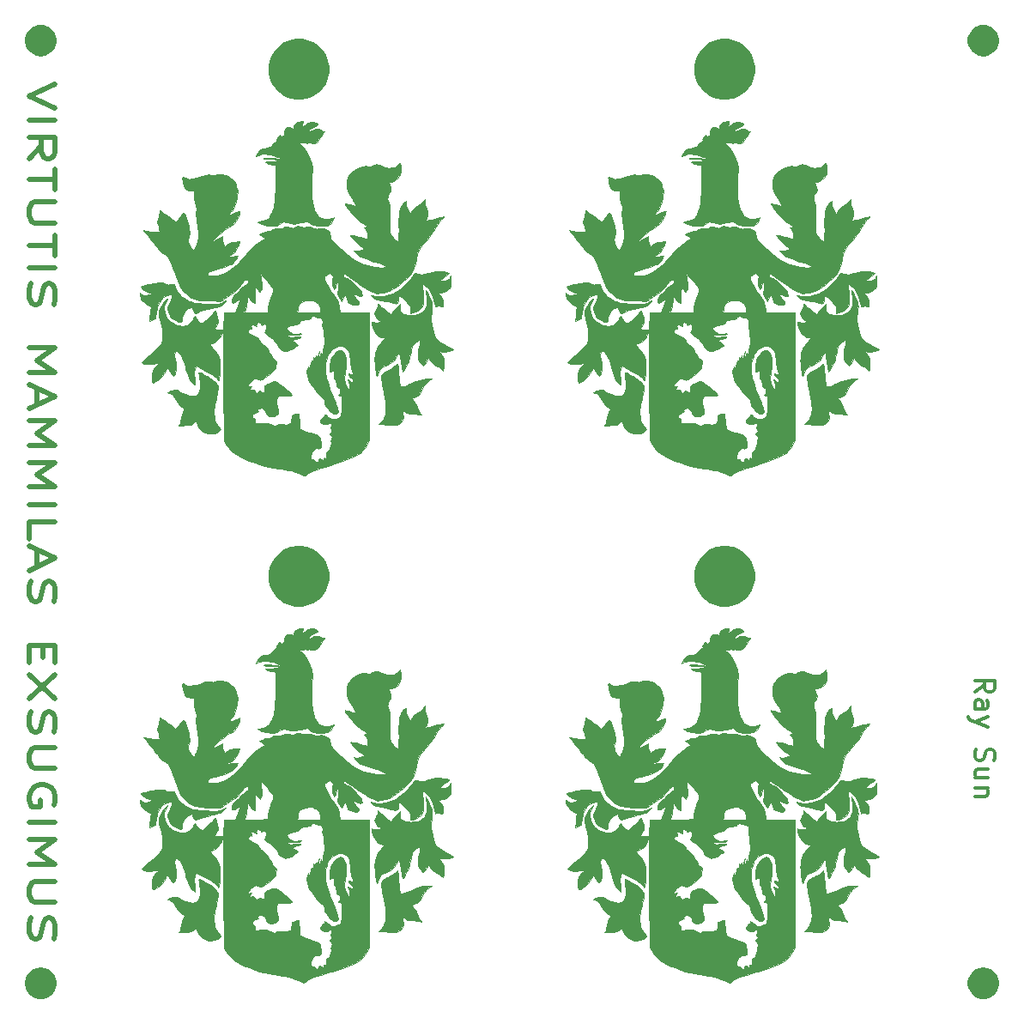
<source format=gts>
%MOIN*%
%OFA0B0*%
%FSLAX46Y46*%
%IPPOS*%
%LPD*%
%ADD10C,0.00039370078740157485*%
%ADD11C,0.0039370078740157488*%
%ADD22C,0.00039370078740157485*%
%ADD23C,0.0039370078740157488*%
%ADD24C,0.00039370078740157485*%
%ADD25C,0.0039370078740157488*%
%ADD26C,0.00039370078740157485*%
%ADD27C,0.0039370078740157488*%
%ADD28C,0.011811023622047244*%
%ADD29C,0.0039370078740157488*%
%ADD30C,0.01968503937007874*%
%ADD31C,0.0039370078740157488*%
D10*
G36*
X0001155981Y0003486480D02*
G01*
X0001156165Y0003484133D01*
X0001155543Y0003479271D01*
X0001154985Y0003476385D01*
X0001154096Y0003470401D01*
X0001154866Y0003467612D01*
X0001157585Y0003467954D01*
X0001162547Y0003471365D01*
X0001165794Y0003474060D01*
X0001175658Y0003480497D01*
X0001186186Y0003483901D01*
X0001196550Y0003484182D01*
X0001205921Y0003481247D01*
X0001209568Y0003478873D01*
X0001213586Y0003475090D01*
X0001213980Y0003472559D01*
X0001210721Y0003470770D01*
X0001209051Y0003470308D01*
X0001203010Y0003468106D01*
X0001195928Y0003464535D01*
X0001188994Y0003460318D01*
X0001183399Y0003456178D01*
X0001180354Y0003452875D01*
X0001178973Y0003448465D01*
X0001180464Y0003446404D01*
X0001184376Y0003446813D01*
X0001190257Y0003449815D01*
X0001190665Y0003450082D01*
X0001199658Y0003454985D01*
X0001207650Y0003456653D01*
X0001215862Y0003455177D01*
X0001222143Y0003452450D01*
X0001228606Y0003449557D01*
X0001234275Y0003447667D01*
X0001236861Y0003447244D01*
X0001241305Y0003447244D01*
X0001237210Y0003443429D01*
X0001234371Y0003439936D01*
X0001230412Y0003433996D01*
X0001226057Y0003426711D01*
X0001224731Y0003424337D01*
X0001216924Y0003412406D01*
X0001208770Y0003404449D01*
X0001200248Y0003400453D01*
X0001191333Y0003400407D01*
X0001185377Y0003402460D01*
X0001180553Y0003404547D01*
X0001177893Y0003404791D01*
X0001176030Y0003403222D01*
X0001175626Y0003402685D01*
X0001173519Y0003400505D01*
X0001171397Y0003401330D01*
X0001169907Y0003402744D01*
X0001166643Y0003404849D01*
X0001164372Y0003403865D01*
X0001160907Y0003402677D01*
X0001154277Y0003402424D01*
X0001149858Y0003402679D01*
X0001137551Y0003403700D01*
X0001144336Y0003398548D01*
X0001156007Y0003387733D01*
X0001166969Y0003373906D01*
X0001176624Y0003358049D01*
X0001184375Y0003341150D01*
X0001189625Y0003324193D01*
X0001189746Y0003323653D01*
X0001191224Y0003316058D01*
X0001192036Y0003308881D01*
X0001192232Y0003300904D01*
X0001191861Y0003290912D01*
X0001191382Y0003283361D01*
X0001190087Y0003258270D01*
X0001189696Y0003234077D01*
X0001190175Y0003211260D01*
X0001191489Y0003190297D01*
X0001193606Y0003171664D01*
X0001196490Y0003155840D01*
X0001200108Y0003143301D01*
X0001201633Y0003139572D01*
X0001209223Y0003125840D01*
X0001217968Y0003115790D01*
X0001228184Y0003109193D01*
X0001240185Y0003105818D01*
X0001248799Y0003105244D01*
X0001259499Y0003106034D01*
X0001267729Y0003108568D01*
X0001269080Y0003109247D01*
X0001273625Y0003111461D01*
X0001276274Y0003112321D01*
X0001276551Y0003112181D01*
X0001275718Y0003109943D01*
X0001273576Y0003105328D01*
X0001271649Y0003101438D01*
X0001265225Y0003091572D01*
X0001257583Y0003084461D01*
X0001249368Y0003080678D01*
X0001247992Y0003080411D01*
X0001234254Y0003078741D01*
X0001222895Y0003078441D01*
X0001212553Y0003079477D01*
X0001212551Y0003079478D01*
X0001196630Y0003083416D01*
X0001183583Y0003089609D01*
X0001179235Y0003092620D01*
X0001172392Y0003097839D01*
X0001146961Y0003092481D01*
X0001136375Y0003090296D01*
X0001128666Y0003088911D01*
X0001122806Y0003088263D01*
X0001117768Y0003088289D01*
X0001112523Y0003088926D01*
X0001106541Y0003090016D01*
X0001098399Y0003091729D01*
X0001091096Y0003093512D01*
X0001086130Y0003094997D01*
X0001085914Y0003095078D01*
X0001082137Y0003096071D01*
X0001078592Y0003095442D01*
X0001073888Y0003092815D01*
X0001071392Y0003091135D01*
X0001061249Y0003084898D01*
X0001052065Y0003081198D01*
X0001042224Y0003079510D01*
X0001034713Y0003079244D01*
X0001015181Y0003080697D01*
X0000998068Y0003085108D01*
X0000989551Y0003088826D01*
X0000979551Y0003093911D01*
X0000986551Y0003095673D01*
X0001000581Y0003099508D01*
X0001011474Y0003103464D01*
X0001019856Y0003108153D01*
X0001026351Y0003114190D01*
X0001031584Y0003122186D01*
X0001036180Y0003132757D01*
X0001040764Y0003146514D01*
X0001041790Y0003149888D01*
X0001043524Y0003156123D01*
X0001044881Y0003162365D01*
X0001045944Y0003169349D01*
X0001046797Y0003177807D01*
X0001047522Y0003188473D01*
X0001048203Y0003202080D01*
X0001048512Y0003209244D01*
X0001049109Y0003224544D01*
X0001049675Y0003240896D01*
X0001050169Y0003257020D01*
X0001050554Y0003271637D01*
X0001050780Y0003282909D01*
X0001050920Y0003295342D01*
X0001050786Y0003304334D01*
X0001050210Y0003310443D01*
X0001049025Y0003314228D01*
X0001047061Y0003316246D01*
X0001044151Y0003317056D01*
X0001040440Y0003317213D01*
X0001036121Y0003317780D01*
X0001030293Y0003319221D01*
X0001023883Y0003321207D01*
X0001017818Y0003323405D01*
X0001013025Y0003325486D01*
X0001010429Y0003327119D01*
X0001010551Y0003327879D01*
X0001013705Y0003328396D01*
X0001019885Y0003328949D01*
X0001028118Y0003329462D01*
X0001035126Y0003329777D01*
X0001047309Y0003330569D01*
X0001055588Y0003331869D01*
X0001059941Y0003333673D01*
X0001060350Y0003335975D01*
X0001059753Y0003336710D01*
X0001057282Y0003337330D01*
X0001051608Y0003337937D01*
X0001043527Y0003338470D01*
X0001033834Y0003338865D01*
X0001031886Y0003338919D01*
X0001021961Y0003339287D01*
X0001013482Y0003339813D01*
X0001007248Y0003340432D01*
X0001004064Y0003341080D01*
X0001003872Y0003341198D01*
X0001004091Y0003342583D01*
X0001007530Y0003343587D01*
X0001013423Y0003344194D01*
X0001021006Y0003344387D01*
X0001029514Y0003344150D01*
X0001038183Y0003343468D01*
X0001046249Y0003342323D01*
X0001047320Y0003342118D01*
X0001056764Y0003340446D01*
X0001062912Y0003339885D01*
X0001066300Y0003340399D01*
X0001066951Y0003340844D01*
X0001066893Y0003342924D01*
X0001063517Y0003345417D01*
X0001057464Y0003348142D01*
X0001049370Y0003350918D01*
X0001039875Y0003353564D01*
X0001029617Y0003355898D01*
X0001019235Y0003357739D01*
X0001009368Y0003358907D01*
X0001002108Y0003359236D01*
X0000996076Y0003358407D01*
X0000988531Y0003356268D01*
X0000983631Y0003354364D01*
X0000972598Y0003349485D01*
X0000975602Y0003356864D01*
X0000981884Y0003367207D01*
X0000991023Y0003375206D01*
X0001002280Y0003380266D01*
X0001005755Y0003381084D01*
X0001017041Y0003383405D01*
X0001025064Y0003385531D01*
X0001030532Y0003387730D01*
X0001034156Y0003390268D01*
X0001036008Y0003392436D01*
X0001041499Y0003400068D01*
X0001045641Y0003404974D01*
X0001049206Y0003407722D01*
X0001083418Y0003407722D01*
X0001085384Y0003407402D01*
X0001087978Y0003407769D01*
X0001088009Y0003408452D01*
X0001085332Y0003408929D01*
X0001084176Y0003408610D01*
X0001083418Y0003407722D01*
X0001049206Y0003407722D01*
X0001049276Y0003407776D01*
X0001053246Y0003409094D01*
X0001058391Y0003409550D01*
X0001059228Y0003409580D01*
X0001064665Y0003409810D01*
X0001066305Y0003410071D01*
X0001064349Y0003410444D01*
X0001062051Y0003410701D01*
X0001057099Y0003411568D01*
X0001054986Y0003413414D01*
X0001054551Y0003417072D01*
X0001055745Y0003421688D01*
X0001058672Y0003426823D01*
X0001062351Y0003431115D01*
X0001065798Y0003433204D01*
X0001066222Y0003433244D01*
X0001068167Y0003431578D01*
X0001069130Y0003429244D01*
X0001071080Y0003425835D01*
X0001074361Y0003425980D01*
X0001079179Y0003429697D01*
X0001079642Y0003430153D01*
X0001082907Y0003434490D01*
X0001084336Y0003439893D01*
X0001084551Y0003444804D01*
X0001085079Y0003451785D01*
X0001087011Y0003456443D01*
X0001089180Y0003458895D01*
X0001095704Y0003462467D01*
X0001103480Y0003462785D01*
X0001110551Y0003460244D01*
X0001115795Y0003457808D01*
X0001118911Y0003458293D01*
X0001120687Y0003462117D01*
X0001121412Y0003466013D01*
X0001123089Y0003472279D01*
X0001125681Y0003477264D01*
X0001126576Y0003478267D01*
X0001129993Y0003480219D01*
X0001135609Y0003482380D01*
X0001142221Y0003484417D01*
X0001148630Y0003485992D01*
X0001153635Y0003486770D01*
X0001155981Y0003486480D01*
X0001155981Y0003486480D01*
G37*
X0001155981Y0003486480D02*
X0001156165Y0003484133D01*
X0001155543Y0003479271D01*
X0001154985Y0003476385D01*
X0001154096Y0003470401D01*
X0001154866Y0003467612D01*
X0001157585Y0003467954D01*
X0001162547Y0003471365D01*
X0001165794Y0003474060D01*
X0001175658Y0003480497D01*
X0001186186Y0003483901D01*
X0001196550Y0003484182D01*
X0001205921Y0003481247D01*
X0001209568Y0003478873D01*
X0001213586Y0003475090D01*
X0001213980Y0003472559D01*
X0001210721Y0003470770D01*
X0001209051Y0003470308D01*
X0001203010Y0003468106D01*
X0001195928Y0003464535D01*
X0001188994Y0003460318D01*
X0001183399Y0003456178D01*
X0001180354Y0003452875D01*
X0001178973Y0003448465D01*
X0001180464Y0003446404D01*
X0001184376Y0003446813D01*
X0001190257Y0003449815D01*
X0001190665Y0003450082D01*
X0001199658Y0003454985D01*
X0001207650Y0003456653D01*
X0001215862Y0003455177D01*
X0001222143Y0003452450D01*
X0001228606Y0003449557D01*
X0001234275Y0003447667D01*
X0001236861Y0003447244D01*
X0001241305Y0003447244D01*
X0001237210Y0003443429D01*
X0001234371Y0003439936D01*
X0001230412Y0003433996D01*
X0001226057Y0003426711D01*
X0001224731Y0003424337D01*
X0001216924Y0003412406D01*
X0001208770Y0003404449D01*
X0001200248Y0003400453D01*
X0001191333Y0003400407D01*
X0001185377Y0003402460D01*
X0001180553Y0003404547D01*
X0001177893Y0003404791D01*
X0001176030Y0003403222D01*
X0001175626Y0003402685D01*
X0001173519Y0003400505D01*
X0001171397Y0003401330D01*
X0001169907Y0003402744D01*
X0001166643Y0003404849D01*
X0001164372Y0003403865D01*
X0001160907Y0003402677D01*
X0001154277Y0003402424D01*
X0001149858Y0003402679D01*
X0001137551Y0003403700D01*
X0001144336Y0003398548D01*
X0001156007Y0003387733D01*
X0001166969Y0003373906D01*
X0001176624Y0003358049D01*
X0001184375Y0003341150D01*
X0001189625Y0003324193D01*
X0001189746Y0003323653D01*
X0001191224Y0003316058D01*
X0001192036Y0003308881D01*
X0001192232Y0003300904D01*
X0001191861Y0003290912D01*
X0001191382Y0003283361D01*
X0001190087Y0003258270D01*
X0001189696Y0003234077D01*
X0001190175Y0003211260D01*
X0001191489Y0003190297D01*
X0001193606Y0003171664D01*
X0001196490Y0003155840D01*
X0001200108Y0003143301D01*
X0001201633Y0003139572D01*
X0001209223Y0003125840D01*
X0001217968Y0003115790D01*
X0001228184Y0003109193D01*
X0001240185Y0003105818D01*
X0001248799Y0003105244D01*
X0001259499Y0003106034D01*
X0001267729Y0003108568D01*
X0001269080Y0003109247D01*
X0001273625Y0003111461D01*
X0001276274Y0003112321D01*
X0001276551Y0003112181D01*
X0001275718Y0003109943D01*
X0001273576Y0003105328D01*
X0001271649Y0003101438D01*
X0001265225Y0003091572D01*
X0001257583Y0003084461D01*
X0001249368Y0003080678D01*
X0001247992Y0003080411D01*
X0001234254Y0003078741D01*
X0001222895Y0003078441D01*
X0001212553Y0003079477D01*
X0001212551Y0003079478D01*
X0001196630Y0003083416D01*
X0001183583Y0003089609D01*
X0001179235Y0003092620D01*
X0001172392Y0003097839D01*
X0001146961Y0003092481D01*
X0001136375Y0003090296D01*
X0001128666Y0003088911D01*
X0001122806Y0003088263D01*
X0001117768Y0003088289D01*
X0001112523Y0003088926D01*
X0001106541Y0003090016D01*
X0001098399Y0003091729D01*
X0001091096Y0003093512D01*
X0001086130Y0003094997D01*
X0001085914Y0003095078D01*
X0001082137Y0003096071D01*
X0001078592Y0003095442D01*
X0001073888Y0003092815D01*
X0001071392Y0003091135D01*
X0001061249Y0003084898D01*
X0001052065Y0003081198D01*
X0001042224Y0003079510D01*
X0001034713Y0003079244D01*
X0001015181Y0003080697D01*
X0000998068Y0003085108D01*
X0000989551Y0003088826D01*
X0000979551Y0003093911D01*
X0000986551Y0003095673D01*
X0001000581Y0003099508D01*
X0001011474Y0003103464D01*
X0001019856Y0003108153D01*
X0001026351Y0003114190D01*
X0001031584Y0003122186D01*
X0001036180Y0003132757D01*
X0001040764Y0003146514D01*
X0001041790Y0003149888D01*
X0001043524Y0003156123D01*
X0001044881Y0003162365D01*
X0001045944Y0003169349D01*
X0001046797Y0003177807D01*
X0001047522Y0003188473D01*
X0001048203Y0003202080D01*
X0001048512Y0003209244D01*
X0001049109Y0003224544D01*
X0001049675Y0003240896D01*
X0001050169Y0003257020D01*
X0001050554Y0003271637D01*
X0001050780Y0003282909D01*
X0001050920Y0003295342D01*
X0001050786Y0003304334D01*
X0001050210Y0003310443D01*
X0001049025Y0003314228D01*
X0001047061Y0003316246D01*
X0001044151Y0003317056D01*
X0001040440Y0003317213D01*
X0001036121Y0003317780D01*
X0001030293Y0003319221D01*
X0001023883Y0003321207D01*
X0001017818Y0003323405D01*
X0001013025Y0003325486D01*
X0001010429Y0003327119D01*
X0001010551Y0003327879D01*
X0001013705Y0003328396D01*
X0001019885Y0003328949D01*
X0001028118Y0003329462D01*
X0001035126Y0003329777D01*
X0001047309Y0003330569D01*
X0001055588Y0003331869D01*
X0001059941Y0003333673D01*
X0001060350Y0003335975D01*
X0001059753Y0003336710D01*
X0001057282Y0003337330D01*
X0001051608Y0003337937D01*
X0001043527Y0003338470D01*
X0001033834Y0003338865D01*
X0001031886Y0003338919D01*
X0001021961Y0003339287D01*
X0001013482Y0003339813D01*
X0001007248Y0003340432D01*
X0001004064Y0003341080D01*
X0001003872Y0003341198D01*
X0001004091Y0003342583D01*
X0001007530Y0003343587D01*
X0001013423Y0003344194D01*
X0001021006Y0003344387D01*
X0001029514Y0003344150D01*
X0001038183Y0003343468D01*
X0001046249Y0003342323D01*
X0001047320Y0003342118D01*
X0001056764Y0003340446D01*
X0001062912Y0003339885D01*
X0001066300Y0003340399D01*
X0001066951Y0003340844D01*
X0001066893Y0003342924D01*
X0001063517Y0003345417D01*
X0001057464Y0003348142D01*
X0001049370Y0003350918D01*
X0001039875Y0003353564D01*
X0001029617Y0003355898D01*
X0001019235Y0003357739D01*
X0001009368Y0003358907D01*
X0001002108Y0003359236D01*
X0000996076Y0003358407D01*
X0000988531Y0003356268D01*
X0000983631Y0003354364D01*
X0000972598Y0003349485D01*
X0000975602Y0003356864D01*
X0000981884Y0003367207D01*
X0000991023Y0003375206D01*
X0001002280Y0003380266D01*
X0001005755Y0003381084D01*
X0001017041Y0003383405D01*
X0001025064Y0003385531D01*
X0001030532Y0003387730D01*
X0001034156Y0003390268D01*
X0001036008Y0003392436D01*
X0001041499Y0003400068D01*
X0001045641Y0003404974D01*
X0001049206Y0003407722D01*
X0001083418Y0003407722D01*
X0001085384Y0003407402D01*
X0001087978Y0003407769D01*
X0001088009Y0003408452D01*
X0001085332Y0003408929D01*
X0001084176Y0003408610D01*
X0001083418Y0003407722D01*
X0001049206Y0003407722D01*
X0001049276Y0003407776D01*
X0001053246Y0003409094D01*
X0001058391Y0003409550D01*
X0001059228Y0003409580D01*
X0001064665Y0003409810D01*
X0001066305Y0003410071D01*
X0001064349Y0003410444D01*
X0001062051Y0003410701D01*
X0001057099Y0003411568D01*
X0001054986Y0003413414D01*
X0001054551Y0003417072D01*
X0001055745Y0003421688D01*
X0001058672Y0003426823D01*
X0001062351Y0003431115D01*
X0001065798Y0003433204D01*
X0001066222Y0003433244D01*
X0001068167Y0003431578D01*
X0001069130Y0003429244D01*
X0001071080Y0003425835D01*
X0001074361Y0003425980D01*
X0001079179Y0003429697D01*
X0001079642Y0003430153D01*
X0001082907Y0003434490D01*
X0001084336Y0003439893D01*
X0001084551Y0003444804D01*
X0001085079Y0003451785D01*
X0001087011Y0003456443D01*
X0001089180Y0003458895D01*
X0001095704Y0003462467D01*
X0001103480Y0003462785D01*
X0001110551Y0003460244D01*
X0001115795Y0003457808D01*
X0001118911Y0003458293D01*
X0001120687Y0003462117D01*
X0001121412Y0003466013D01*
X0001123089Y0003472279D01*
X0001125681Y0003477264D01*
X0001126576Y0003478267D01*
X0001129993Y0003480219D01*
X0001135609Y0003482380D01*
X0001142221Y0003484417D01*
X0001148630Y0003485992D01*
X0001153635Y0003486770D01*
X0001155981Y0003486480D01*
G36*
X0001699837Y0002903540D02*
G01*
X0001714344Y0002900577D01*
X0001724255Y0002897966D01*
X0001724106Y0002896592D01*
X0001721161Y0002893658D01*
X0001716010Y0002889735D01*
X0001715255Y0002889214D01*
X0001707556Y0002883665D01*
X0001699640Y0002877509D01*
X0001694551Y0002873235D01*
X0001685551Y0002865254D01*
X0001696551Y0002865362D01*
X0001707994Y0002866236D01*
X0001716426Y0002868817D01*
X0001722589Y0002873428D01*
X0001726070Y0002878244D01*
X0001730701Y0002886244D01*
X0001730126Y0002863870D01*
X0001729829Y0002854084D01*
X0001729401Y0002847404D01*
X0001728636Y0002842935D01*
X0001727329Y0002839782D01*
X0001725275Y0002837050D01*
X0001723551Y0002835191D01*
X0001717508Y0002829631D01*
X0001711118Y0002825780D01*
X0001703058Y0002822987D01*
X0001695025Y0002821177D01*
X0001688600Y0002819770D01*
X0001684096Y0002818509D01*
X0001682551Y0002817726D01*
X0001683777Y0002815799D01*
X0001686913Y0002811967D01*
X0001689362Y0002809189D01*
X0001695157Y0002800270D01*
X0001698939Y0002789347D01*
X0001700233Y0002778108D01*
X0001699695Y0002772309D01*
X0001698390Y0002767486D01*
X0001696588Y0002765898D01*
X0001694929Y0002766217D01*
X0001684310Y0002768732D01*
X0001674941Y0002767677D01*
X0001674650Y0002767578D01*
X0001670466Y0002766392D01*
X0001668808Y0002767188D01*
X0001668516Y0002769848D01*
X0001667277Y0002780735D01*
X0001663990Y0002793627D01*
X0001659079Y0002807383D01*
X0001652964Y0002820861D01*
X0001646069Y0002832920D01*
X0001644160Y0002835739D01*
X0001640747Y0002839558D01*
X0001635871Y0002843854D01*
X0001630496Y0002847926D01*
X0001625583Y0002851075D01*
X0001622097Y0002852601D01*
X0001621121Y0002852480D01*
X0001620883Y0002850203D01*
X0001620945Y0002844616D01*
X0001621283Y0002836397D01*
X0001621870Y0002826226D01*
X0001622472Y0002817523D01*
X0001623230Y0002805833D01*
X0001623727Y0002795113D01*
X0001623941Y0002786183D01*
X0001623848Y0002779858D01*
X0001623596Y0002777449D01*
X0001619674Y0002768027D01*
X0001612611Y0002759071D01*
X0001603259Y0002751302D01*
X0001592470Y0002745439D01*
X0001582051Y0002742354D01*
X0001574551Y0002741062D01*
X0001574551Y0002752853D01*
X0001574178Y0002760501D01*
X0001572693Y0002766057D01*
X0001569544Y0002771392D01*
X0001568780Y0002772444D01*
X0001564692Y0002777387D01*
X0001559023Y0002783475D01*
X0001552377Y0002790148D01*
X0001545354Y0002796849D01*
X0001538558Y0002803020D01*
X0001532591Y0002808103D01*
X0001528055Y0002811540D01*
X0001525552Y0002812773D01*
X0001525332Y0002812691D01*
X0001525384Y0002810471D01*
X0001526564Y0002806083D01*
X0001526802Y0002805381D01*
X0001527810Y0002797282D01*
X0001526034Y0002788770D01*
X0001521913Y0002781624D01*
X0001520620Y0002780306D01*
X0001518215Y0002778413D01*
X0001515776Y0002777800D01*
X0001512117Y0002778520D01*
X0001506054Y0002780624D01*
X0001505102Y0002780974D01*
X0001496922Y0002783473D01*
X0001487037Y0002785773D01*
X0001478551Y0002787230D01*
X0001459102Y0002790504D01*
X0001443442Y0002794651D01*
X0001431446Y0002799714D01*
X0001422987Y0002805738D01*
X0001421741Y0002807027D01*
X0001419591Y0002809615D01*
X0001419406Y0002810853D01*
X0001421698Y0002810787D01*
X0001426976Y0002809465D01*
X0001432143Y0002807985D01*
X0001444259Y0002806007D01*
X0001458723Y0002806147D01*
X0001474593Y0002808251D01*
X0001490927Y0002812162D01*
X0001506781Y0002817727D01*
X0001515551Y0002821733D01*
X0001524234Y0002827080D01*
X0001534507Y0002834945D01*
X0001545620Y0002844604D01*
X0001556822Y0002855331D01*
X0001567361Y0002866403D01*
X0001576488Y0002877093D01*
X0001583451Y0002886676D01*
X0001584432Y0002888254D01*
X0001587345Y0002893081D01*
X0001589241Y0002896206D01*
X0001589586Y0002896765D01*
X0001591483Y0002896478D01*
X0001595893Y0002895151D01*
X0001598490Y0002894265D01*
X0001608012Y0002891914D01*
X0001618303Y0002891545D01*
X0001630212Y0002893212D01*
X0001644582Y0002896970D01*
X0001645805Y0002897345D01*
X0001661166Y0002901619D01*
X0001674475Y0002904070D01*
X0001686956Y0002904707D01*
X0001699837Y0002903540D01*
X0001699837Y0002903540D01*
G37*
X0001699837Y0002903540D02*
X0001714344Y0002900577D01*
X0001724255Y0002897966D01*
X0001724106Y0002896592D01*
X0001721161Y0002893658D01*
X0001716010Y0002889735D01*
X0001715255Y0002889214D01*
X0001707556Y0002883665D01*
X0001699640Y0002877509D01*
X0001694551Y0002873235D01*
X0001685551Y0002865254D01*
X0001696551Y0002865362D01*
X0001707994Y0002866236D01*
X0001716426Y0002868817D01*
X0001722589Y0002873428D01*
X0001726070Y0002878244D01*
X0001730701Y0002886244D01*
X0001730126Y0002863870D01*
X0001729829Y0002854084D01*
X0001729401Y0002847404D01*
X0001728636Y0002842935D01*
X0001727329Y0002839782D01*
X0001725275Y0002837050D01*
X0001723551Y0002835191D01*
X0001717508Y0002829631D01*
X0001711118Y0002825780D01*
X0001703058Y0002822987D01*
X0001695025Y0002821177D01*
X0001688600Y0002819770D01*
X0001684096Y0002818509D01*
X0001682551Y0002817726D01*
X0001683777Y0002815799D01*
X0001686913Y0002811967D01*
X0001689362Y0002809189D01*
X0001695157Y0002800270D01*
X0001698939Y0002789347D01*
X0001700233Y0002778108D01*
X0001699695Y0002772309D01*
X0001698390Y0002767486D01*
X0001696588Y0002765898D01*
X0001694929Y0002766217D01*
X0001684310Y0002768732D01*
X0001674941Y0002767677D01*
X0001674650Y0002767578D01*
X0001670466Y0002766392D01*
X0001668808Y0002767188D01*
X0001668516Y0002769848D01*
X0001667277Y0002780735D01*
X0001663990Y0002793627D01*
X0001659079Y0002807383D01*
X0001652964Y0002820861D01*
X0001646069Y0002832920D01*
X0001644160Y0002835739D01*
X0001640747Y0002839558D01*
X0001635871Y0002843854D01*
X0001630496Y0002847926D01*
X0001625583Y0002851075D01*
X0001622097Y0002852601D01*
X0001621121Y0002852480D01*
X0001620883Y0002850203D01*
X0001620945Y0002844616D01*
X0001621283Y0002836397D01*
X0001621870Y0002826226D01*
X0001622472Y0002817523D01*
X0001623230Y0002805833D01*
X0001623727Y0002795113D01*
X0001623941Y0002786183D01*
X0001623848Y0002779858D01*
X0001623596Y0002777449D01*
X0001619674Y0002768027D01*
X0001612611Y0002759071D01*
X0001603259Y0002751302D01*
X0001592470Y0002745439D01*
X0001582051Y0002742354D01*
X0001574551Y0002741062D01*
X0001574551Y0002752853D01*
X0001574178Y0002760501D01*
X0001572693Y0002766057D01*
X0001569544Y0002771392D01*
X0001568780Y0002772444D01*
X0001564692Y0002777387D01*
X0001559023Y0002783475D01*
X0001552377Y0002790148D01*
X0001545354Y0002796849D01*
X0001538558Y0002803020D01*
X0001532591Y0002808103D01*
X0001528055Y0002811540D01*
X0001525552Y0002812773D01*
X0001525332Y0002812691D01*
X0001525384Y0002810471D01*
X0001526564Y0002806083D01*
X0001526802Y0002805381D01*
X0001527810Y0002797282D01*
X0001526034Y0002788770D01*
X0001521913Y0002781624D01*
X0001520620Y0002780306D01*
X0001518215Y0002778413D01*
X0001515776Y0002777800D01*
X0001512117Y0002778520D01*
X0001506054Y0002780624D01*
X0001505102Y0002780974D01*
X0001496922Y0002783473D01*
X0001487037Y0002785773D01*
X0001478551Y0002787230D01*
X0001459102Y0002790504D01*
X0001443442Y0002794651D01*
X0001431446Y0002799714D01*
X0001422987Y0002805738D01*
X0001421741Y0002807027D01*
X0001419591Y0002809615D01*
X0001419406Y0002810853D01*
X0001421698Y0002810787D01*
X0001426976Y0002809465D01*
X0001432143Y0002807985D01*
X0001444259Y0002806007D01*
X0001458723Y0002806147D01*
X0001474593Y0002808251D01*
X0001490927Y0002812162D01*
X0001506781Y0002817727D01*
X0001515551Y0002821733D01*
X0001524234Y0002827080D01*
X0001534507Y0002834945D01*
X0001545620Y0002844604D01*
X0001556822Y0002855331D01*
X0001567361Y0002866403D01*
X0001576488Y0002877093D01*
X0001583451Y0002886676D01*
X0001584432Y0002888254D01*
X0001587345Y0002893081D01*
X0001589241Y0002896206D01*
X0001589586Y0002896765D01*
X0001591483Y0002896478D01*
X0001595893Y0002895151D01*
X0001598490Y0002894265D01*
X0001608012Y0002891914D01*
X0001618303Y0002891545D01*
X0001630212Y0002893212D01*
X0001644582Y0002896970D01*
X0001645805Y0002897345D01*
X0001661166Y0002901619D01*
X0001674475Y0002904070D01*
X0001686956Y0002904707D01*
X0001699837Y0002903540D01*
G36*
X0000609742Y0002859125D02*
G01*
X0000615791Y0002857231D01*
X0000622145Y0002854246D01*
X0000627035Y0002852349D01*
X0000632724Y0002851668D01*
X0000640651Y0002852056D01*
X0000642145Y0002852199D01*
X0000655551Y0002853542D01*
X0000661106Y0002840893D01*
X0000670903Y0002823089D01*
X0000683449Y0002808156D01*
X0000698888Y0002795948D01*
X0000713366Y0002788071D01*
X0000719569Y0002785475D01*
X0000726007Y0002783384D01*
X0000733314Y0002781700D01*
X0000742122Y0002780320D01*
X0000753065Y0002779146D01*
X0000766776Y0002778076D01*
X0000782817Y0002777073D01*
X0000799059Y0002776255D01*
X0000811949Y0002775958D01*
X0000822113Y0002776261D01*
X0000830174Y0002777243D01*
X0000836757Y0002778986D01*
X0000842485Y0002781567D01*
X0000847985Y0002785067D01*
X0000848514Y0002785447D01*
X0000853087Y0002788563D01*
X0000855998Y0002790169D01*
X0000856551Y0002790170D01*
X0000855286Y0002788264D01*
X0000851973Y0002784327D01*
X0000847372Y0002779259D01*
X0000842042Y0002774092D01*
X0000836496Y0002770109D01*
X0000829910Y0002766962D01*
X0000821459Y0002764303D01*
X0000810317Y0002761781D01*
X0000802551Y0002760291D01*
X0000785353Y0002756742D01*
X0000770451Y0002752906D01*
X0000758368Y0002748938D01*
X0000749626Y0002744994D01*
X0000748016Y0002744024D01*
X0000742646Y0002741029D01*
X0000738908Y0002740419D01*
X0000736536Y0002741251D01*
X0000732025Y0002745454D01*
X0000728414Y0002751919D01*
X0000726613Y0002758909D01*
X0000726551Y0002760279D01*
X0000726057Y0002763963D01*
X0000723870Y0002764611D01*
X0000722051Y0002764156D01*
X0000710980Y0002759599D01*
X0000702480Y0002753056D01*
X0000697872Y0002747518D01*
X0000692874Y0002740232D01*
X0000689800Y0002734391D01*
X0000688026Y0002728357D01*
X0000686925Y0002720491D01*
X0000686703Y0002718263D01*
X0000685605Y0002710747D01*
X0000684021Y0002706752D01*
X0000682551Y0002705801D01*
X0000679366Y0002706317D01*
X0000673662Y0002708119D01*
X0000666560Y0002710843D01*
X0000665111Y0002711449D01*
X0000655712Y0002716110D01*
X0000648133Y0002721166D01*
X0000644816Y0002724247D01*
X0000640460Y0002730542D01*
X0000636263Y0002738804D01*
X0000632848Y0002747547D01*
X0000630836Y0002755284D01*
X0000630551Y0002758337D01*
X0000631318Y0002762240D01*
X0000633383Y0002768732D01*
X0000636389Y0002776762D01*
X0000638548Y0002781999D01*
X0000642119Y0002790695D01*
X0000645160Y0002798723D01*
X0000647245Y0002804924D01*
X0000647843Y0002807206D01*
X0000649141Y0002813695D01*
X0000640346Y0002812323D01*
X0000630369Y0002809739D01*
X0000620221Y0002805406D01*
X0000611330Y0002800038D01*
X0000605521Y0002794843D01*
X0000596354Y0002780971D01*
X0000589613Y0002764148D01*
X0000585399Y0002744678D01*
X0000584058Y0002730630D01*
X0000583551Y0002721015D01*
X0000560492Y0002711666D01*
X0000561661Y0002727955D01*
X0000562474Y0002737181D01*
X0000563524Y0002746257D01*
X0000564596Y0002753347D01*
X0000564690Y0002753842D01*
X0000565967Y0002760754D01*
X0000566195Y0002764780D01*
X0000565032Y0002766971D01*
X0000562134Y0002768380D01*
X0000559687Y0002769199D01*
X0000550318Y0002773917D01*
X0000540358Y0002781871D01*
X0000531624Y0002791156D01*
X0000527282Y0002796971D01*
X0000525175Y0002802045D01*
X0000524560Y0002808312D01*
X0000524551Y0002809611D01*
X0000524551Y0002819599D01*
X0000530704Y0002814421D01*
X0000538559Y0002810175D01*
X0000547786Y0002809573D01*
X0000558523Y0002812611D01*
X0000560551Y0002813509D01*
X0000569551Y0002817686D01*
X0000559448Y0002821208D01*
X0000552266Y0002823914D01*
X0000545594Y0002826754D01*
X0000543186Y0002827915D01*
X0000539024Y0002830712D01*
X0000534461Y0002834696D01*
X0000530381Y0002838947D01*
X0000527668Y0002842544D01*
X0000527202Y0002844562D01*
X0000529953Y0002845823D01*
X0000535797Y0002847625D01*
X0000543896Y0002849769D01*
X0000553412Y0002852055D01*
X0000563507Y0002854286D01*
X0000573343Y0002856262D01*
X0000582082Y0002857784D01*
X0000584388Y0002858126D01*
X0000595202Y0002859453D01*
X0000603266Y0002859826D01*
X0000609742Y0002859125D01*
X0000609742Y0002859125D01*
G37*
X0000609742Y0002859125D02*
X0000615791Y0002857231D01*
X0000622145Y0002854246D01*
X0000627035Y0002852349D01*
X0000632724Y0002851668D01*
X0000640651Y0002852056D01*
X0000642145Y0002852199D01*
X0000655551Y0002853542D01*
X0000661106Y0002840893D01*
X0000670903Y0002823089D01*
X0000683449Y0002808156D01*
X0000698888Y0002795948D01*
X0000713366Y0002788071D01*
X0000719569Y0002785475D01*
X0000726007Y0002783384D01*
X0000733314Y0002781700D01*
X0000742122Y0002780320D01*
X0000753065Y0002779146D01*
X0000766776Y0002778076D01*
X0000782817Y0002777073D01*
X0000799059Y0002776255D01*
X0000811949Y0002775958D01*
X0000822113Y0002776261D01*
X0000830174Y0002777243D01*
X0000836757Y0002778986D01*
X0000842485Y0002781567D01*
X0000847985Y0002785067D01*
X0000848514Y0002785447D01*
X0000853087Y0002788563D01*
X0000855998Y0002790169D01*
X0000856551Y0002790170D01*
X0000855286Y0002788264D01*
X0000851973Y0002784327D01*
X0000847372Y0002779259D01*
X0000842042Y0002774092D01*
X0000836496Y0002770109D01*
X0000829910Y0002766962D01*
X0000821459Y0002764303D01*
X0000810317Y0002761781D01*
X0000802551Y0002760291D01*
X0000785353Y0002756742D01*
X0000770451Y0002752906D01*
X0000758368Y0002748938D01*
X0000749626Y0002744994D01*
X0000748016Y0002744024D01*
X0000742646Y0002741029D01*
X0000738908Y0002740419D01*
X0000736536Y0002741251D01*
X0000732025Y0002745454D01*
X0000728414Y0002751919D01*
X0000726613Y0002758909D01*
X0000726551Y0002760279D01*
X0000726057Y0002763963D01*
X0000723870Y0002764611D01*
X0000722051Y0002764156D01*
X0000710980Y0002759599D01*
X0000702480Y0002753056D01*
X0000697872Y0002747518D01*
X0000692874Y0002740232D01*
X0000689800Y0002734391D01*
X0000688026Y0002728357D01*
X0000686925Y0002720491D01*
X0000686703Y0002718263D01*
X0000685605Y0002710747D01*
X0000684021Y0002706752D01*
X0000682551Y0002705801D01*
X0000679366Y0002706317D01*
X0000673662Y0002708119D01*
X0000666560Y0002710843D01*
X0000665111Y0002711449D01*
X0000655712Y0002716110D01*
X0000648133Y0002721166D01*
X0000644816Y0002724247D01*
X0000640460Y0002730542D01*
X0000636263Y0002738804D01*
X0000632848Y0002747547D01*
X0000630836Y0002755284D01*
X0000630551Y0002758337D01*
X0000631318Y0002762240D01*
X0000633383Y0002768732D01*
X0000636389Y0002776762D01*
X0000638548Y0002781999D01*
X0000642119Y0002790695D01*
X0000645160Y0002798723D01*
X0000647245Y0002804924D01*
X0000647843Y0002807206D01*
X0000649141Y0002813695D01*
X0000640346Y0002812323D01*
X0000630369Y0002809739D01*
X0000620221Y0002805406D01*
X0000611330Y0002800038D01*
X0000605521Y0002794843D01*
X0000596354Y0002780971D01*
X0000589613Y0002764148D01*
X0000585399Y0002744678D01*
X0000584058Y0002730630D01*
X0000583551Y0002721015D01*
X0000560492Y0002711666D01*
X0000561661Y0002727955D01*
X0000562474Y0002737181D01*
X0000563524Y0002746257D01*
X0000564596Y0002753347D01*
X0000564690Y0002753842D01*
X0000565967Y0002760754D01*
X0000566195Y0002764780D01*
X0000565032Y0002766971D01*
X0000562134Y0002768380D01*
X0000559687Y0002769199D01*
X0000550318Y0002773917D01*
X0000540358Y0002781871D01*
X0000531624Y0002791156D01*
X0000527282Y0002796971D01*
X0000525175Y0002802045D01*
X0000524560Y0002808312D01*
X0000524551Y0002809611D01*
X0000524551Y0002819599D01*
X0000530704Y0002814421D01*
X0000538559Y0002810175D01*
X0000547786Y0002809573D01*
X0000558523Y0002812611D01*
X0000560551Y0002813509D01*
X0000569551Y0002817686D01*
X0000559448Y0002821208D01*
X0000552266Y0002823914D01*
X0000545594Y0002826754D01*
X0000543186Y0002827915D01*
X0000539024Y0002830712D01*
X0000534461Y0002834696D01*
X0000530381Y0002838947D01*
X0000527668Y0002842544D01*
X0000527202Y0002844562D01*
X0000529953Y0002845823D01*
X0000535797Y0002847625D01*
X0000543896Y0002849769D01*
X0000553412Y0002852055D01*
X0000563507Y0002854286D01*
X0000573343Y0002856262D01*
X0000582082Y0002857784D01*
X0000584388Y0002858126D01*
X0000595202Y0002859453D01*
X0000603266Y0002859826D01*
X0000609742Y0002859125D01*
G36*
X0001634735Y0002829672D02*
G01*
X0001637052Y0002825622D01*
X0001640185Y0002819442D01*
X0001643772Y0002811913D01*
X0001647451Y0002803816D01*
X0001650861Y0002795931D01*
X0001653639Y0002789041D01*
X0001655425Y0002783925D01*
X0001655616Y0002783244D01*
X0001657620Y0002773914D01*
X0001658346Y0002765149D01*
X0001657778Y0002755624D01*
X0001655903Y0002744016D01*
X0001655152Y0002740260D01*
X0001653801Y0002733415D01*
X0001653010Y0002727943D01*
X0001652807Y0002722813D01*
X0001653218Y0002716991D01*
X0001654272Y0002709445D01*
X0001655997Y0002699142D01*
X0001656301Y0002697377D01*
X0001659651Y0002679785D01*
X0001663070Y0002665726D01*
X0001666700Y0002654738D01*
X0001670688Y0002646354D01*
X0001673455Y0002642191D01*
X0001678534Y0002636813D01*
X0001686145Y0002630817D01*
X0001696624Y0002623979D01*
X0001710303Y0002616074D01*
X0001720231Y0002610701D01*
X0001740803Y0002599779D01*
X0001733177Y0002596748D01*
X0001720119Y0002592462D01*
X0001708218Y0002590304D01*
X0001698336Y0002590405D01*
X0001695612Y0002590972D01*
X0001690481Y0002592112D01*
X0001687216Y0002592326D01*
X0001686805Y0002592165D01*
X0001687223Y0002590100D01*
X0001689485Y0002586221D01*
X0001690193Y0002585219D01*
X0001694563Y0002579225D01*
X0001699005Y0002573129D01*
X0001699051Y0002573065D01*
X0001701282Y0002569475D01*
X0001702610Y0002565514D01*
X0001703234Y0002560073D01*
X0001703356Y0002552041D01*
X0001703330Y0002549368D01*
X0001703065Y0002540333D01*
X0001702556Y0002531895D01*
X0001701900Y0002525552D01*
X0001701709Y0002524386D01*
X0001700309Y0002516922D01*
X0001690516Y0002526083D01*
X0001683572Y0002531789D01*
X0001677928Y0002534842D01*
X0001675799Y0002535244D01*
X0001670730Y0002536934D01*
X0001665216Y0002541507D01*
X0001665000Y0002541744D01*
X0001660159Y0002547098D01*
X0001654349Y0002553528D01*
X0001651299Y0002556903D01*
X0001643474Y0002565562D01*
X0001633746Y0002551325D01*
X0001629125Y0002544988D01*
X0001625134Y0002540285D01*
X0001622410Y0002537938D01*
X0001621821Y0002537820D01*
X0001619695Y0002539730D01*
X0001616102Y0002544102D01*
X0001611762Y0002550048D01*
X0001611087Y0002551026D01*
X0001606653Y0002557782D01*
X0001604099Y0002562880D01*
X0001602918Y0002567868D01*
X0001602600Y0002574296D01*
X0001602598Y0002576872D01*
X0001603197Y0002585955D01*
X0001604713Y0002596424D01*
X0001606598Y0002605108D01*
X0001609515Y0002618130D01*
X0001610428Y0002627727D01*
X0001609339Y0002633937D01*
X0001608905Y0002634739D01*
X0001606414Y0002635336D01*
X0001601947Y0002633662D01*
X0001596363Y0002630269D01*
X0001590521Y0002625708D01*
X0001585280Y0002620532D01*
X0001583608Y0002618497D01*
X0001580726Y0002613969D01*
X0001578569Y0002608480D01*
X0001576813Y0002600979D01*
X0001575327Y0002591786D01*
X0001573596Y0002581644D01*
X0001571401Y0002571406D01*
X0001569120Y0002562777D01*
X0001568299Y0002560244D01*
X0001565785Y0002553927D01*
X0001562244Y0002546097D01*
X0001558117Y0002537611D01*
X0001553847Y0002529329D01*
X0001549877Y0002522107D01*
X0001546650Y0002516804D01*
X0001544607Y0002514279D01*
X0001544585Y0002514265D01*
X0001543498Y0002515562D01*
X0001542155Y0002519934D01*
X0001540817Y0002526491D01*
X0001540612Y0002527738D01*
X0001539300Y0002535904D01*
X0001537581Y0002546458D01*
X0001535710Y0002557843D01*
X0001534431Y0002565566D01*
X0001532907Y0002574833D01*
X0001531656Y0002582655D01*
X0001530809Y0002588188D01*
X0001530500Y0002590566D01*
X0001529694Y0002589778D01*
X0001527618Y0002586135D01*
X0001524706Y0002580402D01*
X0001524408Y0002579788D01*
X0001517877Y0002568747D01*
X0001509593Y0002558350D01*
X0001500402Y0002549454D01*
X0001491149Y0002542919D01*
X0001485551Y0002540359D01*
X0001473475Y0002535875D01*
X0001464584Y0002531389D01*
X0001458121Y0002526209D01*
X0001453329Y0002519644D01*
X0001449451Y0002511005D01*
X0001447636Y0002505744D01*
X0001445461Y0002499285D01*
X0001444060Y0002496135D01*
X0001443048Y0002495774D01*
X0001442045Y0002497680D01*
X0001441930Y0002497977D01*
X0001440286Y0002504055D01*
X0001438685Y0002513124D01*
X0001437232Y0002524178D01*
X0001436033Y0002536208D01*
X0001435196Y0002548205D01*
X0001434825Y0002559164D01*
X0001434875Y0002564948D01*
X0001435254Y0002574729D01*
X0001435882Y0002581846D01*
X0001437082Y0002587633D01*
X0001439175Y0002593424D01*
X0001442481Y0002600555D01*
X0001444378Y0002604408D01*
X0001451700Y0002617528D01*
X0001459657Y0002628167D01*
X0001464929Y0002633744D01*
X0001476653Y0002645244D01*
X0001468338Y0002645244D01*
X0001457979Y0002647166D01*
X0001448260Y0002652639D01*
X0001439542Y0002661223D01*
X0001432186Y0002672480D01*
X0001426555Y0002685970D01*
X0001423196Y0002700057D01*
X0001422557Y0002705015D01*
X0001423156Y0002706968D01*
X0001425506Y0002706843D01*
X0001426745Y0002706506D01*
X0001438966Y0002703972D01*
X0001448296Y0002704126D01*
X0001454509Y0002706808D01*
X0001459454Y0002710812D01*
X0001452250Y0002713822D01*
X0001447389Y0002716644D01*
X0001443428Y0002721133D01*
X0001439434Y0002728304D01*
X0001433822Y0002739775D01*
X0001440473Y0002752100D01*
X0001444466Y0002760409D01*
X0001446206Y0002766655D01*
X0001446184Y0002770835D01*
X0001445722Y0002775201D01*
X0001445858Y0002777226D01*
X0001445905Y0002777244D01*
X0001447587Y0002776035D01*
X0001451821Y0002772693D01*
X0001458082Y0002767637D01*
X0001465846Y0002761292D01*
X0001471974Y0002756244D01*
X0001480542Y0002749228D01*
X0001488045Y0002743207D01*
X0001493942Y0002738605D01*
X0001497692Y0002735849D01*
X0001498750Y0002735244D01*
X0001500209Y0002736929D01*
X0001501328Y0002740067D01*
X0001503201Y0002743457D01*
X0001507299Y0002748788D01*
X0001512954Y0002755239D01*
X0001517544Y0002760043D01*
X0001532551Y0002775196D01*
X0001532551Y0002762022D01*
X0001532715Y0002754689D01*
X0001533503Y0002749993D01*
X0001535359Y0002746577D01*
X0001538725Y0002743081D01*
X0001538732Y0002743074D01*
X0001545274Y0002738342D01*
X0001553342Y0002735278D01*
X0001563648Y0002733722D01*
X0001576905Y0002733513D01*
X0001580551Y0002733644D01*
X0001592420Y0002734537D01*
X0001601523Y0002736346D01*
X0001609069Y0002739546D01*
X0001616266Y0002744610D01*
X0001622211Y0002749961D01*
X0001628724Y0002756883D01*
X0001633319Y0002763753D01*
X0001636173Y0002771332D01*
X0001637464Y0002780386D01*
X0001637370Y0002791679D01*
X0001636070Y0002805973D01*
X0001635804Y0002808244D01*
X0001634782Y0002817124D01*
X0001634025Y0002824395D01*
X0001633612Y0002829230D01*
X0001633594Y0002830810D01*
X0001634735Y0002829672D01*
X0001634735Y0002829672D01*
G37*
X0001634735Y0002829672D02*
X0001637052Y0002825622D01*
X0001640185Y0002819442D01*
X0001643772Y0002811913D01*
X0001647451Y0002803816D01*
X0001650861Y0002795931D01*
X0001653639Y0002789041D01*
X0001655425Y0002783925D01*
X0001655616Y0002783244D01*
X0001657620Y0002773914D01*
X0001658346Y0002765149D01*
X0001657778Y0002755624D01*
X0001655903Y0002744016D01*
X0001655152Y0002740260D01*
X0001653801Y0002733415D01*
X0001653010Y0002727943D01*
X0001652807Y0002722813D01*
X0001653218Y0002716991D01*
X0001654272Y0002709445D01*
X0001655997Y0002699142D01*
X0001656301Y0002697377D01*
X0001659651Y0002679785D01*
X0001663070Y0002665726D01*
X0001666700Y0002654738D01*
X0001670688Y0002646354D01*
X0001673455Y0002642191D01*
X0001678534Y0002636813D01*
X0001686145Y0002630817D01*
X0001696624Y0002623979D01*
X0001710303Y0002616074D01*
X0001720231Y0002610701D01*
X0001740803Y0002599779D01*
X0001733177Y0002596748D01*
X0001720119Y0002592462D01*
X0001708218Y0002590304D01*
X0001698336Y0002590405D01*
X0001695612Y0002590972D01*
X0001690481Y0002592112D01*
X0001687216Y0002592326D01*
X0001686805Y0002592165D01*
X0001687223Y0002590100D01*
X0001689485Y0002586221D01*
X0001690193Y0002585219D01*
X0001694563Y0002579225D01*
X0001699005Y0002573129D01*
X0001699051Y0002573065D01*
X0001701282Y0002569475D01*
X0001702610Y0002565514D01*
X0001703234Y0002560073D01*
X0001703356Y0002552041D01*
X0001703330Y0002549368D01*
X0001703065Y0002540333D01*
X0001702556Y0002531895D01*
X0001701900Y0002525552D01*
X0001701709Y0002524386D01*
X0001700309Y0002516922D01*
X0001690516Y0002526083D01*
X0001683572Y0002531789D01*
X0001677928Y0002534842D01*
X0001675799Y0002535244D01*
X0001670730Y0002536934D01*
X0001665216Y0002541507D01*
X0001665000Y0002541744D01*
X0001660159Y0002547098D01*
X0001654349Y0002553528D01*
X0001651299Y0002556903D01*
X0001643474Y0002565562D01*
X0001633746Y0002551325D01*
X0001629125Y0002544988D01*
X0001625134Y0002540285D01*
X0001622410Y0002537938D01*
X0001621821Y0002537820D01*
X0001619695Y0002539730D01*
X0001616102Y0002544102D01*
X0001611762Y0002550048D01*
X0001611087Y0002551026D01*
X0001606653Y0002557782D01*
X0001604099Y0002562880D01*
X0001602918Y0002567868D01*
X0001602600Y0002574296D01*
X0001602598Y0002576872D01*
X0001603197Y0002585955D01*
X0001604713Y0002596424D01*
X0001606598Y0002605108D01*
X0001609515Y0002618130D01*
X0001610428Y0002627727D01*
X0001609339Y0002633937D01*
X0001608905Y0002634739D01*
X0001606414Y0002635336D01*
X0001601947Y0002633662D01*
X0001596363Y0002630269D01*
X0001590521Y0002625708D01*
X0001585280Y0002620532D01*
X0001583608Y0002618497D01*
X0001580726Y0002613969D01*
X0001578569Y0002608480D01*
X0001576813Y0002600979D01*
X0001575327Y0002591786D01*
X0001573596Y0002581644D01*
X0001571401Y0002571406D01*
X0001569120Y0002562777D01*
X0001568299Y0002560244D01*
X0001565785Y0002553927D01*
X0001562244Y0002546097D01*
X0001558117Y0002537611D01*
X0001553847Y0002529329D01*
X0001549877Y0002522107D01*
X0001546650Y0002516804D01*
X0001544607Y0002514279D01*
X0001544585Y0002514265D01*
X0001543498Y0002515562D01*
X0001542155Y0002519934D01*
X0001540817Y0002526491D01*
X0001540612Y0002527738D01*
X0001539300Y0002535904D01*
X0001537581Y0002546458D01*
X0001535710Y0002557843D01*
X0001534431Y0002565566D01*
X0001532907Y0002574833D01*
X0001531656Y0002582655D01*
X0001530809Y0002588188D01*
X0001530500Y0002590566D01*
X0001529694Y0002589778D01*
X0001527618Y0002586135D01*
X0001524706Y0002580402D01*
X0001524408Y0002579788D01*
X0001517877Y0002568747D01*
X0001509593Y0002558350D01*
X0001500402Y0002549454D01*
X0001491149Y0002542919D01*
X0001485551Y0002540359D01*
X0001473475Y0002535875D01*
X0001464584Y0002531389D01*
X0001458121Y0002526209D01*
X0001453329Y0002519644D01*
X0001449451Y0002511005D01*
X0001447636Y0002505744D01*
X0001445461Y0002499285D01*
X0001444060Y0002496135D01*
X0001443048Y0002495774D01*
X0001442045Y0002497680D01*
X0001441930Y0002497977D01*
X0001440286Y0002504055D01*
X0001438685Y0002513124D01*
X0001437232Y0002524178D01*
X0001436033Y0002536208D01*
X0001435196Y0002548205D01*
X0001434825Y0002559164D01*
X0001434875Y0002564948D01*
X0001435254Y0002574729D01*
X0001435882Y0002581846D01*
X0001437082Y0002587633D01*
X0001439175Y0002593424D01*
X0001442481Y0002600555D01*
X0001444378Y0002604408D01*
X0001451700Y0002617528D01*
X0001459657Y0002628167D01*
X0001464929Y0002633744D01*
X0001476653Y0002645244D01*
X0001468338Y0002645244D01*
X0001457979Y0002647166D01*
X0001448260Y0002652639D01*
X0001439542Y0002661223D01*
X0001432186Y0002672480D01*
X0001426555Y0002685970D01*
X0001423196Y0002700057D01*
X0001422557Y0002705015D01*
X0001423156Y0002706968D01*
X0001425506Y0002706843D01*
X0001426745Y0002706506D01*
X0001438966Y0002703972D01*
X0001448296Y0002704126D01*
X0001454509Y0002706808D01*
X0001459454Y0002710812D01*
X0001452250Y0002713822D01*
X0001447389Y0002716644D01*
X0001443428Y0002721133D01*
X0001439434Y0002728304D01*
X0001433822Y0002739775D01*
X0001440473Y0002752100D01*
X0001444466Y0002760409D01*
X0001446206Y0002766655D01*
X0001446184Y0002770835D01*
X0001445722Y0002775201D01*
X0001445858Y0002777226D01*
X0001445905Y0002777244D01*
X0001447587Y0002776035D01*
X0001451821Y0002772693D01*
X0001458082Y0002767637D01*
X0001465846Y0002761292D01*
X0001471974Y0002756244D01*
X0001480542Y0002749228D01*
X0001488045Y0002743207D01*
X0001493942Y0002738605D01*
X0001497692Y0002735849D01*
X0001498750Y0002735244D01*
X0001500209Y0002736929D01*
X0001501328Y0002740067D01*
X0001503201Y0002743457D01*
X0001507299Y0002748788D01*
X0001512954Y0002755239D01*
X0001517544Y0002760043D01*
X0001532551Y0002775196D01*
X0001532551Y0002762022D01*
X0001532715Y0002754689D01*
X0001533503Y0002749993D01*
X0001535359Y0002746577D01*
X0001538725Y0002743081D01*
X0001538732Y0002743074D01*
X0001545274Y0002738342D01*
X0001553342Y0002735278D01*
X0001563648Y0002733722D01*
X0001576905Y0002733513D01*
X0001580551Y0002733644D01*
X0001592420Y0002734537D01*
X0001601523Y0002736346D01*
X0001609069Y0002739546D01*
X0001616266Y0002744610D01*
X0001622211Y0002749961D01*
X0001628724Y0002756883D01*
X0001633319Y0002763753D01*
X0001636173Y0002771332D01*
X0001637464Y0002780386D01*
X0001637370Y0002791679D01*
X0001636070Y0002805973D01*
X0001635804Y0002808244D01*
X0001634782Y0002817124D01*
X0001634025Y0002824395D01*
X0001633612Y0002829230D01*
X0001633594Y0002830810D01*
X0001634735Y0002829672D01*
G36*
X0001524552Y0002543401D02*
G01*
X0001524747Y0002539657D01*
X0001525282Y0002532962D01*
X0001526084Y0002524017D01*
X0001527084Y0002513524D01*
X0001528208Y0002502184D01*
X0001529385Y0002490696D01*
X0001530544Y0002479763D01*
X0001531612Y0002470085D01*
X0001532518Y0002462363D01*
X0001533191Y0002457298D01*
X0001533535Y0002455593D01*
X0001536473Y0002455146D01*
X0001542333Y0002456132D01*
X0001550395Y0002458334D01*
X0001559939Y0002461533D01*
X0001570244Y0002465510D01*
X0001579323Y0002469460D01*
X0001593829Y0002475469D01*
X0001608767Y0002480461D01*
X0001623183Y0002484190D01*
X0001636124Y0002486414D01*
X0001646637Y0002486888D01*
X0001647330Y0002486844D01*
X0001655526Y0002486244D01*
X0001645209Y0002479644D01*
X0001635400Y0002471328D01*
X0001625900Y0002459183D01*
X0001616828Y0002443375D01*
X0001612900Y0002435074D01*
X0001609683Y0002428177D01*
X0001606933Y0002423872D01*
X0001603538Y0002421075D01*
X0001598386Y0002418703D01*
X0001594600Y0002417262D01*
X0001588082Y0002414479D01*
X0001583200Y0002411750D01*
X0001581097Y0002409783D01*
X0001581823Y0002406807D01*
X0001585021Y0002402150D01*
X0001588376Y0002398421D01*
X0001594095Y0002391566D01*
X0001598167Y0002383826D01*
X0001600821Y0002376069D01*
X0001603821Y0002367771D01*
X0001607596Y0002359858D01*
X0001610925Y0002354611D01*
X0001614263Y0002350051D01*
X0001616064Y0002346920D01*
X0001616158Y0002346185D01*
X0001613957Y0002346223D01*
X0001609098Y0002347151D01*
X0001604458Y0002348294D01*
X0001596600Y0002349809D01*
X0001586987Y0002350868D01*
X0001578794Y0002351220D01*
X0001570319Y0002351473D01*
X0001564090Y0002352483D01*
X0001558364Y0002354677D01*
X0001553057Y0002357526D01*
X0001542077Y0002363808D01*
X0001543237Y0002356026D01*
X0001544395Y0002348610D01*
X0001545608Y0002341314D01*
X0001545662Y0002341008D01*
X0001545286Y0002332306D01*
X0001541562Y0002323117D01*
X0001536814Y0002316539D01*
X0001529181Y0002310687D01*
X0001518713Y0002306850D01*
X0001506111Y0002305170D01*
X0001492077Y0002305790D01*
X0001487551Y0002306470D01*
X0001478281Y0002307806D01*
X0001468540Y0002308762D01*
X0001461981Y0002309086D01*
X0001450411Y0002309244D01*
X0001457599Y0002315554D01*
X0001464234Y0002322689D01*
X0001469519Y0002331587D01*
X0001473987Y0002343215D01*
X0001475297Y0002347551D01*
X0001477143Y0002355423D01*
X0001478182Y0002363850D01*
X0001478381Y0002373373D01*
X0001477704Y0002384533D01*
X0001476115Y0002397871D01*
X0001473579Y0002413927D01*
X0001470062Y0002433242D01*
X0001469551Y0002435917D01*
X0001466995Y0002449535D01*
X0001464721Y0002462229D01*
X0001462837Y0002473345D01*
X0001461454Y0002482228D01*
X0001460679Y0002488223D01*
X0001460551Y0002490121D01*
X0001461091Y0002496797D01*
X0001463069Y0002502274D01*
X0001467018Y0002507147D01*
X0001473473Y0002512014D01*
X0001482969Y0002517469D01*
X0001486900Y0002519521D01*
X0001496167Y0002524633D01*
X0001505050Y0002530147D01*
X0001512351Y0002535288D01*
X0001515892Y0002538262D01*
X0001521109Y0002542819D01*
X0001523973Y0002544251D01*
X0001524552Y0002543401D01*
X0001524552Y0002543401D01*
G37*
X0001524552Y0002543401D02*
X0001524747Y0002539657D01*
X0001525282Y0002532962D01*
X0001526084Y0002524017D01*
X0001527084Y0002513524D01*
X0001528208Y0002502184D01*
X0001529385Y0002490696D01*
X0001530544Y0002479763D01*
X0001531612Y0002470085D01*
X0001532518Y0002462363D01*
X0001533191Y0002457298D01*
X0001533535Y0002455593D01*
X0001536473Y0002455146D01*
X0001542333Y0002456132D01*
X0001550395Y0002458334D01*
X0001559939Y0002461533D01*
X0001570244Y0002465510D01*
X0001579323Y0002469460D01*
X0001593829Y0002475469D01*
X0001608767Y0002480461D01*
X0001623183Y0002484190D01*
X0001636124Y0002486414D01*
X0001646637Y0002486888D01*
X0001647330Y0002486844D01*
X0001655526Y0002486244D01*
X0001645209Y0002479644D01*
X0001635400Y0002471328D01*
X0001625900Y0002459183D01*
X0001616828Y0002443375D01*
X0001612900Y0002435074D01*
X0001609683Y0002428177D01*
X0001606933Y0002423872D01*
X0001603538Y0002421075D01*
X0001598386Y0002418703D01*
X0001594600Y0002417262D01*
X0001588082Y0002414479D01*
X0001583200Y0002411750D01*
X0001581097Y0002409783D01*
X0001581823Y0002406807D01*
X0001585021Y0002402150D01*
X0001588376Y0002398421D01*
X0001594095Y0002391566D01*
X0001598167Y0002383826D01*
X0001600821Y0002376069D01*
X0001603821Y0002367771D01*
X0001607596Y0002359858D01*
X0001610925Y0002354611D01*
X0001614263Y0002350051D01*
X0001616064Y0002346920D01*
X0001616158Y0002346185D01*
X0001613957Y0002346223D01*
X0001609098Y0002347151D01*
X0001604458Y0002348294D01*
X0001596600Y0002349809D01*
X0001586987Y0002350868D01*
X0001578794Y0002351220D01*
X0001570319Y0002351473D01*
X0001564090Y0002352483D01*
X0001558364Y0002354677D01*
X0001553057Y0002357526D01*
X0001542077Y0002363808D01*
X0001543237Y0002356026D01*
X0001544395Y0002348610D01*
X0001545608Y0002341314D01*
X0001545662Y0002341008D01*
X0001545286Y0002332306D01*
X0001541562Y0002323117D01*
X0001536814Y0002316539D01*
X0001529181Y0002310687D01*
X0001518713Y0002306850D01*
X0001506111Y0002305170D01*
X0001492077Y0002305790D01*
X0001487551Y0002306470D01*
X0001478281Y0002307806D01*
X0001468540Y0002308762D01*
X0001461981Y0002309086D01*
X0001450411Y0002309244D01*
X0001457599Y0002315554D01*
X0001464234Y0002322689D01*
X0001469519Y0002331587D01*
X0001473987Y0002343215D01*
X0001475297Y0002347551D01*
X0001477143Y0002355423D01*
X0001478182Y0002363850D01*
X0001478381Y0002373373D01*
X0001477704Y0002384533D01*
X0001476115Y0002397871D01*
X0001473579Y0002413927D01*
X0001470062Y0002433242D01*
X0001469551Y0002435917D01*
X0001466995Y0002449535D01*
X0001464721Y0002462229D01*
X0001462837Y0002473345D01*
X0001461454Y0002482228D01*
X0001460679Y0002488223D01*
X0001460551Y0002490121D01*
X0001461091Y0002496797D01*
X0001463069Y0002502274D01*
X0001467018Y0002507147D01*
X0001473473Y0002512014D01*
X0001482969Y0002517469D01*
X0001486900Y0002519521D01*
X0001496167Y0002524633D01*
X0001505050Y0002530147D01*
X0001512351Y0002535288D01*
X0001515892Y0002538262D01*
X0001521109Y0002542819D01*
X0001523973Y0002544251D01*
X0001524552Y0002543401D01*
G36*
X0000754042Y0002510842D02*
G01*
X0000758954Y0002508830D01*
X0000765810Y0002505526D01*
X0000773873Y0002501324D01*
X0000782406Y0002496618D01*
X0000790671Y0002491801D01*
X0000797932Y0002487267D01*
X0000802521Y0002484108D01*
X0000809591Y0002478335D01*
X0000816261Y0002471944D01*
X0000820724Y0002466772D01*
X0000824106Y0002461818D01*
X0000825847Y0002457734D01*
X0000826322Y0002452944D01*
X0000825906Y0002445871D01*
X0000825853Y0002445244D01*
X0000825006Y0002438703D01*
X0000823410Y0002429315D01*
X0000821260Y0002418118D01*
X0000818750Y0002406152D01*
X0000817430Y0002400244D01*
X0000814597Y0002387518D01*
X0000812641Y0002377680D01*
X0000811436Y0002369745D01*
X0000810860Y0002362728D01*
X0000810789Y0002355644D01*
X0000811013Y0002349244D01*
X0000812222Y0002335733D01*
X0000814774Y0002324657D01*
X0000819202Y0002314532D01*
X0000826043Y0002303874D01*
X0000828613Y0002300393D01*
X0000833234Y0002293821D01*
X0000835116Y0002289172D01*
X0000834018Y0002285561D01*
X0000829699Y0002282106D01*
X0000822566Y0002278251D01*
X0000811504Y0002273832D01*
X0000800620Y0002272298D01*
X0000789404Y0002273172D01*
X0000775117Y0002277039D01*
X0000763390Y0002283943D01*
X0000754103Y0002293985D01*
X0000747136Y0002307265D01*
X0000746459Y0002309054D01*
X0000743845Y0002315304D01*
X0000741364Y0002319701D01*
X0000739657Y0002321244D01*
X0000736871Y0002319905D01*
X0000732874Y0002316578D01*
X0000731754Y0002315456D01*
X0000726590Y0002311313D01*
X0000719806Y0002308323D01*
X0000710734Y0002306307D01*
X0000698704Y0002305089D01*
X0000691283Y0002304720D01*
X0000673015Y0002304034D01*
X0000676761Y0002309139D01*
X0000678822Y0002313450D01*
X0000681032Y0002320470D01*
X0000683015Y0002328943D01*
X0000683565Y0002331896D01*
X0000686234Y0002344937D01*
X0000689302Y0002354959D01*
X0000693102Y0002362944D01*
X0000695010Y0002365950D01*
X0000696431Y0002369160D01*
X0000694573Y0002371447D01*
X0000693783Y0002371950D01*
X0000680425Y0002381628D01*
X0000670199Y0002392722D01*
X0000663932Y0002402781D01*
X0000656882Y0002414211D01*
X0000649276Y0002423005D01*
X0000641598Y0002428669D01*
X0000637014Y0002430390D01*
X0000632269Y0002431489D01*
X0000629551Y0002432193D01*
X0000629487Y0002433230D01*
X0000632364Y0002435003D01*
X0000637275Y0002437159D01*
X0000643311Y0002439344D01*
X0000649565Y0002441205D01*
X0000655129Y0002442388D01*
X0000656053Y0002442510D01*
X0000662211Y0002442838D01*
X0000667080Y0002441801D01*
X0000672515Y0002438888D01*
X0000674887Y0002437335D01*
X0000681374Y0002433602D01*
X0000689981Y0002429454D01*
X0000699017Y0002425695D01*
X0000700444Y0002425164D01*
X0000715290Y0002420832D01*
X0000728064Y0002419363D01*
X0000738557Y0002420731D01*
X0000746559Y0002424914D01*
X0000751451Y0002431051D01*
X0000753843Y0002438349D01*
X0000755314Y0002448679D01*
X0000755829Y0002461169D01*
X0000755351Y0002474949D01*
X0000753846Y0002489151D01*
X0000753838Y0002489209D01*
X0000752685Y0002497905D01*
X0000751930Y0002505039D01*
X0000751652Y0002509746D01*
X0000751811Y0002511171D01*
X0000754042Y0002510842D01*
X0000754042Y0002510842D01*
G37*
X0000754042Y0002510842D02*
X0000758954Y0002508830D01*
X0000765810Y0002505526D01*
X0000773873Y0002501324D01*
X0000782406Y0002496618D01*
X0000790671Y0002491801D01*
X0000797932Y0002487267D01*
X0000802521Y0002484108D01*
X0000809591Y0002478335D01*
X0000816261Y0002471944D01*
X0000820724Y0002466772D01*
X0000824106Y0002461818D01*
X0000825847Y0002457734D01*
X0000826322Y0002452944D01*
X0000825906Y0002445871D01*
X0000825853Y0002445244D01*
X0000825006Y0002438703D01*
X0000823410Y0002429315D01*
X0000821260Y0002418118D01*
X0000818750Y0002406152D01*
X0000817430Y0002400244D01*
X0000814597Y0002387518D01*
X0000812641Y0002377680D01*
X0000811436Y0002369745D01*
X0000810860Y0002362728D01*
X0000810789Y0002355644D01*
X0000811013Y0002349244D01*
X0000812222Y0002335733D01*
X0000814774Y0002324657D01*
X0000819202Y0002314532D01*
X0000826043Y0002303874D01*
X0000828613Y0002300393D01*
X0000833234Y0002293821D01*
X0000835116Y0002289172D01*
X0000834018Y0002285561D01*
X0000829699Y0002282106D01*
X0000822566Y0002278251D01*
X0000811504Y0002273832D01*
X0000800620Y0002272298D01*
X0000789404Y0002273172D01*
X0000775117Y0002277039D01*
X0000763390Y0002283943D01*
X0000754103Y0002293985D01*
X0000747136Y0002307265D01*
X0000746459Y0002309054D01*
X0000743845Y0002315304D01*
X0000741364Y0002319701D01*
X0000739657Y0002321244D01*
X0000736871Y0002319905D01*
X0000732874Y0002316578D01*
X0000731754Y0002315456D01*
X0000726590Y0002311313D01*
X0000719806Y0002308323D01*
X0000710734Y0002306307D01*
X0000698704Y0002305089D01*
X0000691283Y0002304720D01*
X0000673015Y0002304034D01*
X0000676761Y0002309139D01*
X0000678822Y0002313450D01*
X0000681032Y0002320470D01*
X0000683015Y0002328943D01*
X0000683565Y0002331896D01*
X0000686234Y0002344937D01*
X0000689302Y0002354959D01*
X0000693102Y0002362944D01*
X0000695010Y0002365950D01*
X0000696431Y0002369160D01*
X0000694573Y0002371447D01*
X0000693783Y0002371950D01*
X0000680425Y0002381628D01*
X0000670199Y0002392722D01*
X0000663932Y0002402781D01*
X0000656882Y0002414211D01*
X0000649276Y0002423005D01*
X0000641598Y0002428669D01*
X0000637014Y0002430390D01*
X0000632269Y0002431489D01*
X0000629551Y0002432193D01*
X0000629487Y0002433230D01*
X0000632364Y0002435003D01*
X0000637275Y0002437159D01*
X0000643311Y0002439344D01*
X0000649565Y0002441205D01*
X0000655129Y0002442388D01*
X0000656053Y0002442510D01*
X0000662211Y0002442838D01*
X0000667080Y0002441801D01*
X0000672515Y0002438888D01*
X0000674887Y0002437335D01*
X0000681374Y0002433602D01*
X0000689981Y0002429454D01*
X0000699017Y0002425695D01*
X0000700444Y0002425164D01*
X0000715290Y0002420832D01*
X0000728064Y0002419363D01*
X0000738557Y0002420731D01*
X0000746559Y0002424914D01*
X0000751451Y0002431051D01*
X0000753843Y0002438349D01*
X0000755314Y0002448679D01*
X0000755829Y0002461169D01*
X0000755351Y0002474949D01*
X0000753846Y0002489151D01*
X0000753838Y0002489209D01*
X0000752685Y0002497905D01*
X0000751930Y0002505039D01*
X0000751652Y0002509746D01*
X0000751811Y0002511171D01*
X0000754042Y0002510842D01*
G36*
X0001534777Y0003319177D02*
G01*
X0001535493Y0003314727D01*
X0001536058Y0003307770D01*
X0001536350Y0003299800D01*
X0001536351Y0003299677D01*
X0001536145Y0003290610D01*
X0001535005Y0003283756D01*
X0001532594Y0003277370D01*
X0001531634Y0003275409D01*
X0001525608Y0003266476D01*
X0001517732Y0003258993D01*
X0001508997Y0003253693D01*
X0001500395Y0003251307D01*
X0001498901Y0003251244D01*
X0001493503Y0003250798D01*
X0001490008Y0003249688D01*
X0001489568Y0003249272D01*
X0001489799Y0003246551D01*
X0001491735Y0003241782D01*
X0001493450Y0003238596D01*
X0001497511Y0003229559D01*
X0001498245Y0003221256D01*
X0001495596Y0003212694D01*
X0001491551Y0003205796D01*
X0001487386Y0003198859D01*
X0001485241Y0003192712D01*
X0001485040Y0003186190D01*
X0001486706Y0003178130D01*
X0001489231Y0003170094D01*
X0001490689Y0003165621D01*
X0001491795Y0003161540D01*
X0001492584Y0003157245D01*
X0001493094Y0003152131D01*
X0001493360Y0003145591D01*
X0001493418Y0003137020D01*
X0001493305Y0003125812D01*
X0001493055Y0003111361D01*
X0001492976Y0003107191D01*
X0001492041Y0003058138D01*
X0001498116Y0003046191D01*
X0001501953Y0003039229D01*
X0001505825Y0003033135D01*
X0001508461Y0003029731D01*
X0001513219Y0003025326D01*
X0001518077Y0003021782D01*
X0001521985Y0003019781D01*
X0001523752Y0003019778D01*
X0001525067Y0003022988D01*
X0001526260Y0003029335D01*
X0001527265Y0003037954D01*
X0001528017Y0003047983D01*
X0001528449Y0003058559D01*
X0001528495Y0003068818D01*
X0001528138Y0003077278D01*
X0001527445Y0003099054D01*
X0001528593Y0003119325D01*
X0001531501Y0003137423D01*
X0001536090Y0003152681D01*
X0001537479Y0003155948D01*
X0001542043Y0003164884D01*
X0001546129Y0003170426D01*
X0001549396Y0003172809D01*
X0001553325Y0003174542D01*
X0001555145Y0003175237D01*
X0001555401Y0003173450D01*
X0001555565Y0003168963D01*
X0001555589Y0003166737D01*
X0001556690Y0003159315D01*
X0001560079Y0003149992D01*
X0001563589Y0003142648D01*
X0001567359Y0003135603D01*
X0001570626Y0003130113D01*
X0001572871Y0003127025D01*
X0001573378Y0003126649D01*
X0001575010Y0003128125D01*
X0001577153Y0003132341D01*
X0001578378Y0003135580D01*
X0001580109Y0003139965D01*
X0001582367Y0003143555D01*
X0001585867Y0003147059D01*
X0001591324Y0003151188D01*
X0001599455Y0003156652D01*
X0001599875Y0003156928D01*
X0001609112Y0003163421D01*
X0001616848Y0003169702D01*
X0001622222Y0003175052D01*
X0001623375Y0003176556D01*
X0001628551Y0003184172D01*
X0001628551Y0003175668D01*
X0001629337Y0003169134D01*
X0001631371Y0003161040D01*
X0001633467Y0003155065D01*
X0001636430Y0003146343D01*
X0001638791Y0003136858D01*
X0001639697Y0003131353D01*
X0001640239Y0003124158D01*
X0001639606Y0003118933D01*
X0001637413Y0003113730D01*
X0001635538Y0003110402D01*
X0001632719Y0003105020D01*
X0001631274Y0003101085D01*
X0001631318Y0003099809D01*
X0001633626Y0003099820D01*
X0001638966Y0003100784D01*
X0001646530Y0003102534D01*
X0001655061Y0003104777D01*
X0001666577Y0003107824D01*
X0001677919Y0003110580D01*
X0001688220Y0003112856D01*
X0001696614Y0003114463D01*
X0001702235Y0003115212D01*
X0001703079Y0003115244D01*
X0001702615Y0003114030D01*
X0001699743Y0003110824D01*
X0001695056Y0003106277D01*
X0001694197Y0003105486D01*
X0001685818Y0003096387D01*
X0001677526Y0003084340D01*
X0001672701Y0003075986D01*
X0001667535Y0003066732D01*
X0001662914Y0003059004D01*
X0001658280Y0003052054D01*
X0001653072Y0003045132D01*
X0001646729Y0003037492D01*
X0001638693Y0003028383D01*
X0001629486Y0003018244D01*
X0001619377Y0003006783D01*
X0001611815Y0002997024D01*
X0001606334Y0002988038D01*
X0001602468Y0002978898D01*
X0001599750Y0002968675D01*
X0001597713Y0002956440D01*
X0001597454Y0002954504D01*
X0001593680Y0002934990D01*
X0001587390Y0002916463D01*
X0001584160Y0002908903D01*
X0001581111Y0002902849D01*
X0001577610Y0002897414D01*
X0001573026Y0002891710D01*
X0001566726Y0002884849D01*
X0001559734Y0002877632D01*
X0001547015Y0002865358D01*
X0001533782Y0002853873D01*
X0001520661Y0002843638D01*
X0001508276Y0002835115D01*
X0001497253Y0002828765D01*
X0001488755Y0002825210D01*
X0001481100Y0002823197D01*
X0001471461Y0002821114D01*
X0001461826Y0002819388D01*
X0001461113Y0002819277D01*
X0001444675Y0002816774D01*
X0001426619Y0002824001D01*
X0001414806Y0002829412D01*
X0001400979Y0002837029D01*
X0001384915Y0002846989D01*
X0001366392Y0002859431D01*
X0001345551Y0002874228D01*
X0001337167Y0002880194D01*
X0001329332Y0002885567D01*
X0001322947Y0002889741D01*
X0001319051Y0002892040D01*
X0001312551Y0002895346D01*
X0001312551Y0002888470D01*
X0001312752Y0002884839D01*
X0001313894Y0002882347D01*
X0001316784Y0002880278D01*
X0001322228Y0002877912D01*
X0001326085Y0002876421D01*
X0001332128Y0002873882D01*
X0001337414Y0002870972D01*
X0001342758Y0002867082D01*
X0001348973Y0002861602D01*
X0001356874Y0002853923D01*
X0001359111Y0002851685D01*
X0001368054Y0002842443D01*
X0001374472Y0002835107D01*
X0001378894Y0002829003D01*
X0001381846Y0002823454D01*
X0001382576Y0002821661D01*
X0001384769Y0002815596D01*
X0001386212Y0002811037D01*
X0001386551Y0002809436D01*
X0001384947Y0002806967D01*
X0001380518Y0002806584D01*
X0001373835Y0002808262D01*
X0001369060Y0002810211D01*
X0001361876Y0002813389D01*
X0001357562Y0002814792D01*
X0001355389Y0002814392D01*
X0001354630Y0002812163D01*
X0001354551Y0002809668D01*
X0001355694Y0002805098D01*
X0001359429Y0002799660D01*
X0001364268Y0002794522D01*
X0001369462Y0002789168D01*
X0001372217Y0002785401D01*
X0001373095Y0002782162D01*
X0001372697Y0002778597D01*
X0001370593Y0002773961D01*
X0001366439Y0002771758D01*
X0001359909Y0002771972D01*
X0001350679Y0002774589D01*
X0001343866Y0002777241D01*
X0001328902Y0002783471D01*
X0001325599Y0002798857D01*
X0001323958Y0002806394D01*
X0001322596Y0002812457D01*
X0001321762Y0002815942D01*
X0001321676Y0002816244D01*
X0001320640Y0002815510D01*
X0001318414Y0002811822D01*
X0001315408Y0002805894D01*
X0001314187Y0002803289D01*
X0001307317Y0002788335D01*
X0001291081Y0002812244D01*
X0001292078Y0002836429D01*
X0001292441Y0002846765D01*
X0001292486Y0002853787D01*
X0001292151Y0002858173D01*
X0001291375Y0002860599D01*
X0001290100Y0002861744D01*
X0001289812Y0002861866D01*
X0001287703Y0002861989D01*
X0001286748Y0002859651D01*
X0001286551Y0002855075D01*
X0001284684Y0002845488D01*
X0001281915Y0002840209D01*
X0001277278Y0002833386D01*
X0001273054Y0002842081D01*
X0001270910Y0002847061D01*
X0001269841Y0002851687D01*
X0001269697Y0002857344D01*
X0001270331Y0002865416D01*
X0001270441Y0002866510D01*
X0001272053Y0002882244D01*
X0001265527Y0002888985D01*
X0001259000Y0002895727D01*
X0001248778Y0002889985D01*
X0001242669Y0002886159D01*
X0001239521Y0002882949D01*
X0001238559Y0002879538D01*
X0001238553Y0002879187D01*
X0001239823Y0002872962D01*
X0001243549Y0002863932D01*
X0001249600Y0002852343D01*
X0001257844Y0002838439D01*
X0001268150Y0002822467D01*
X0001272107Y0002816599D01*
X0001279713Y0002805293D01*
X0001285337Y0002796517D01*
X0001289355Y0002789572D01*
X0001292142Y0002783758D01*
X0001294076Y0002778375D01*
X0001295422Y0002773209D01*
X0001297052Y0002764851D01*
X0001298183Y0002756765D01*
X0001298551Y0002751349D01*
X0001298551Y0002743244D01*
X0001412551Y0002743244D01*
X0001412551Y0002494177D01*
X0001412551Y0002245111D01*
X0001407755Y0002235648D01*
X0001402982Y0002227342D01*
X0001396909Y0002218347D01*
X0001390344Y0002209725D01*
X0001384093Y0002202538D01*
X0001379121Y0002197963D01*
X0001370731Y0002192680D01*
X0001359029Y0002186625D01*
X0001344576Y0002180025D01*
X0001327932Y0002173111D01*
X0001309660Y0002166111D01*
X0001290318Y0002159254D01*
X0001270468Y0002152769D01*
X0001262551Y0002150343D01*
X0001242192Y0002144175D01*
X0001225279Y0002138914D01*
X0001211402Y0002134405D01*
X0001200152Y0002130489D01*
X0001191120Y0002127008D01*
X0001183894Y0002123806D01*
X0001178067Y0002120723D01*
X0001173229Y0002117604D01*
X0001169047Y0002114354D01*
X0001164781Y0002111134D01*
X0001161713Y0002109471D01*
X0001161262Y0002109404D01*
X0001158836Y0002110214D01*
X0001153548Y0002112290D01*
X0001146204Y0002115307D01*
X0001138551Y0002118539D01*
X0001127975Y0002122894D01*
X0001118436Y0002126371D01*
X0001109040Y0002129189D01*
X0001098894Y0002131569D01*
X0001087106Y0002133730D01*
X0001072784Y0002135892D01*
X0001062179Y0002137337D01*
X0001041022Y0002140422D01*
X0001022511Y0002143796D01*
X0001005292Y0002147769D01*
X0000988011Y0002152652D01*
X0000970273Y0002158428D01*
X0000945489Y0002167510D01*
X0000924270Y0002176676D01*
X0000906184Y0002186204D01*
X0000890803Y0002196372D01*
X0000877694Y0002207460D01*
X0000866428Y0002219745D01*
X0000858283Y0002230877D01*
X0000848569Y0002245510D01*
X0000848060Y0002459877D01*
X0000847564Y0002668659D01*
X0000942551Y0002668659D01*
X0000943126Y0002666192D01*
X0000945289Y0002663837D01*
X0000949694Y0002661123D01*
X0000956997Y0002657578D01*
X0000959635Y0002656380D01*
X0000969997Y0002650999D01*
X0000978603Y0002645140D01*
X0000984860Y0002639303D01*
X0000988176Y0002633989D01*
X0000988551Y0002631905D01*
X0000990036Y0002629579D01*
X0000993954Y0002625700D01*
X0000999493Y0002621061D01*
X0001000192Y0002620520D01*
X0001008944Y0002613115D01*
X0001015941Y0002605869D01*
X0001020649Y0002599413D01*
X0001022537Y0002594377D01*
X0001022551Y0002594019D01*
X0001023945Y0002590658D01*
X0001027470Y0002586180D01*
X0001029551Y0002584116D01*
X0001034603Y0002578243D01*
X0001036545Y0002572989D01*
X0001036551Y0002572732D01*
X0001038172Y0002567903D01*
X0001043320Y0002563193D01*
X0001043602Y0002563001D01*
X0001048383Y0002558838D01*
X0001051536Y0002554382D01*
X0001051925Y0002553318D01*
X0001052271Y0002547094D01*
X0001051105Y0002538829D01*
X0001048771Y0002530026D01*
X0001045610Y0002522190D01*
X0001044316Y0002519864D01*
X0001040450Y0002515234D01*
X0001034034Y0002509237D01*
X0001025952Y0002502561D01*
X0001017084Y0002495893D01*
X0001008314Y0002489921D01*
X0001000524Y0002485333D01*
X0000999080Y0002484602D01*
X0000993701Y0002482183D01*
X0000990048Y0002481537D01*
X0000986304Y0002482580D01*
X0000983512Y0002483859D01*
X0000977643Y0002486104D01*
X0000972454Y0002487217D01*
X0000971824Y0002487244D01*
X0000967994Y0002485887D01*
X0000962577Y0002482353D01*
X0000956468Y0002477443D01*
X0000950562Y0002471958D01*
X0000945752Y0002466700D01*
X0000942934Y0002462470D01*
X0000942551Y0002461013D01*
X0000944102Y0002457104D01*
X0000947919Y0002455574D01*
X0000952745Y0002456904D01*
X0000952950Y0002457029D01*
X0000955150Y0002458203D01*
X0000955046Y0002457247D01*
X0000952553Y0002453675D01*
X0000952299Y0002453331D01*
X0000949498Y0002448205D01*
X0000950159Y0002444971D01*
X0000954346Y0002443545D01*
X0000959787Y0002443607D01*
X0000964967Y0002443704D01*
X0000967683Y0002442319D01*
X0000969417Y0002438639D01*
X0000969551Y0002438244D01*
X0000972725Y0002433141D01*
X0000977117Y0002431578D01*
X0000981859Y0002433702D01*
X0000983835Y0002435845D01*
X0000986566Y0002439058D01*
X0000988825Y0002439381D01*
X0000992429Y0002437054D01*
X0000992515Y0002436991D01*
X0000998224Y0002434376D01*
X0001003123Y0002434853D01*
X0001006279Y0002438163D01*
X0001006926Y0002440977D01*
X0001007371Y0002447235D01*
X0001007656Y0002451244D01*
X0001008038Y0002456107D01*
X0001008281Y0002458715D01*
X0001010149Y0002460853D01*
X0001014807Y0002463961D01*
X0001021326Y0002467544D01*
X0001028774Y0002471104D01*
X0001036221Y0002474145D01*
X0001039016Y0002475112D01*
X0001043692Y0002476323D01*
X0001047577Y0002476146D01*
X0001052255Y0002474308D01*
X0001056432Y0002472115D01*
X0001064377Y0002467180D01*
X0001074023Y0002460283D01*
X0001084260Y0002452306D01*
X0001093977Y0002444130D01*
X0001102063Y0002436639D01*
X0001105170Y0002433402D01*
X0001109702Y0002428176D01*
X0001112154Y0002424423D01*
X0001112191Y0002421900D01*
X0001109476Y0002420363D01*
X0001103673Y0002419571D01*
X0001094447Y0002419280D01*
X0001085597Y0002419244D01*
X0001058643Y0002419244D01*
X0001055139Y0002413897D01*
X0001052559Y0002407740D01*
X0001051880Y0002399683D01*
X0001053121Y0002389209D01*
X0001056301Y0002375802D01*
X0001056605Y0002374709D01*
X0001058904Y0002366242D01*
X0001060112Y0002360613D01*
X0001060310Y0002356834D01*
X0001059579Y0002353917D01*
X0001058472Y0002351709D01*
X0001053068Y0002345786D01*
X0001045170Y0002341605D01*
X0001036036Y0002339517D01*
X0001026925Y0002339873D01*
X0001021865Y0002341464D01*
X0001017263Y0002345164D01*
X0001013729Y0002350670D01*
X0001012551Y0002355366D01*
X0001011534Y0002358142D01*
X0001009001Y0002362673D01*
X0001008084Y0002364113D01*
X0001002297Y0002369917D01*
X0000995108Y0002372017D01*
X0000986762Y0002370354D01*
X0000985051Y0002369601D01*
X0000980025Y0002366657D01*
X0000978715Y0002364236D01*
X0000980551Y0002362244D01*
X0000982485Y0002359821D01*
X0000980616Y0002357594D01*
X0000977051Y0002356305D01*
X0000971526Y0002354278D01*
X0000965502Y0002351198D01*
X0000965051Y0002350925D01*
X0000959915Y0002346334D01*
X0000958663Y0002341543D01*
X0000961309Y0002336941D01*
X0000964450Y0002334621D01*
X0000967887Y0002332300D01*
X0000969457Y0002329770D01*
X0000969626Y0002325659D01*
X0000969132Y0002320854D01*
X0000968580Y0002314874D01*
X0000968890Y0002312031D01*
X0000970230Y0002311522D01*
X0000971046Y0002311773D01*
X0000974343Y0002312443D01*
X0000980554Y0002313230D01*
X0000988598Y0002314007D01*
X0000992864Y0002314345D01*
X0001002076Y0002314908D01*
X0001008891Y0002314855D01*
X0001014895Y0002313978D01*
X0001021669Y0002312068D01*
X0001028865Y0002309601D01*
X0001046180Y0002303487D01*
X0001056121Y0002307264D01*
X0001062466Y0002309343D01*
X0001068010Y0002310070D01*
X0001074634Y0002309585D01*
X0001078806Y0002308953D01*
X0001086513Y0002307932D01*
X0001092194Y0002308030D01*
X0001097701Y0002309403D01*
X0001101551Y0002310845D01*
X0001107329Y0002313310D01*
X0001110317Y0002315534D01*
X0001111458Y0002318699D01*
X0001111693Y0002323534D01*
X0001111897Y0002332832D01*
X0001112313Y0002338934D01*
X0001113198Y0002342647D01*
X0001114807Y0002344773D01*
X0001117394Y0002346119D01*
X0001119051Y0002346721D01*
X0001125622Y0002348662D01*
X0001132836Y0002350307D01*
X0001133373Y0002350406D01*
X0001138299Y0002351104D01*
X0001140201Y0002350589D01*
X0001139947Y0002348565D01*
X0001139819Y0002348221D01*
X0001139408Y0002343825D01*
X0001140347Y0002338438D01*
X0001141324Y0002333714D01*
X0001142340Y0002326267D01*
X0001143234Y0002317365D01*
X0001143572Y0002312960D01*
X0001144891Y0002293677D01*
X0001153221Y0002287792D01*
X0001159290Y0002284348D01*
X0001167646Y0002281134D01*
X0001178975Y0002277908D01*
X0001185551Y0002276311D01*
X0001198126Y0002273102D01*
X0001207394Y0002269846D01*
X0001214016Y0002265985D01*
X0001218653Y0002260966D01*
X0001221966Y0002254234D01*
X0001224615Y0002245233D01*
X0001225133Y0002243071D01*
X0001227149Y0002234156D01*
X0001228171Y0002228195D01*
X0001228172Y0002224257D01*
X0001227128Y0002221414D01*
X0001225009Y0002218738D01*
X0001224417Y0002218101D01*
X0001221084Y0002215263D01*
X0001217589Y0002214779D01*
X0001213354Y0002215827D01*
X0001209385Y0002216815D01*
X0001206330Y0002216489D01*
X0001203005Y0002214353D01*
X0001198229Y0002209908D01*
X0001197449Y0002209143D01*
X0001192906Y0002204216D01*
X0001190000Y0002200142D01*
X0001189360Y0002198018D01*
X0001188986Y0002194791D01*
X0001187200Y0002191350D01*
X0001185078Y0002185186D01*
X0001185442Y0002180121D01*
X0001186738Y0002175466D01*
X0001189178Y0002173581D01*
X0001193641Y0002173244D01*
X0001198232Y0002172771D01*
X0001200500Y0002171612D01*
X0001200551Y0002171386D01*
X0001202261Y0002167819D01*
X0001206344Y0002164727D01*
X0001211232Y0002163257D01*
X0001211694Y0002163244D01*
X0001215445Y0002164145D01*
X0001216545Y0002167551D01*
X0001216551Y0002167999D01*
X0001217777Y0002172811D01*
X0001219623Y0002175304D01*
X0001222160Y0002176534D01*
X0001225031Y0002175347D01*
X0001228232Y0002172549D01*
X0001232799Y0002168557D01*
X0001235333Y0002167674D01*
X0001236390Y0002169963D01*
X0001236551Y0002173460D01*
X0001236885Y0002177690D01*
X0001238596Y0002178915D01*
X0001241839Y0002178350D01*
X0001247127Y0002177023D01*
X0001245864Y0002187769D01*
X0001245265Y0002194052D01*
X0001245748Y0002197891D01*
X0001247905Y0002200808D01*
X0001252304Y0002204308D01*
X0001260020Y0002212471D01*
X0001264393Y0002222782D01*
X0001265381Y0002235128D01*
X0001265165Y0002237867D01*
X0001264852Y0002245379D01*
X0001265762Y0002249531D01*
X0001266299Y0002250088D01*
X0001268321Y0002253398D01*
X0001268430Y0002258484D01*
X0001266820Y0002263724D01*
X0001264244Y0002267090D01*
X0001259938Y0002270577D01*
X0001264666Y0002276972D01*
X0001267603Y0002281277D01*
X0001268286Y0002284313D01*
X0001266889Y0002287988D01*
X0001265855Y0002289938D01*
X0001263658Y0002294536D01*
X0001263496Y0002297794D01*
X0001265367Y0002301820D01*
X0001265850Y0002302669D01*
X0001268033Y0002307230D01*
X0001267928Y0002310212D01*
X0001266723Y0002312036D01*
X0001262779Y0002314707D01*
X0001258485Y0002314934D01*
X0001255474Y0002312687D01*
X0001255274Y0002312244D01*
X0001252532Y0002310127D01*
X0001247245Y0002309236D01*
X0001240660Y0002309533D01*
X0001234027Y0002310978D01*
X0001229337Y0002313047D01*
X0001223988Y0002317172D01*
X0001222065Y0002321317D01*
X0001223605Y0002326037D01*
X0001228647Y0002331885D01*
X0001230770Y0002333870D01*
X0001235802Y0002338923D01*
X0001239332Y0002343401D01*
X0001240551Y0002346148D01*
X0001241383Y0002347315D01*
X0001244135Y0002346080D01*
X0001249194Y0002342242D01*
X0001251051Y0002340695D01*
X0001259745Y0002333956D01*
X0001266905Y0002330068D01*
X0001273503Y0002328766D01*
X0001280509Y0002329782D01*
X0001285156Y0002331334D01*
X0001292207Y0002334060D01*
X0001297404Y0002336514D01*
X0001301039Y0002339336D01*
X0001303404Y0002343160D01*
X0001304793Y0002348624D01*
X0001305498Y0002356365D01*
X0001305812Y0002367021D01*
X0001305957Y0002376597D01*
X0001306120Y0002391039D01*
X0001306085Y0002401978D01*
X0001305780Y0002409910D01*
X0001305134Y0002415330D01*
X0001304076Y0002418732D01*
X0001302535Y0002420613D01*
X0001300441Y0002421467D01*
X0001299497Y0002421624D01*
X0001294708Y0002422244D01*
X0001298557Y0002430802D01*
X0001301008Y0002439198D01*
X0001299980Y0002445695D01*
X0001295492Y0002450229D01*
X0001292562Y0002451539D01*
X0001288795Y0002453267D01*
X0001287048Y0002455864D01*
X0001286563Y0002460712D01*
X0001286551Y0002462504D01*
X0001285924Y0002469367D01*
X0001284308Y0002476138D01*
X0001282094Y0002481686D01*
X0001279676Y0002484877D01*
X0001278653Y0002485244D01*
X0001277525Y0002487139D01*
X0001276797Y0002492428D01*
X0001276551Y0002500126D01*
X0001276288Y0002507488D01*
X0001275596Y0002513200D01*
X0001274615Y0002516165D01*
X0001274463Y0002516298D01*
X0001271476Y0002516225D01*
X0001267289Y0002514256D01*
X0001263412Y0002512224D01*
X0001261157Y0002511971D01*
X0001261143Y0002511985D01*
X0001259532Y0002515885D01*
X0001258896Y0002522706D01*
X0001259143Y0002531514D01*
X0001260182Y0002541375D01*
X0001261921Y0002551354D01*
X0001264270Y0002560518D01*
X0001266463Y0002566488D01*
X0001272010Y0002576256D01*
X0001279217Y0002584900D01*
X0001287292Y0002591730D01*
X0001295445Y0002596054D01*
X0001301605Y0002597244D01*
X0001307525Y0002595423D01*
X0001313308Y0002590551D01*
X0001318117Y0002583516D01*
X0001320665Y0002577060D01*
X0001322248Y0002568207D01*
X0001323097Y0002556507D01*
X0001323226Y0002543044D01*
X0001322648Y0002528902D01*
X0001321377Y0002515162D01*
X0001319755Y0002504576D01*
X0001318041Y0002494901D01*
X0001317214Y0002488026D01*
X0001317225Y0002482861D01*
X0001318025Y0002478316D01*
X0001318511Y0002476576D01*
X0001321112Y0002469206D01*
X0001324431Y0002461615D01*
X0001328005Y0002454664D01*
X0001331367Y0002449214D01*
X0001334053Y0002446125D01*
X0001335147Y0002445764D01*
X0001337285Y0002448398D01*
X0001338047Y0002453761D01*
X0001337452Y0002460832D01*
X0001335522Y0002468592D01*
X0001334652Y0002470987D01*
X0001332404Y0002476847D01*
X0001330914Y0002481032D01*
X0001330551Y0002482346D01*
X0001332030Y0002481922D01*
X0001335795Y0002479774D01*
X0001338435Y0002478083D01*
X0001344610Y0002474737D01*
X0001348491Y0002474527D01*
X0001350325Y0002477497D01*
X0001350551Y0002480266D01*
X0001349207Y0002484377D01*
X0001344831Y0002488831D01*
X0001341551Y0002491244D01*
X0001335430Y0002496467D01*
X0001332603Y0002501270D01*
X0001333293Y0002505239D01*
X0001333798Y0002505825D01*
X0001336159Y0002505749D01*
X0001340683Y0002504114D01*
X0001343091Y0002502968D01*
X0001351136Y0002498864D01*
X0001349911Y0002505554D01*
X0001348852Y0002510433D01*
X0001347042Y0002517906D01*
X0001344791Y0002526711D01*
X0001343618Y0002531138D01*
X0001340487Y0002545224D01*
X0001338778Y0002558338D01*
X0001338540Y0002564138D01*
X0001337913Y0002576937D01*
X0001335848Y0002586906D01*
X0001332030Y0002595051D01*
X0001326887Y0002601601D01*
X0001317926Y0002608518D01*
X0001307596Y0002612007D01*
X0001296466Y0002612139D01*
X0001285104Y0002608986D01*
X0001274082Y0002602618D01*
X0001264593Y0002593827D01*
X0001258856Y0002586976D01*
X0001254716Y0002580908D01*
X0001251536Y0002574367D01*
X0001248678Y0002566100D01*
X0001246364Y0002558026D01*
X0001244395Y0002550067D01*
X0001243229Y0002542849D01*
X0001242751Y0002535018D01*
X0001242845Y0002525220D01*
X0001243062Y0002519340D01*
X0001243487Y0002511135D01*
X0001244119Y0002503836D01*
X0001245117Y0002496874D01*
X0001246640Y0002489683D01*
X0001248847Y0002481696D01*
X0001251898Y0002472344D01*
X0001255951Y0002461061D01*
X0001261164Y0002447279D01*
X0001267698Y0002430431D01*
X0001268663Y0002427958D01*
X0001273681Y0002414931D01*
X0001278496Y0002402095D01*
X0001282803Y0002390295D01*
X0001286293Y0002380373D01*
X0001288659Y0002373173D01*
X0001288937Y0002372251D01*
X0001293474Y0002356828D01*
X0001288791Y0002353036D01*
X0001282768Y0002349798D01*
X0001276400Y0002349796D01*
X0001269406Y0002353158D01*
X0001261506Y0002360013D01*
X0001253553Y0002369069D01*
X0001247578Y0002376893D01*
X0001243808Y0002383128D01*
X0001241600Y0002388994D01*
X0001240635Y0002393557D01*
X0001239062Y0002401956D01*
X0001237306Y0002407489D01*
X0001234751Y0002411267D01*
X0001230783Y0002414398D01*
X0001228221Y0002415984D01*
X0001224025Y0002419386D01*
X0001218120Y0002425368D01*
X0001211088Y0002433231D01*
X0001203507Y0002442274D01*
X0001195958Y0002451796D01*
X0001189019Y0002461097D01*
X0001183272Y0002469476D01*
X0001181239Y0002472743D01*
X0001175230Y0002485815D01*
X0001171950Y0002499731D01*
X0001171498Y0002513476D01*
X0001173971Y0002526040D01*
X0001175675Y0002530244D01*
X0001177150Y0002533130D01*
X0001177892Y0002533588D01*
X0001178006Y0002531149D01*
X0001177600Y0002525344D01*
X0001177382Y0002522744D01*
X0001176946Y0002515996D01*
X0001176900Y0002511156D01*
X0001177251Y0002509245D01*
X0001177265Y0002509244D01*
X0001178079Y0002511073D01*
X0001179547Y0002516063D01*
X0001181467Y0002523468D01*
X0001183636Y0002532543D01*
X0001183800Y0002533259D01*
X0001186181Y0002543353D01*
X0001188000Y0002550113D01*
X0001189493Y0002554125D01*
X0001190893Y0002555976D01*
X0001192434Y0002556251D01*
X0001192926Y0002556124D01*
X0001195309Y0002555980D01*
X0001196377Y0002558173D01*
X0001196631Y0002562609D01*
X0001196711Y0002570244D01*
X0001200131Y0002564244D01*
X0001203551Y0002558244D01*
X0001204725Y0002569244D01*
X0001205389Y0002574832D01*
X0001205824Y0002576625D01*
X0001206114Y0002574816D01*
X0001206225Y0002572744D01*
X0001206810Y0002567919D01*
X0001207853Y0002565365D01*
X0001208144Y0002565244D01*
X0001209489Y0002566997D01*
X0001211672Y0002571661D01*
X0001214288Y0002578345D01*
X0001215144Y0002580744D01*
X0001217431Y0002587122D01*
X0001218964Y0002591035D01*
X0001219522Y0002591941D01*
X0001219402Y0002591244D01*
X0001217881Y0002583191D01*
X0001217153Y0002576301D01*
X0001217128Y0002571045D01*
X0001217719Y0002567896D01*
X0001218837Y0002567325D01*
X0001220396Y0002569805D01*
X0001222290Y0002575744D01*
X0001224386Y0002582807D01*
X0001226047Y0002586584D01*
X0001227095Y0002586917D01*
X0001227354Y0002583647D01*
X0001227069Y0002580013D01*
X0001226610Y0002573923D01*
X0001226926Y0002571636D01*
X0001227968Y0002573043D01*
X0001229689Y0002578032D01*
X0001232038Y0002586493D01*
X0001234721Y0002597289D01*
X0001237802Y0002611105D01*
X0001239644Y0002622028D01*
X0001240317Y0002630947D01*
X0001239887Y0002638750D01*
X0001238442Y0002646244D01*
X0001237396Y0002652511D01*
X0001236686Y0002660828D01*
X0001236477Y0002668244D01*
X0001236028Y0002677437D01*
X0001234741Y0002684786D01*
X0001233637Y0002687782D01*
X0001231695Y0002694835D01*
X0001231936Y0002703348D01*
X0001232398Y0002709808D01*
X0001231606Y0002713999D01*
X0001229182Y0002717553D01*
X0001228488Y0002718310D01*
X0001222146Y0002722491D01*
X0001217647Y0002723244D01*
X0001211599Y0002724268D01*
X0001206978Y0002726369D01*
X0001201250Y0002728624D01*
X0001194979Y0002728597D01*
X0001189742Y0002726463D01*
X0001187752Y0002724244D01*
X0001185847Y0002720789D01*
X0001185123Y0002719482D01*
X0001183090Y0002718872D01*
X0001178017Y0002717883D01*
X0001170822Y0002716688D01*
X0001167162Y0002716132D01*
X0001157659Y0002714485D01*
X0001151142Y0002712526D01*
X0001146602Y0002709702D01*
X0001143033Y0002705460D01*
X0001140744Y0002701660D01*
X0001138068Y0002699871D01*
X0001132321Y0002697737D01*
X0001124378Y0002695565D01*
X0001121324Y0002694871D01*
X0001109717Y0002692022D01*
X0001101690Y0002689192D01*
X0001096828Y0002686170D01*
X0001094718Y0002682745D01*
X0001094551Y0002681267D01*
X0001096151Y0002676524D01*
X0001100264Y0002671005D01*
X0001105855Y0002665787D01*
X0001111888Y0002661945D01*
X0001113938Y0002661116D01*
X0001120822Y0002659924D01*
X0001129624Y0002659788D01*
X0001138424Y0002660636D01*
X0001145051Y0002662293D01*
X0001147982Y0002662503D01*
X0001148551Y0002661408D01*
X0001146701Y0002658492D01*
X0001141123Y0002656613D01*
X0001131772Y0002655764D01*
X0001118606Y0002655936D01*
X0001115051Y0002656119D01*
X0001105109Y0002656612D01*
X0001098521Y0002656709D01*
X0001094657Y0002656364D01*
X0001092885Y0002655534D01*
X0001092551Y0002654542D01*
X0001094246Y0002652090D01*
X0001098496Y0002649384D01*
X0001100393Y0002648540D01*
X0001106345Y0002646738D01*
X0001112532Y0002646419D01*
X0001119893Y0002647311D01*
X0001128215Y0002648410D01*
X0001136591Y0002649105D01*
X0001140479Y0002649232D01*
X0001145803Y0002649104D01*
X0001147786Y0002648464D01*
X0001147085Y0002646960D01*
X0001146275Y0002646111D01*
X0001142621Y0002644115D01*
X0001136546Y0002642308D01*
X0001131771Y0002641436D01*
X0001122859Y0002639522D01*
X0001117823Y0002636813D01*
X0001116693Y0002633440D01*
X0001119495Y0002629534D01*
X0001126256Y0002625229D01*
X0001128214Y0002624271D01*
X0001133686Y0002620847D01*
X0001135983Y0002617524D01*
X0001134932Y0002614845D01*
X0001131656Y0002613548D01*
X0001127779Y0002611696D01*
X0001123101Y0002608063D01*
X0001122162Y0002607163D01*
X0001116828Y0002603184D01*
X0001109304Y0002599159D01*
X0001101106Y0002595752D01*
X0001093746Y0002593627D01*
X0001090411Y0002593244D01*
X0001084756Y0002594304D01*
X0001077717Y0002596967D01*
X0001071122Y0002600454D01*
X0001067911Y0002602820D01*
X0001064515Y0002606861D01*
X0001060981Y0002612448D01*
X0001060377Y0002613587D01*
X0001055231Y0002621513D01*
X0001047605Y0002630575D01*
X0001038432Y0002639827D01*
X0001028644Y0002648320D01*
X0001019935Y0002654628D01*
X0001012879Y0002659327D01*
X0001008871Y0002662930D01*
X0001007556Y0002666443D01*
X0001008580Y0002670869D01*
X0001011586Y0002677215D01*
X0001011804Y0002677644D01*
X0001014342Y0002685716D01*
X0001013255Y0002692582D01*
X0001011241Y0002695586D01*
X0001006413Y0002698867D01*
X0001001348Y0002698174D01*
X0000998208Y0002695934D01*
X0000995430Y0002693964D01*
X0000994555Y0002695064D01*
X0000994551Y0002695276D01*
X0000992855Y0002699631D01*
X0000988806Y0002703415D01*
X0000983966Y0002705225D01*
X0000983486Y0002705244D01*
X0000978141Y0002703577D01*
X0000975173Y0002699214D01*
X0000975022Y0002694341D01*
X0000975963Y0002689415D01*
X0000970987Y0002693330D01*
X0000964648Y0002696780D01*
X0000959288Y0002696491D01*
X0000956951Y0002694844D01*
X0000954824Y0002690346D01*
X0000955060Y0002684990D01*
X0000956839Y0002681756D01*
X0000957756Y0002680222D01*
X0000955320Y0002680464D01*
X0000955024Y0002680540D01*
X0000950397Y0002679931D01*
X0000946011Y0002676611D01*
X0000943090Y0002671747D01*
X0000942551Y0002668659D01*
X0000847564Y0002668659D01*
X0000847551Y0002674244D01*
X0000839844Y0002659383D01*
X0000835655Y0002651603D01*
X0000831556Y0002644483D01*
X0000828317Y0002639352D01*
X0000827844Y0002638687D01*
X0000821670Y0002632562D01*
X0000813214Y0002627022D01*
X0000804168Y0002623103D01*
X0000801051Y0002622281D01*
X0000796642Y0002620920D01*
X0000794573Y0002619411D01*
X0000794551Y0002619270D01*
X0000795876Y0002617205D01*
X0000799420Y0002613081D01*
X0000804539Y0002607630D01*
X0000807194Y0002604929D01*
X0000816942Y0002593963D01*
X0000824313Y0002582705D01*
X0000829486Y0002570521D01*
X0000832636Y0002556777D01*
X0000833940Y0002540840D01*
X0000833575Y0002522077D01*
X0000832922Y0002512654D01*
X0000831823Y0002499542D01*
X0000830879Y0002490055D01*
X0000829951Y0002483828D01*
X0000828902Y0002480495D01*
X0000827592Y0002479693D01*
X0000825883Y0002481057D01*
X0000823636Y0002484222D01*
X0000822683Y0002485710D01*
X0000819610Y0002490005D01*
X0000815830Y0002494027D01*
X0000810846Y0002498108D01*
X0000804165Y0002502583D01*
X0000795292Y0002507787D01*
X0000783733Y0002514053D01*
X0000770706Y0002520834D01*
X0000741861Y0002535680D01*
X0000737915Y0002527988D01*
X0000736362Y0002524601D01*
X0000735333Y0002521066D01*
X0000734770Y0002516593D01*
X0000734615Y0002510392D01*
X0000734809Y0002501674D01*
X0000735214Y0002491464D01*
X0000736459Y0002462632D01*
X0000731005Y0002467364D01*
X0000724937Y0002472888D01*
X0000720016Y0002478181D01*
X0000715928Y0002483879D01*
X0000712360Y0002490620D01*
X0000709000Y0002499040D01*
X0000705533Y0002509776D01*
X0000701648Y0002523466D01*
X0000699503Y0002531417D01*
X0000695259Y0002546787D01*
X0000691541Y0002558823D01*
X0000688067Y0002568110D01*
X0000684554Y0002575232D01*
X0000680721Y0002580772D01*
X0000676284Y0002585315D01*
X0000671710Y0002588915D01*
X0000662474Y0002595547D01*
X0000659512Y0002588460D01*
X0000657116Y0002580635D01*
X0000656945Y0002572948D01*
X0000659058Y0002564026D01*
X0000660770Y0002559244D01*
X0000663568Y0002547804D01*
X0000664315Y0002534612D01*
X0000663077Y0002521276D01*
X0000659921Y0002509402D01*
X0000658600Y0002506345D01*
X0000655798Y0002501143D01*
X0000653477Y0002497849D01*
X0000652622Y0002497244D01*
X0000650866Y0002498783D01*
X0000647479Y0002502907D01*
X0000643050Y0002508875D01*
X0000640681Y0002512244D01*
X0000635949Y0002518845D01*
X0000631960Y0002523964D01*
X0000629307Y0002526861D01*
X0000628675Y0002527244D01*
X0000627185Y0002525520D01*
X0000624912Y0002521023D01*
X0000622585Y0002515336D01*
X0000617832Y0002505522D01*
X0000610956Y0002496800D01*
X0000607630Y0002493496D01*
X0000600043Y0002486800D01*
X0000592276Y0002480762D01*
X0000584982Y0002475796D01*
X0000578814Y0002472317D01*
X0000574422Y0002470740D01*
X0000572580Y0002471196D01*
X0000571679Y0002474293D01*
X0000570732Y0002480126D01*
X0000569940Y0002487443D01*
X0000569932Y0002487546D01*
X0000570174Y0002503317D01*
X0000573587Y0002517309D01*
X0000580041Y0002529113D01*
X0000584486Y0002534181D01*
X0000588926Y0002538947D01*
X0000591855Y0002542919D01*
X0000592551Y0002544650D01*
X0000592241Y0002547046D01*
X0000592051Y0002547242D01*
X0000590000Y0002546864D01*
X0000585040Y0002545865D01*
X0000578177Y0002544450D01*
X0000577005Y0002544206D01*
X0000564634Y0002542611D01*
X0000552485Y0002542802D01*
X0000541712Y0002544672D01*
X0000533470Y0002548114D01*
X0000533260Y0002548250D01*
X0000528450Y0002551402D01*
X0000559000Y0002577817D01*
X0000572184Y0002589254D01*
X0000582659Y0002598472D01*
X0000590764Y0002605842D01*
X0000596839Y0002611735D01*
X0000601225Y0002616520D01*
X0000604261Y0002620568D01*
X0000606287Y0002624250D01*
X0000607643Y0002627935D01*
X0000608650Y0002631907D01*
X0000610171Y0002644002D01*
X0000610117Y0002658891D01*
X0000608557Y0002675722D01*
X0000605561Y0002693642D01*
X0000602679Y0002706244D01*
X0000600292Y0002716091D01*
X0000598340Y0002725064D01*
X0000597027Y0002732159D01*
X0000596556Y0002736323D01*
X0000598126Y0002748904D01*
X0000602456Y0002762185D01*
X0000608941Y0002774926D01*
X0000616977Y0002785886D01*
X0000623784Y0002792286D01*
X0000630681Y0002797546D01*
X0000623408Y0002783895D01*
X0000619681Y0002776591D01*
X0000617591Y0002771131D01*
X0000616766Y0002765896D01*
X0000616838Y0002759272D01*
X0000617025Y0002756021D01*
X0000618986Y0002743284D01*
X0000622976Y0002730999D01*
X0000628522Y0002720244D01*
X0000635150Y0002712094D01*
X0000637056Y0002710485D01*
X0000642226Y0002707165D01*
X0000649698Y0002703120D01*
X0000658059Y0002699102D01*
X0000660094Y0002698203D01*
X0000669885Y0002694317D01*
X0000677828Y0002692143D01*
X0000685483Y0002691297D01*
X0000688416Y0002691244D01*
X0000698714Y0002691904D01*
X0000707180Y0002694216D01*
X0000714582Y0002698674D01*
X0000721690Y0002705773D01*
X0000729269Y0002716010D01*
X0000731100Y0002718768D01*
X0000737985Y0002729293D01*
X0000742780Y0002719975D01*
X0000748840Y0002710838D01*
X0000755779Y0002704938D01*
X0000763156Y0002702636D01*
X0000763974Y0002702618D01*
X0000766766Y0002703213D01*
X0000770294Y0002705213D01*
X0000775024Y0002708995D01*
X0000781420Y0002714938D01*
X0000789947Y0002723420D01*
X0000791551Y0002725049D01*
X0000799147Y0002732867D01*
X0000805709Y0002739787D01*
X0000810735Y0002745266D01*
X0000813724Y0002748763D01*
X0000814324Y0002749660D01*
X0000815290Y0002748967D01*
X0000817206Y0002745210D01*
X0000819725Y0002739111D01*
X0000820824Y0002736175D01*
X0000824943Y0002722723D01*
X0000826416Y0002711654D01*
X0000825175Y0002702292D01*
X0000821153Y0002693964D01*
X0000816032Y0002687740D01*
X0000812369Y0002683342D01*
X0000811498Y0002680318D01*
X0000813697Y0002678477D01*
X0000819242Y0002677630D01*
X0000828412Y0002677586D01*
X0000830737Y0002677658D01*
X0000847551Y0002678244D01*
X0000848650Y0002743244D01*
X0000894134Y0002743244D01*
X0000926772Y0002743244D01*
X0000972661Y0002743244D01*
X0001133995Y0002743244D01*
X0001224796Y0002743244D01*
X0001223409Y0002752744D01*
X0001221758Y0002760961D01*
X0001219397Y0002769448D01*
X0001218785Y0002771244D01*
X0001216344Y0002776760D01*
X0001213069Y0002780665D01*
X0001207759Y0002784192D01*
X0001204549Y0002785903D01*
X0001198004Y0002788982D01*
X0001192505Y0002790565D01*
X0001186270Y0002790993D01*
X0001179441Y0002790728D01*
X0001166877Y0002788983D01*
X0001155672Y0002785515D01*
X0001146620Y0002780674D01*
X0001140516Y0002774812D01*
X0001139474Y0002773095D01*
X0001137388Y0002767366D01*
X0001135692Y0002759741D01*
X0001135054Y0002754919D01*
X0001133995Y0002743244D01*
X0000972661Y0002743244D01*
X0000985729Y0002743306D01*
X0000997350Y0002743481D01*
X0001006965Y0002743750D01*
X0001014015Y0002744095D01*
X0001017941Y0002744497D01*
X0001018566Y0002744744D01*
X0001018858Y0002747361D01*
X0001019608Y0002752734D01*
X0001020583Y0002759244D01*
X0001024312Y0002779510D01*
X0001028846Y0002796672D01*
X0001034421Y0002811583D01*
X0001035980Y0002815006D01*
X0001039359Y0002822460D01*
X0001041131Y0002828058D01*
X0001041119Y0002832831D01*
X0001039142Y0002837810D01*
X0001035021Y0002844026D01*
X0001029708Y0002851040D01*
X0001024998Y0002856887D01*
X0001019155Y0002863741D01*
X0001012732Y0002871002D01*
X0001006282Y0002878072D01*
X0001000357Y0002884351D01*
X0000995512Y0002889240D01*
X0000992298Y0002892141D01*
X0000991290Y0002892650D01*
X0000991333Y0002890511D01*
X0000992001Y0002885251D01*
X0000993179Y0002877683D01*
X0000994617Y0002869358D01*
X0000996149Y0002859937D01*
X0000997196Y0002851633D01*
X0000997655Y0002845426D01*
X0000997499Y0002842522D01*
X0000995608Y0002836811D01*
X0000993187Y0002830931D01*
X0000990786Y0002826072D01*
X0000988958Y0002823428D01*
X0000988586Y0002823244D01*
X0000986774Y0002824737D01*
X0000983511Y0002828595D01*
X0000980627Y0002832436D01*
X0000976538Y0002837643D01*
X0000973901Y0002839674D01*
X0000972311Y0002838936D01*
X0000971715Y0002836029D01*
X0000971281Y0002829945D01*
X0000971043Y0002821507D01*
X0000971036Y0002811538D01*
X0000971073Y0002808918D01*
X0000971150Y0002798835D01*
X0000971028Y0002790216D01*
X0000970732Y0002783836D01*
X0000970288Y0002780470D01*
X0000970145Y0002780178D01*
X0000967289Y0002779843D01*
X0000962968Y0002782059D01*
X0000958053Y0002786129D01*
X0000953418Y0002791359D01*
X0000950551Y0002795807D01*
X0000947149Y0002801175D01*
X0000943914Y0002804603D01*
X0000941483Y0002805587D01*
X0000940496Y0002803744D01*
X0000939558Y0002790469D01*
X0000937816Y0002777398D01*
X0000935471Y0002765677D01*
X0000932725Y0002756451D01*
X0000931819Y0002754269D01*
X0000926772Y0002743244D01*
X0000894134Y0002743244D01*
X0000903387Y0002766364D01*
X0000907805Y0002777744D01*
X0000910457Y0002785761D01*
X0000911230Y0002790692D01*
X0000910011Y0002792816D01*
X0000906688Y0002792409D01*
X0000901147Y0002789751D01*
X0000895297Y0002786344D01*
X0000889270Y0002782992D01*
X0000884553Y0002780879D01*
X0000882197Y0002780462D01*
X0000881061Y0002783124D01*
X0000880646Y0002788290D01*
X0000880898Y0002794542D01*
X0000881761Y0002800459D01*
X0000883122Y0002804520D01*
X0000885852Y0002807879D01*
X0000890730Y0002812663D01*
X0000896728Y0002817867D01*
X0000897051Y0002818130D01*
X0000902622Y0002822880D01*
X0000906707Y0002826800D01*
X0000908522Y0002829129D01*
X0000908551Y0002829281D01*
X0000910127Y0002831446D01*
X0000914659Y0002835689D01*
X0000921852Y0002841760D01*
X0000931412Y0002849404D01*
X0000938492Y0002854896D01*
X0000943195Y0002859932D01*
X0000944551Y0002865396D01*
X0000944136Y0002869346D01*
X0000942082Y0002870952D01*
X0000937644Y0002871244D01*
X0000931633Y0002870190D01*
X0000927421Y0002866447D01*
X0000927144Y0002866056D01*
X0000924379Y0002862450D01*
X0000919673Y0002856702D01*
X0000913736Y0002849667D01*
X0000908551Y0002843657D01*
X0000901988Y0002836420D01*
X0000895637Y0002830190D01*
X0000888662Y0002824281D01*
X0000880227Y0002818002D01*
X0000869496Y0002810664D01*
X0000864551Y0002807394D01*
X0000835551Y0002788342D01*
X0000799551Y0002788898D01*
X0000780756Y0002789368D01*
X0000765312Y0002790231D01*
X0000752575Y0002791617D01*
X0000741906Y0002793660D01*
X0000732662Y0002796491D01*
X0000724201Y0002800243D01*
X0000715882Y0002805049D01*
X0000713374Y0002806679D01*
X0000701938Y0002815226D01*
X0000692118Y0002824831D01*
X0000683570Y0002836043D01*
X0000675952Y0002849410D01*
X0000668921Y0002865481D01*
X0000662133Y0002884805D01*
X0000659743Y0002892467D01*
X0000655850Y0002904462D01*
X0000651155Y0002917707D01*
X0000646357Y0002930280D01*
X0000643486Y0002937244D01*
X0000634452Y0002958244D01*
X0000618390Y0002969244D01*
X0000613110Y0002973005D01*
X0000608267Y0002976871D01*
X0000603416Y0002981312D01*
X0000598116Y0002986797D01*
X0000591924Y0002993797D01*
X0000584398Y0003002783D01*
X0000575094Y0003014224D01*
X0000569520Y0003021158D01*
X0000560772Y0003032111D01*
X0000552943Y0003041997D01*
X0000546355Y0003050403D01*
X0000541329Y0003056916D01*
X0000538188Y0003061121D01*
X0000537243Y0003062603D01*
X0000539288Y0003062412D01*
X0000544287Y0003061445D01*
X0000551309Y0003059889D01*
X0000554289Y0003059188D01*
X0000563221Y0003057430D01*
X0000572773Y0003056160D01*
X0000582050Y0003055423D01*
X0000590158Y0003055262D01*
X0000596201Y0003055721D01*
X0000599285Y0003056844D01*
X0000599389Y0003056982D01*
X0000599342Y0003059561D01*
X0000598309Y0003064991D01*
X0000596490Y0003072301D01*
X0000595466Y0003075957D01*
X0000590468Y0003093194D01*
X0000595616Y0003113500D01*
X0000597661Y0003122191D01*
X0000599109Y0003129586D01*
X0000599792Y0003134740D01*
X0000599720Y0003136525D01*
X0000599891Y0003138879D01*
X0000601879Y0003138933D01*
X0000603489Y0003137344D01*
X0000605612Y0003135568D01*
X0000610394Y0003132301D01*
X0000617043Y0003128072D01*
X0000622107Y0003124985D01*
X0000631089Y0003119250D01*
X0000640159Y0003112880D01*
X0000647825Y0003106942D01*
X0000650212Y0003104884D01*
X0000655662Y0003100148D01*
X0000660027Y0003096708D01*
X0000662425Y0003095254D01*
X0000662511Y0003095244D01*
X0000664289Y0003096755D01*
X0000667873Y0003100858D01*
X0000672721Y0003106902D01*
X0000677636Y0003113358D01*
X0000683119Y0003120400D01*
X0000687837Y0003125860D01*
X0000691257Y0003129160D01*
X0000692794Y0003129800D01*
X0000695544Y0003125693D01*
X0000698931Y0003118626D01*
X0000702622Y0003109517D01*
X0000706285Y0003099289D01*
X0000709586Y0003088860D01*
X0000712194Y0003079150D01*
X0000713589Y0003072317D01*
X0000714978Y0003062918D01*
X0000715566Y0003055935D01*
X0000715345Y0003049860D01*
X0000714310Y0003043190D01*
X0000713442Y0003038963D01*
X0000711495Y0003026921D01*
X0000711612Y0003017269D01*
X0000714000Y0003008854D01*
X0000718866Y0003000523D01*
X0000720795Y0002997927D01*
X0000725976Y0002991246D01*
X0000729684Y0002987139D01*
X0000732444Y0002985814D01*
X0000734785Y0002987482D01*
X0000737231Y0002992352D01*
X0000740310Y0003000632D01*
X0000742392Y0003006512D01*
X0000745845Y0003016368D01*
X0000748136Y0003023624D01*
X0000749454Y0003029445D01*
X0000749988Y0003034995D01*
X0000749927Y0003041439D01*
X0000749459Y0003049942D01*
X0000749451Y0003050068D01*
X0000748471Y0003061507D01*
X0000746927Y0003074611D01*
X0000745094Y0003087135D01*
X0000744385Y0003091244D01*
X0000741750Y0003108364D01*
X0000740710Y0003122351D01*
X0000741250Y0003133733D01*
X0000742877Y0003141545D01*
X0000744068Y0003146839D01*
X0000743732Y0003151408D01*
X0000741656Y0003157133D01*
X0000740925Y0003158777D01*
X0000735824Y0003172087D01*
X0000732718Y0003184685D01*
X0000731788Y0003195658D01*
X0000732471Y0003201651D01*
X0000734138Y0003209516D01*
X0000734491Y0003214198D01*
X0000733255Y0003216380D01*
X0000730158Y0003216741D01*
X0000726597Y0003216251D01*
X0000720470Y0003215888D01*
X0000714197Y0003217256D01*
X0000707865Y0003219843D01*
X0000701500Y0003223076D01*
X0000697654Y0003226274D01*
X0000695071Y0003230728D01*
X0000693616Y0003234511D01*
X0000691834Y0003240676D01*
X0000690275Y0003248116D01*
X0000689062Y0003255853D01*
X0000688318Y0003262910D01*
X0000688162Y0003268310D01*
X0000688718Y0003271074D01*
X0000689040Y0003271244D01*
X0000691611Y0003270402D01*
X0000696483Y0003268236D01*
X0000700551Y0003266244D01*
X0000707285Y0003263378D01*
X0000713611Y0003261569D01*
X0000716357Y0003261244D01*
X0000722610Y0003261880D01*
X0000731577Y0003263614D01*
X0000742213Y0003266186D01*
X0000753470Y0003269335D01*
X0000764302Y0003272801D01*
X0000767793Y0003274039D01*
X0000780720Y0003277913D01*
X0000791310Y0003279127D01*
X0000800160Y0003277739D01*
X0000801367Y0003277313D01*
X0000807096Y0003276507D01*
X0000814477Y0003278219D01*
X0000814749Y0003278313D01*
X0000826378Y0003280856D01*
X0000839304Y0003280555D01*
X0000854239Y0003277388D01*
X0000855335Y0003277071D01*
X0000864221Y0003274024D01*
X0000871034Y0003270340D01*
X0000877672Y0003264909D01*
X0000880116Y0003262575D01*
X0000885392Y0003257103D01*
X0000889161Y0003252102D01*
X0000892143Y0003246315D01*
X0000895058Y0003238486D01*
X0000896576Y0003233848D01*
X0000902471Y0003215445D01*
X0000899713Y0003194844D01*
X0000895749Y0003173789D01*
X0000889905Y0003156099D01*
X0000882097Y0003141566D01*
X0000874130Y0003131818D01*
X0000869454Y0003126797D01*
X0000866517Y0003123067D01*
X0000865836Y0003121302D01*
X0000866024Y0003121244D01*
X0000868736Y0003121931D01*
X0000874319Y0003123795D01*
X0000881923Y0003126541D01*
X0000889589Y0003129443D01*
X0000898063Y0003132634D01*
X0000905060Y0003135115D01*
X0000909812Y0003136622D01*
X0000911535Y0003136926D01*
X0000911385Y0003134800D01*
X0000910340Y0003129816D01*
X0000908613Y0003122958D01*
X0000908172Y0003121332D01*
X0000903784Y0003109294D01*
X0000897406Y0003098876D01*
X0000888455Y0003089371D01*
X0000876349Y0003080071D01*
X0000871551Y0003076920D01*
X0000861550Y0003070275D01*
X0000850938Y0003062748D01*
X0000840470Y0003054920D01*
X0000830901Y0003047375D01*
X0000822985Y0003040695D01*
X0000817476Y0003035464D01*
X0000816551Y0003034435D01*
X0000810775Y0003027350D01*
X0000807473Y0003022559D01*
X0000806825Y0003020320D01*
X0000806847Y0003020297D01*
X0000808773Y0003020913D01*
X0000813411Y0003023120D01*
X0000819992Y0003026540D01*
X0000825298Y0003029426D01*
X0000832790Y0003033534D01*
X0000838867Y0003036798D01*
X0000842757Y0003038805D01*
X0000843760Y0003039244D01*
X0000843946Y0003037476D01*
X0000843589Y0003033011D01*
X0000843269Y0003030449D01*
X0000843453Y0003019880D01*
X0000845637Y0003011949D01*
X0000848508Y0003004699D01*
X0000850804Y0003000930D01*
X0000853115Y0003000298D01*
X0000856030Y0003002456D01*
X0000858062Y0003004659D01*
X0000864682Y0003009976D01*
X0000873336Y0003013890D01*
X0000873551Y0003013957D01*
X0000879864Y0003015551D01*
X0000887411Y0003016970D01*
X0000895216Y0003018099D01*
X0000902300Y0003018822D01*
X0000907688Y0003019024D01*
X0000910403Y0003018587D01*
X0000910551Y0003018338D01*
X0000909850Y0003015966D01*
X0000907984Y0003010859D01*
X0000905311Y0003003982D01*
X0000904360Y0003001605D01*
X0000897785Y0002988475D01*
X0000889507Y0002978269D01*
X0000878748Y0002970210D01*
X0000866839Y0002964376D01*
X0000860244Y0002961506D01*
X0000855521Y0002959164D01*
X0000853498Y0002957768D01*
X0000853504Y0002957624D01*
X0000855710Y0002957569D01*
X0000861049Y0002958078D01*
X0000868708Y0002959061D01*
X0000877440Y0002960355D01*
X0000886597Y0002961674D01*
X0000894255Y0002962558D01*
X0000899585Y0002962926D01*
X0000901737Y0002962724D01*
X0000901393Y0002960536D01*
X0000899319Y0002955945D01*
X0000895953Y0002949910D01*
X0000895645Y0002949399D01*
X0000891632Y0002943249D01*
X0000887700Y0002938700D01*
X0000882763Y0002934792D01*
X0000875732Y0002930568D01*
X0000871929Y0002928488D01*
X0000850658Y0002919286D01*
X0000836551Y0002915337D01*
X0000826302Y0002912872D01*
X0000815658Y0002910091D01*
X0000806472Y0002907484D01*
X0000804119Y0002906759D01*
X0000796896Y0002904291D01*
X0000792477Y0002902070D01*
X0000789802Y0002899326D01*
X0000787805Y0002895291D01*
X0000787619Y0002894832D01*
X0000785703Y0002889830D01*
X0000784632Y0002886625D01*
X0000784551Y0002886203D01*
X0000786408Y0002885796D01*
X0000791407Y0002885474D01*
X0000798691Y0002885281D01*
X0000804051Y0002885244D01*
X0000822086Y0002886333D01*
X0000838343Y0002889846D01*
X0000854024Y0002896157D01*
X0000870336Y0002905637D01*
X0000870551Y0002905778D01*
X0000883134Y0002915122D01*
X0000896849Y0002927136D01*
X0000910868Y0002941002D01*
X0000924366Y0002955901D01*
X0000936518Y0002971014D01*
X0000937017Y0002971681D01*
X0000948010Y0002984734D01*
X0000961617Y0002997734D01*
X0000978263Y0003011053D01*
X0000997051Y0003024188D01*
X0001002769Y0003028051D01*
X0001006886Y0003030971D01*
X0001008547Y0003032341D01*
X0001008551Y0003032356D01*
X0001007073Y0003033723D01*
X0001003217Y0003036751D01*
X0000998312Y0003040419D01*
X0000988074Y0003047935D01*
X0000998812Y0003053495D01*
X0001009905Y0003057877D01*
X0001019741Y0003059149D01*
X0001027129Y0003059772D01*
X0001031851Y0003061713D01*
X0001033540Y0003063232D01*
X0001039959Y0003067584D01*
X0001049085Y0003069953D01*
X0001060043Y0003070132D01*
X0001061946Y0003069939D01*
X0001069869Y0003069559D01*
X0001075297Y0003070768D01*
X0001077021Y0003071713D01*
X0001085790Y0003075613D01*
X0001095547Y0003076184D01*
X0001105341Y0003074047D01*
X0001111665Y0003072167D01*
X0001115855Y0003071615D01*
X0001119588Y0003072498D01*
X0001124540Y0003074927D01*
X0001125345Y0003075353D01*
X0001131015Y0003078125D01*
X0001135215Y0003079084D01*
X0001139924Y0003078442D01*
X0001143948Y0003077338D01*
X0001150828Y0003075723D01*
X0001157057Y0003074882D01*
X0001159051Y0003074851D01*
X0001170443Y0003075422D01*
X0001178740Y0003075626D01*
X0001184835Y0003075388D01*
X0001189622Y0003074638D01*
X0001193994Y0003073302D01*
X0001197960Y0003071691D01*
X0001204513Y0003069145D01*
X0001209360Y0003068269D01*
X0001214326Y0003068856D01*
X0001217038Y0003069529D01*
X0001226518Y0003070890D01*
X0001235887Y0003069542D01*
X0001246226Y0003065278D01*
X0001250051Y0003063186D01*
X0001256170Y0003059329D01*
X0001259392Y0003056171D01*
X0001260508Y0003052860D01*
X0001260551Y0003051834D01*
X0001261090Y0003046976D01*
X0001262481Y0003040085D01*
X0001263790Y0003034960D01*
X0001264916Y0003031397D01*
X0001266386Y0003028011D01*
X0001268503Y0003024482D01*
X0001271571Y0003020492D01*
X0001275893Y0003015719D01*
X0001281772Y0003009845D01*
X0001289511Y0003002549D01*
X0001299413Y0002993512D01*
X0001311781Y0002982414D01*
X0001323551Y0002971930D01*
X0001343688Y0002955572D01*
X0001363718Y0002942663D01*
X0001384538Y0002932782D01*
X0001407050Y0002925506D01*
X0001432151Y0002920413D01*
X0001434022Y0002920128D01*
X0001445198Y0002918784D01*
X0001455798Y0002918090D01*
X0001465127Y0002918030D01*
X0001472486Y0002918587D01*
X0001477179Y0002919745D01*
X0001478551Y0002921197D01*
X0001476826Y0002923353D01*
X0001472290Y0002926374D01*
X0001465897Y0002929782D01*
X0001458603Y0002933098D01*
X0001451363Y0002935843D01*
X0001446551Y0002937237D01*
X0001440012Y0002938992D01*
X0001431120Y0002941676D01*
X0001420771Y0002944985D01*
X0001409862Y0002948618D01*
X0001399287Y0002952269D01*
X0001389945Y0002955636D01*
X0001382732Y0002958416D01*
X0001378813Y0002960158D01*
X0001374758Y0002963001D01*
X0001369228Y0002967766D01*
X0001363551Y0002973290D01*
X0001353551Y0002983650D01*
X0001359857Y0002982330D01*
X0001366789Y0002982270D01*
X0001376674Y0002984268D01*
X0001380423Y0002985342D01*
X0001387185Y0002987485D01*
X0001391221Y0002989333D01*
X0001392424Y0002991384D01*
X0001390685Y0002994134D01*
X0001385898Y0002998082D01*
X0001377953Y0003003725D01*
X0001376167Y0003004968D01*
X0001370404Y0003009506D01*
X0001363781Y0003015536D01*
X0001356950Y0003022355D01*
X0001350562Y0003029262D01*
X0001345267Y0003035556D01*
X0001341717Y0003040536D01*
X0001340551Y0003043342D01*
X0001342336Y0003043798D01*
X0001347147Y0003043321D01*
X0001354171Y0003042091D01*
X0001362590Y0003040289D01*
X0001371590Y0003038095D01*
X0001380357Y0003035690D01*
X0001388073Y0003033254D01*
X0001391091Y0003032156D01*
X0001397249Y0003030240D01*
X0001402700Y0003029272D01*
X0001403447Y0003029244D01*
X0001406130Y0003029477D01*
X0001407450Y0003030814D01*
X0001407720Y0003034208D01*
X0001407256Y0003040612D01*
X0001407245Y0003040744D01*
X0001405629Y0003052265D01*
X0001402948Y0003060658D01*
X0001398910Y0003066721D01*
X0001397076Y0003068478D01*
X0001392151Y0003072713D01*
X0001398351Y0003074874D01*
X0001402580Y0003076785D01*
X0001404520Y0003078523D01*
X0001404534Y0003078640D01*
X0001402945Y0003080376D01*
X0001398743Y0003083554D01*
X0001392750Y0003087563D01*
X0001391034Y0003088646D01*
X0001377350Y0003097668D01*
X0001365982Y0003106452D01*
X0001355883Y0003115977D01*
X0001346003Y0003127222D01*
X0001336402Y0003139663D01*
X0001330148Y0003148274D01*
X0001324850Y0003155869D01*
X0001320930Y0003161821D01*
X0001318808Y0003165503D01*
X0001318551Y0003166270D01*
X0001320078Y0003166988D01*
X0001324791Y0003166348D01*
X0001332887Y0003164310D01*
X0001340863Y0003161975D01*
X0001349679Y0003159385D01*
X0001356998Y0003157397D01*
X0001362036Y0003156215D01*
X0001363997Y0003156023D01*
X0001363275Y0003157906D01*
X0001360740Y0003162548D01*
X0001356743Y0003169346D01*
X0001351635Y0003177693D01*
X0001348774Y0003182259D01*
X0001340435Y0003195890D01*
X0001334277Y0003207100D01*
X0001330015Y0003216617D01*
X0001327365Y0003225168D01*
X0001326042Y0003233483D01*
X0001325751Y0003241244D01*
X0001326464Y0003254863D01*
X0001328636Y0003265632D01*
X0001332610Y0003274540D01*
X0001338732Y0003282580D01*
X0001340977Y0003284908D01*
X0001351772Y0003293984D01*
X0001363998Y0003301502D01*
X0001376841Y0003307167D01*
X0001389489Y0003310685D01*
X0001401129Y0003311761D01*
X0001410778Y0003310163D01*
X0001415852Y0003308664D01*
X0001418875Y0003308940D01*
X0001421405Y0003311083D01*
X0001425358Y0003313991D01*
X0001431109Y0003316731D01*
X0001432518Y0003317233D01*
X0001435803Y0003318205D01*
X0001438897Y0003318649D01*
X0001442454Y0003318417D01*
X0001447126Y0003317358D01*
X0001453567Y0003315325D01*
X0001462428Y0003312170D01*
X0001474362Y0003307742D01*
X0001474621Y0003307645D01*
X0001481187Y0003305467D01*
X0001486844Y0003304502D01*
X0001493307Y0003304597D01*
X0001500372Y0003305354D01*
X0001508399Y0003306558D01*
X0001513946Y0003308153D01*
X0001518526Y0003310790D01*
X0001523651Y0003315124D01*
X0001524227Y0003315654D01*
X0001533402Y0003324110D01*
X0001534777Y0003319177D01*
X0001534777Y0003319177D01*
G37*
X0001534777Y0003319177D02*
X0001535493Y0003314727D01*
X0001536058Y0003307770D01*
X0001536350Y0003299800D01*
X0001536351Y0003299677D01*
X0001536145Y0003290610D01*
X0001535005Y0003283756D01*
X0001532594Y0003277370D01*
X0001531634Y0003275409D01*
X0001525608Y0003266476D01*
X0001517732Y0003258993D01*
X0001508997Y0003253693D01*
X0001500395Y0003251307D01*
X0001498901Y0003251244D01*
X0001493503Y0003250798D01*
X0001490008Y0003249688D01*
X0001489568Y0003249272D01*
X0001489799Y0003246551D01*
X0001491735Y0003241782D01*
X0001493450Y0003238596D01*
X0001497511Y0003229559D01*
X0001498245Y0003221256D01*
X0001495596Y0003212694D01*
X0001491551Y0003205796D01*
X0001487386Y0003198859D01*
X0001485241Y0003192712D01*
X0001485040Y0003186190D01*
X0001486706Y0003178130D01*
X0001489231Y0003170094D01*
X0001490689Y0003165621D01*
X0001491795Y0003161540D01*
X0001492584Y0003157245D01*
X0001493094Y0003152131D01*
X0001493360Y0003145591D01*
X0001493418Y0003137020D01*
X0001493305Y0003125812D01*
X0001493055Y0003111361D01*
X0001492976Y0003107191D01*
X0001492041Y0003058138D01*
X0001498116Y0003046191D01*
X0001501953Y0003039229D01*
X0001505825Y0003033135D01*
X0001508461Y0003029731D01*
X0001513219Y0003025326D01*
X0001518077Y0003021782D01*
X0001521985Y0003019781D01*
X0001523752Y0003019778D01*
X0001525067Y0003022988D01*
X0001526260Y0003029335D01*
X0001527265Y0003037954D01*
X0001528017Y0003047983D01*
X0001528449Y0003058559D01*
X0001528495Y0003068818D01*
X0001528138Y0003077278D01*
X0001527445Y0003099054D01*
X0001528593Y0003119325D01*
X0001531501Y0003137423D01*
X0001536090Y0003152681D01*
X0001537479Y0003155948D01*
X0001542043Y0003164884D01*
X0001546129Y0003170426D01*
X0001549396Y0003172809D01*
X0001553325Y0003174542D01*
X0001555145Y0003175237D01*
X0001555401Y0003173450D01*
X0001555565Y0003168963D01*
X0001555589Y0003166737D01*
X0001556690Y0003159315D01*
X0001560079Y0003149992D01*
X0001563589Y0003142648D01*
X0001567359Y0003135603D01*
X0001570626Y0003130113D01*
X0001572871Y0003127025D01*
X0001573378Y0003126649D01*
X0001575010Y0003128125D01*
X0001577153Y0003132341D01*
X0001578378Y0003135580D01*
X0001580109Y0003139965D01*
X0001582367Y0003143555D01*
X0001585867Y0003147059D01*
X0001591324Y0003151188D01*
X0001599455Y0003156652D01*
X0001599875Y0003156928D01*
X0001609112Y0003163421D01*
X0001616848Y0003169702D01*
X0001622222Y0003175052D01*
X0001623375Y0003176556D01*
X0001628551Y0003184172D01*
X0001628551Y0003175668D01*
X0001629337Y0003169134D01*
X0001631371Y0003161040D01*
X0001633467Y0003155065D01*
X0001636430Y0003146343D01*
X0001638791Y0003136858D01*
X0001639697Y0003131353D01*
X0001640239Y0003124158D01*
X0001639606Y0003118933D01*
X0001637413Y0003113730D01*
X0001635538Y0003110402D01*
X0001632719Y0003105020D01*
X0001631274Y0003101085D01*
X0001631318Y0003099809D01*
X0001633626Y0003099820D01*
X0001638966Y0003100784D01*
X0001646530Y0003102534D01*
X0001655061Y0003104777D01*
X0001666577Y0003107824D01*
X0001677919Y0003110580D01*
X0001688220Y0003112856D01*
X0001696614Y0003114463D01*
X0001702235Y0003115212D01*
X0001703079Y0003115244D01*
X0001702615Y0003114030D01*
X0001699743Y0003110824D01*
X0001695056Y0003106277D01*
X0001694197Y0003105486D01*
X0001685818Y0003096387D01*
X0001677526Y0003084340D01*
X0001672701Y0003075986D01*
X0001667535Y0003066732D01*
X0001662914Y0003059004D01*
X0001658280Y0003052054D01*
X0001653072Y0003045132D01*
X0001646729Y0003037492D01*
X0001638693Y0003028383D01*
X0001629486Y0003018244D01*
X0001619377Y0003006783D01*
X0001611815Y0002997024D01*
X0001606334Y0002988038D01*
X0001602468Y0002978898D01*
X0001599750Y0002968675D01*
X0001597713Y0002956440D01*
X0001597454Y0002954504D01*
X0001593680Y0002934990D01*
X0001587390Y0002916463D01*
X0001584160Y0002908903D01*
X0001581111Y0002902849D01*
X0001577610Y0002897414D01*
X0001573026Y0002891710D01*
X0001566726Y0002884849D01*
X0001559734Y0002877632D01*
X0001547015Y0002865358D01*
X0001533782Y0002853873D01*
X0001520661Y0002843638D01*
X0001508276Y0002835115D01*
X0001497253Y0002828765D01*
X0001488755Y0002825210D01*
X0001481100Y0002823197D01*
X0001471461Y0002821114D01*
X0001461826Y0002819388D01*
X0001461113Y0002819277D01*
X0001444675Y0002816774D01*
X0001426619Y0002824001D01*
X0001414806Y0002829412D01*
X0001400979Y0002837029D01*
X0001384915Y0002846989D01*
X0001366392Y0002859431D01*
X0001345551Y0002874228D01*
X0001337167Y0002880194D01*
X0001329332Y0002885567D01*
X0001322947Y0002889741D01*
X0001319051Y0002892040D01*
X0001312551Y0002895346D01*
X0001312551Y0002888470D01*
X0001312752Y0002884839D01*
X0001313894Y0002882347D01*
X0001316784Y0002880278D01*
X0001322228Y0002877912D01*
X0001326085Y0002876421D01*
X0001332128Y0002873882D01*
X0001337414Y0002870972D01*
X0001342758Y0002867082D01*
X0001348973Y0002861602D01*
X0001356874Y0002853923D01*
X0001359111Y0002851685D01*
X0001368054Y0002842443D01*
X0001374472Y0002835107D01*
X0001378894Y0002829003D01*
X0001381846Y0002823454D01*
X0001382576Y0002821661D01*
X0001384769Y0002815596D01*
X0001386212Y0002811037D01*
X0001386551Y0002809436D01*
X0001384947Y0002806967D01*
X0001380518Y0002806584D01*
X0001373835Y0002808262D01*
X0001369060Y0002810211D01*
X0001361876Y0002813389D01*
X0001357562Y0002814792D01*
X0001355389Y0002814392D01*
X0001354630Y0002812163D01*
X0001354551Y0002809668D01*
X0001355694Y0002805098D01*
X0001359429Y0002799660D01*
X0001364268Y0002794522D01*
X0001369462Y0002789168D01*
X0001372217Y0002785401D01*
X0001373095Y0002782162D01*
X0001372697Y0002778597D01*
X0001370593Y0002773961D01*
X0001366439Y0002771758D01*
X0001359909Y0002771972D01*
X0001350679Y0002774589D01*
X0001343866Y0002777241D01*
X0001328902Y0002783471D01*
X0001325599Y0002798857D01*
X0001323958Y0002806394D01*
X0001322596Y0002812457D01*
X0001321762Y0002815942D01*
X0001321676Y0002816244D01*
X0001320640Y0002815510D01*
X0001318414Y0002811822D01*
X0001315408Y0002805894D01*
X0001314187Y0002803289D01*
X0001307317Y0002788335D01*
X0001291081Y0002812244D01*
X0001292078Y0002836429D01*
X0001292441Y0002846765D01*
X0001292486Y0002853787D01*
X0001292151Y0002858173D01*
X0001291375Y0002860599D01*
X0001290100Y0002861744D01*
X0001289812Y0002861866D01*
X0001287703Y0002861989D01*
X0001286748Y0002859651D01*
X0001286551Y0002855075D01*
X0001284684Y0002845488D01*
X0001281915Y0002840209D01*
X0001277278Y0002833386D01*
X0001273054Y0002842081D01*
X0001270910Y0002847061D01*
X0001269841Y0002851687D01*
X0001269697Y0002857344D01*
X0001270331Y0002865416D01*
X0001270441Y0002866510D01*
X0001272053Y0002882244D01*
X0001265527Y0002888985D01*
X0001259000Y0002895727D01*
X0001248778Y0002889985D01*
X0001242669Y0002886159D01*
X0001239521Y0002882949D01*
X0001238559Y0002879538D01*
X0001238553Y0002879187D01*
X0001239823Y0002872962D01*
X0001243549Y0002863932D01*
X0001249600Y0002852343D01*
X0001257844Y0002838439D01*
X0001268150Y0002822467D01*
X0001272107Y0002816599D01*
X0001279713Y0002805293D01*
X0001285337Y0002796517D01*
X0001289355Y0002789572D01*
X0001292142Y0002783758D01*
X0001294076Y0002778375D01*
X0001295422Y0002773209D01*
X0001297052Y0002764851D01*
X0001298183Y0002756765D01*
X0001298551Y0002751349D01*
X0001298551Y0002743244D01*
X0001412551Y0002743244D01*
X0001412551Y0002494177D01*
X0001412551Y0002245111D01*
X0001407755Y0002235648D01*
X0001402982Y0002227342D01*
X0001396909Y0002218347D01*
X0001390344Y0002209725D01*
X0001384093Y0002202538D01*
X0001379121Y0002197963D01*
X0001370731Y0002192680D01*
X0001359029Y0002186625D01*
X0001344576Y0002180025D01*
X0001327932Y0002173111D01*
X0001309660Y0002166111D01*
X0001290318Y0002159254D01*
X0001270468Y0002152769D01*
X0001262551Y0002150343D01*
X0001242192Y0002144175D01*
X0001225279Y0002138914D01*
X0001211402Y0002134405D01*
X0001200152Y0002130489D01*
X0001191120Y0002127008D01*
X0001183894Y0002123806D01*
X0001178067Y0002120723D01*
X0001173229Y0002117604D01*
X0001169047Y0002114354D01*
X0001164781Y0002111134D01*
X0001161713Y0002109471D01*
X0001161262Y0002109404D01*
X0001158836Y0002110214D01*
X0001153548Y0002112290D01*
X0001146204Y0002115307D01*
X0001138551Y0002118539D01*
X0001127975Y0002122894D01*
X0001118436Y0002126371D01*
X0001109040Y0002129189D01*
X0001098894Y0002131569D01*
X0001087106Y0002133730D01*
X0001072784Y0002135892D01*
X0001062179Y0002137337D01*
X0001041022Y0002140422D01*
X0001022511Y0002143796D01*
X0001005292Y0002147769D01*
X0000988011Y0002152652D01*
X0000970273Y0002158428D01*
X0000945489Y0002167510D01*
X0000924270Y0002176676D01*
X0000906184Y0002186204D01*
X0000890803Y0002196372D01*
X0000877694Y0002207460D01*
X0000866428Y0002219745D01*
X0000858283Y0002230877D01*
X0000848569Y0002245510D01*
X0000848060Y0002459877D01*
X0000847564Y0002668659D01*
X0000942551Y0002668659D01*
X0000943126Y0002666192D01*
X0000945289Y0002663837D01*
X0000949694Y0002661123D01*
X0000956997Y0002657578D01*
X0000959635Y0002656380D01*
X0000969997Y0002650999D01*
X0000978603Y0002645140D01*
X0000984860Y0002639303D01*
X0000988176Y0002633989D01*
X0000988551Y0002631905D01*
X0000990036Y0002629579D01*
X0000993954Y0002625700D01*
X0000999493Y0002621061D01*
X0001000192Y0002620520D01*
X0001008944Y0002613115D01*
X0001015941Y0002605869D01*
X0001020649Y0002599413D01*
X0001022537Y0002594377D01*
X0001022551Y0002594019D01*
X0001023945Y0002590658D01*
X0001027470Y0002586180D01*
X0001029551Y0002584116D01*
X0001034603Y0002578243D01*
X0001036545Y0002572989D01*
X0001036551Y0002572732D01*
X0001038172Y0002567903D01*
X0001043320Y0002563193D01*
X0001043602Y0002563001D01*
X0001048383Y0002558838D01*
X0001051536Y0002554382D01*
X0001051925Y0002553318D01*
X0001052271Y0002547094D01*
X0001051105Y0002538829D01*
X0001048771Y0002530026D01*
X0001045610Y0002522190D01*
X0001044316Y0002519864D01*
X0001040450Y0002515234D01*
X0001034034Y0002509237D01*
X0001025952Y0002502561D01*
X0001017084Y0002495893D01*
X0001008314Y0002489921D01*
X0001000524Y0002485333D01*
X0000999080Y0002484602D01*
X0000993701Y0002482183D01*
X0000990048Y0002481537D01*
X0000986304Y0002482580D01*
X0000983512Y0002483859D01*
X0000977643Y0002486104D01*
X0000972454Y0002487217D01*
X0000971824Y0002487244D01*
X0000967994Y0002485887D01*
X0000962577Y0002482353D01*
X0000956468Y0002477443D01*
X0000950562Y0002471958D01*
X0000945752Y0002466700D01*
X0000942934Y0002462470D01*
X0000942551Y0002461013D01*
X0000944102Y0002457104D01*
X0000947919Y0002455574D01*
X0000952745Y0002456904D01*
X0000952950Y0002457029D01*
X0000955150Y0002458203D01*
X0000955046Y0002457247D01*
X0000952553Y0002453675D01*
X0000952299Y0002453331D01*
X0000949498Y0002448205D01*
X0000950159Y0002444971D01*
X0000954346Y0002443545D01*
X0000959787Y0002443607D01*
X0000964967Y0002443704D01*
X0000967683Y0002442319D01*
X0000969417Y0002438639D01*
X0000969551Y0002438244D01*
X0000972725Y0002433141D01*
X0000977117Y0002431578D01*
X0000981859Y0002433702D01*
X0000983835Y0002435845D01*
X0000986566Y0002439058D01*
X0000988825Y0002439381D01*
X0000992429Y0002437054D01*
X0000992515Y0002436991D01*
X0000998224Y0002434376D01*
X0001003123Y0002434853D01*
X0001006279Y0002438163D01*
X0001006926Y0002440977D01*
X0001007371Y0002447235D01*
X0001007656Y0002451244D01*
X0001008038Y0002456107D01*
X0001008281Y0002458715D01*
X0001010149Y0002460853D01*
X0001014807Y0002463961D01*
X0001021326Y0002467544D01*
X0001028774Y0002471104D01*
X0001036221Y0002474145D01*
X0001039016Y0002475112D01*
X0001043692Y0002476323D01*
X0001047577Y0002476146D01*
X0001052255Y0002474308D01*
X0001056432Y0002472115D01*
X0001064377Y0002467180D01*
X0001074023Y0002460283D01*
X0001084260Y0002452306D01*
X0001093977Y0002444130D01*
X0001102063Y0002436639D01*
X0001105170Y0002433402D01*
X0001109702Y0002428176D01*
X0001112154Y0002424423D01*
X0001112191Y0002421900D01*
X0001109476Y0002420363D01*
X0001103673Y0002419571D01*
X0001094447Y0002419280D01*
X0001085597Y0002419244D01*
X0001058643Y0002419244D01*
X0001055139Y0002413897D01*
X0001052559Y0002407740D01*
X0001051880Y0002399683D01*
X0001053121Y0002389209D01*
X0001056301Y0002375802D01*
X0001056605Y0002374709D01*
X0001058904Y0002366242D01*
X0001060112Y0002360613D01*
X0001060310Y0002356834D01*
X0001059579Y0002353917D01*
X0001058472Y0002351709D01*
X0001053068Y0002345786D01*
X0001045170Y0002341605D01*
X0001036036Y0002339517D01*
X0001026925Y0002339873D01*
X0001021865Y0002341464D01*
X0001017263Y0002345164D01*
X0001013729Y0002350670D01*
X0001012551Y0002355366D01*
X0001011534Y0002358142D01*
X0001009001Y0002362673D01*
X0001008084Y0002364113D01*
X0001002297Y0002369917D01*
X0000995108Y0002372017D01*
X0000986762Y0002370354D01*
X0000985051Y0002369601D01*
X0000980025Y0002366657D01*
X0000978715Y0002364236D01*
X0000980551Y0002362244D01*
X0000982485Y0002359821D01*
X0000980616Y0002357594D01*
X0000977051Y0002356305D01*
X0000971526Y0002354278D01*
X0000965502Y0002351198D01*
X0000965051Y0002350925D01*
X0000959915Y0002346334D01*
X0000958663Y0002341543D01*
X0000961309Y0002336941D01*
X0000964450Y0002334621D01*
X0000967887Y0002332300D01*
X0000969457Y0002329770D01*
X0000969626Y0002325659D01*
X0000969132Y0002320854D01*
X0000968580Y0002314874D01*
X0000968890Y0002312031D01*
X0000970230Y0002311522D01*
X0000971046Y0002311773D01*
X0000974343Y0002312443D01*
X0000980554Y0002313230D01*
X0000988598Y0002314007D01*
X0000992864Y0002314345D01*
X0001002076Y0002314908D01*
X0001008891Y0002314855D01*
X0001014895Y0002313978D01*
X0001021669Y0002312068D01*
X0001028865Y0002309601D01*
X0001046180Y0002303487D01*
X0001056121Y0002307264D01*
X0001062466Y0002309343D01*
X0001068010Y0002310070D01*
X0001074634Y0002309585D01*
X0001078806Y0002308953D01*
X0001086513Y0002307932D01*
X0001092194Y0002308030D01*
X0001097701Y0002309403D01*
X0001101551Y0002310845D01*
X0001107329Y0002313310D01*
X0001110317Y0002315534D01*
X0001111458Y0002318699D01*
X0001111693Y0002323534D01*
X0001111897Y0002332832D01*
X0001112313Y0002338934D01*
X0001113198Y0002342647D01*
X0001114807Y0002344773D01*
X0001117394Y0002346119D01*
X0001119051Y0002346721D01*
X0001125622Y0002348662D01*
X0001132836Y0002350307D01*
X0001133373Y0002350406D01*
X0001138299Y0002351104D01*
X0001140201Y0002350589D01*
X0001139947Y0002348565D01*
X0001139819Y0002348221D01*
X0001139408Y0002343825D01*
X0001140347Y0002338438D01*
X0001141324Y0002333714D01*
X0001142340Y0002326267D01*
X0001143234Y0002317365D01*
X0001143572Y0002312960D01*
X0001144891Y0002293677D01*
X0001153221Y0002287792D01*
X0001159290Y0002284348D01*
X0001167646Y0002281134D01*
X0001178975Y0002277908D01*
X0001185551Y0002276311D01*
X0001198126Y0002273102D01*
X0001207394Y0002269846D01*
X0001214016Y0002265985D01*
X0001218653Y0002260966D01*
X0001221966Y0002254234D01*
X0001224615Y0002245233D01*
X0001225133Y0002243071D01*
X0001227149Y0002234156D01*
X0001228171Y0002228195D01*
X0001228172Y0002224257D01*
X0001227128Y0002221414D01*
X0001225009Y0002218738D01*
X0001224417Y0002218101D01*
X0001221084Y0002215263D01*
X0001217589Y0002214779D01*
X0001213354Y0002215827D01*
X0001209385Y0002216815D01*
X0001206330Y0002216489D01*
X0001203005Y0002214353D01*
X0001198229Y0002209908D01*
X0001197449Y0002209143D01*
X0001192906Y0002204216D01*
X0001190000Y0002200142D01*
X0001189360Y0002198018D01*
X0001188986Y0002194791D01*
X0001187200Y0002191350D01*
X0001185078Y0002185186D01*
X0001185442Y0002180121D01*
X0001186738Y0002175466D01*
X0001189178Y0002173581D01*
X0001193641Y0002173244D01*
X0001198232Y0002172771D01*
X0001200500Y0002171612D01*
X0001200551Y0002171386D01*
X0001202261Y0002167819D01*
X0001206344Y0002164727D01*
X0001211232Y0002163257D01*
X0001211694Y0002163244D01*
X0001215445Y0002164145D01*
X0001216545Y0002167551D01*
X0001216551Y0002167999D01*
X0001217777Y0002172811D01*
X0001219623Y0002175304D01*
X0001222160Y0002176534D01*
X0001225031Y0002175347D01*
X0001228232Y0002172549D01*
X0001232799Y0002168557D01*
X0001235333Y0002167674D01*
X0001236390Y0002169963D01*
X0001236551Y0002173460D01*
X0001236885Y0002177690D01*
X0001238596Y0002178915D01*
X0001241839Y0002178350D01*
X0001247127Y0002177023D01*
X0001245864Y0002187769D01*
X0001245265Y0002194052D01*
X0001245748Y0002197891D01*
X0001247905Y0002200808D01*
X0001252304Y0002204308D01*
X0001260020Y0002212471D01*
X0001264393Y0002222782D01*
X0001265381Y0002235128D01*
X0001265165Y0002237867D01*
X0001264852Y0002245379D01*
X0001265762Y0002249531D01*
X0001266299Y0002250088D01*
X0001268321Y0002253398D01*
X0001268430Y0002258484D01*
X0001266820Y0002263724D01*
X0001264244Y0002267090D01*
X0001259938Y0002270577D01*
X0001264666Y0002276972D01*
X0001267603Y0002281277D01*
X0001268286Y0002284313D01*
X0001266889Y0002287988D01*
X0001265855Y0002289938D01*
X0001263658Y0002294536D01*
X0001263496Y0002297794D01*
X0001265367Y0002301820D01*
X0001265850Y0002302669D01*
X0001268033Y0002307230D01*
X0001267928Y0002310212D01*
X0001266723Y0002312036D01*
X0001262779Y0002314707D01*
X0001258485Y0002314934D01*
X0001255474Y0002312687D01*
X0001255274Y0002312244D01*
X0001252532Y0002310127D01*
X0001247245Y0002309236D01*
X0001240660Y0002309533D01*
X0001234027Y0002310978D01*
X0001229337Y0002313047D01*
X0001223988Y0002317172D01*
X0001222065Y0002321317D01*
X0001223605Y0002326037D01*
X0001228647Y0002331885D01*
X0001230770Y0002333870D01*
X0001235802Y0002338923D01*
X0001239332Y0002343401D01*
X0001240551Y0002346148D01*
X0001241383Y0002347315D01*
X0001244135Y0002346080D01*
X0001249194Y0002342242D01*
X0001251051Y0002340695D01*
X0001259745Y0002333956D01*
X0001266905Y0002330068D01*
X0001273503Y0002328766D01*
X0001280509Y0002329782D01*
X0001285156Y0002331334D01*
X0001292207Y0002334060D01*
X0001297404Y0002336514D01*
X0001301039Y0002339336D01*
X0001303404Y0002343160D01*
X0001304793Y0002348624D01*
X0001305498Y0002356365D01*
X0001305812Y0002367021D01*
X0001305957Y0002376597D01*
X0001306120Y0002391039D01*
X0001306085Y0002401978D01*
X0001305780Y0002409910D01*
X0001305134Y0002415330D01*
X0001304076Y0002418732D01*
X0001302535Y0002420613D01*
X0001300441Y0002421467D01*
X0001299497Y0002421624D01*
X0001294708Y0002422244D01*
X0001298557Y0002430802D01*
X0001301008Y0002439198D01*
X0001299980Y0002445695D01*
X0001295492Y0002450229D01*
X0001292562Y0002451539D01*
X0001288795Y0002453267D01*
X0001287048Y0002455864D01*
X0001286563Y0002460712D01*
X0001286551Y0002462504D01*
X0001285924Y0002469367D01*
X0001284308Y0002476138D01*
X0001282094Y0002481686D01*
X0001279676Y0002484877D01*
X0001278653Y0002485244D01*
X0001277525Y0002487139D01*
X0001276797Y0002492428D01*
X0001276551Y0002500126D01*
X0001276288Y0002507488D01*
X0001275596Y0002513200D01*
X0001274615Y0002516165D01*
X0001274463Y0002516298D01*
X0001271476Y0002516225D01*
X0001267289Y0002514256D01*
X0001263412Y0002512224D01*
X0001261157Y0002511971D01*
X0001261143Y0002511985D01*
X0001259532Y0002515885D01*
X0001258896Y0002522706D01*
X0001259143Y0002531514D01*
X0001260182Y0002541375D01*
X0001261921Y0002551354D01*
X0001264270Y0002560518D01*
X0001266463Y0002566488D01*
X0001272010Y0002576256D01*
X0001279217Y0002584900D01*
X0001287292Y0002591730D01*
X0001295445Y0002596054D01*
X0001301605Y0002597244D01*
X0001307525Y0002595423D01*
X0001313308Y0002590551D01*
X0001318117Y0002583516D01*
X0001320665Y0002577060D01*
X0001322248Y0002568207D01*
X0001323097Y0002556507D01*
X0001323226Y0002543044D01*
X0001322648Y0002528902D01*
X0001321377Y0002515162D01*
X0001319755Y0002504576D01*
X0001318041Y0002494901D01*
X0001317214Y0002488026D01*
X0001317225Y0002482861D01*
X0001318025Y0002478316D01*
X0001318511Y0002476576D01*
X0001321112Y0002469206D01*
X0001324431Y0002461615D01*
X0001328005Y0002454664D01*
X0001331367Y0002449214D01*
X0001334053Y0002446125D01*
X0001335147Y0002445764D01*
X0001337285Y0002448398D01*
X0001338047Y0002453761D01*
X0001337452Y0002460832D01*
X0001335522Y0002468592D01*
X0001334652Y0002470987D01*
X0001332404Y0002476847D01*
X0001330914Y0002481032D01*
X0001330551Y0002482346D01*
X0001332030Y0002481922D01*
X0001335795Y0002479774D01*
X0001338435Y0002478083D01*
X0001344610Y0002474737D01*
X0001348491Y0002474527D01*
X0001350325Y0002477497D01*
X0001350551Y0002480266D01*
X0001349207Y0002484377D01*
X0001344831Y0002488831D01*
X0001341551Y0002491244D01*
X0001335430Y0002496467D01*
X0001332603Y0002501270D01*
X0001333293Y0002505239D01*
X0001333798Y0002505825D01*
X0001336159Y0002505749D01*
X0001340683Y0002504114D01*
X0001343091Y0002502968D01*
X0001351136Y0002498864D01*
X0001349911Y0002505554D01*
X0001348852Y0002510433D01*
X0001347042Y0002517906D01*
X0001344791Y0002526711D01*
X0001343618Y0002531138D01*
X0001340487Y0002545224D01*
X0001338778Y0002558338D01*
X0001338540Y0002564138D01*
X0001337913Y0002576937D01*
X0001335848Y0002586906D01*
X0001332030Y0002595051D01*
X0001326887Y0002601601D01*
X0001317926Y0002608518D01*
X0001307596Y0002612007D01*
X0001296466Y0002612139D01*
X0001285104Y0002608986D01*
X0001274082Y0002602618D01*
X0001264593Y0002593827D01*
X0001258856Y0002586976D01*
X0001254716Y0002580908D01*
X0001251536Y0002574367D01*
X0001248678Y0002566100D01*
X0001246364Y0002558026D01*
X0001244395Y0002550067D01*
X0001243229Y0002542849D01*
X0001242751Y0002535018D01*
X0001242845Y0002525220D01*
X0001243062Y0002519340D01*
X0001243487Y0002511135D01*
X0001244119Y0002503836D01*
X0001245117Y0002496874D01*
X0001246640Y0002489683D01*
X0001248847Y0002481696D01*
X0001251898Y0002472344D01*
X0001255951Y0002461061D01*
X0001261164Y0002447279D01*
X0001267698Y0002430431D01*
X0001268663Y0002427958D01*
X0001273681Y0002414931D01*
X0001278496Y0002402095D01*
X0001282803Y0002390295D01*
X0001286293Y0002380373D01*
X0001288659Y0002373173D01*
X0001288937Y0002372251D01*
X0001293474Y0002356828D01*
X0001288791Y0002353036D01*
X0001282768Y0002349798D01*
X0001276400Y0002349796D01*
X0001269406Y0002353158D01*
X0001261506Y0002360013D01*
X0001253553Y0002369069D01*
X0001247578Y0002376893D01*
X0001243808Y0002383128D01*
X0001241600Y0002388994D01*
X0001240635Y0002393557D01*
X0001239062Y0002401956D01*
X0001237306Y0002407489D01*
X0001234751Y0002411267D01*
X0001230783Y0002414398D01*
X0001228221Y0002415984D01*
X0001224025Y0002419386D01*
X0001218120Y0002425368D01*
X0001211088Y0002433231D01*
X0001203507Y0002442274D01*
X0001195958Y0002451796D01*
X0001189019Y0002461097D01*
X0001183272Y0002469476D01*
X0001181239Y0002472743D01*
X0001175230Y0002485815D01*
X0001171950Y0002499731D01*
X0001171498Y0002513476D01*
X0001173971Y0002526040D01*
X0001175675Y0002530244D01*
X0001177150Y0002533130D01*
X0001177892Y0002533588D01*
X0001178006Y0002531149D01*
X0001177600Y0002525344D01*
X0001177382Y0002522744D01*
X0001176946Y0002515996D01*
X0001176900Y0002511156D01*
X0001177251Y0002509245D01*
X0001177265Y0002509244D01*
X0001178079Y0002511073D01*
X0001179547Y0002516063D01*
X0001181467Y0002523468D01*
X0001183636Y0002532543D01*
X0001183800Y0002533259D01*
X0001186181Y0002543353D01*
X0001188000Y0002550113D01*
X0001189493Y0002554125D01*
X0001190893Y0002555976D01*
X0001192434Y0002556251D01*
X0001192926Y0002556124D01*
X0001195309Y0002555980D01*
X0001196377Y0002558173D01*
X0001196631Y0002562609D01*
X0001196711Y0002570244D01*
X0001200131Y0002564244D01*
X0001203551Y0002558244D01*
X0001204725Y0002569244D01*
X0001205389Y0002574832D01*
X0001205824Y0002576625D01*
X0001206114Y0002574816D01*
X0001206225Y0002572744D01*
X0001206810Y0002567919D01*
X0001207853Y0002565365D01*
X0001208144Y0002565244D01*
X0001209489Y0002566997D01*
X0001211672Y0002571661D01*
X0001214288Y0002578345D01*
X0001215144Y0002580744D01*
X0001217431Y0002587122D01*
X0001218964Y0002591035D01*
X0001219522Y0002591941D01*
X0001219402Y0002591244D01*
X0001217881Y0002583191D01*
X0001217153Y0002576301D01*
X0001217128Y0002571045D01*
X0001217719Y0002567896D01*
X0001218837Y0002567325D01*
X0001220396Y0002569805D01*
X0001222290Y0002575744D01*
X0001224386Y0002582807D01*
X0001226047Y0002586584D01*
X0001227095Y0002586917D01*
X0001227354Y0002583647D01*
X0001227069Y0002580013D01*
X0001226610Y0002573923D01*
X0001226926Y0002571636D01*
X0001227968Y0002573043D01*
X0001229689Y0002578032D01*
X0001232038Y0002586493D01*
X0001234721Y0002597289D01*
X0001237802Y0002611105D01*
X0001239644Y0002622028D01*
X0001240317Y0002630947D01*
X0001239887Y0002638750D01*
X0001238442Y0002646244D01*
X0001237396Y0002652511D01*
X0001236686Y0002660828D01*
X0001236477Y0002668244D01*
X0001236028Y0002677437D01*
X0001234741Y0002684786D01*
X0001233637Y0002687782D01*
X0001231695Y0002694835D01*
X0001231936Y0002703348D01*
X0001232398Y0002709808D01*
X0001231606Y0002713999D01*
X0001229182Y0002717553D01*
X0001228488Y0002718310D01*
X0001222146Y0002722491D01*
X0001217647Y0002723244D01*
X0001211599Y0002724268D01*
X0001206978Y0002726369D01*
X0001201250Y0002728624D01*
X0001194979Y0002728597D01*
X0001189742Y0002726463D01*
X0001187752Y0002724244D01*
X0001185847Y0002720789D01*
X0001185123Y0002719482D01*
X0001183090Y0002718872D01*
X0001178017Y0002717883D01*
X0001170822Y0002716688D01*
X0001167162Y0002716132D01*
X0001157659Y0002714485D01*
X0001151142Y0002712526D01*
X0001146602Y0002709702D01*
X0001143033Y0002705460D01*
X0001140744Y0002701660D01*
X0001138068Y0002699871D01*
X0001132321Y0002697737D01*
X0001124378Y0002695565D01*
X0001121324Y0002694871D01*
X0001109717Y0002692022D01*
X0001101690Y0002689192D01*
X0001096828Y0002686170D01*
X0001094718Y0002682745D01*
X0001094551Y0002681267D01*
X0001096151Y0002676524D01*
X0001100264Y0002671005D01*
X0001105855Y0002665787D01*
X0001111888Y0002661945D01*
X0001113938Y0002661116D01*
X0001120822Y0002659924D01*
X0001129624Y0002659788D01*
X0001138424Y0002660636D01*
X0001145051Y0002662293D01*
X0001147982Y0002662503D01*
X0001148551Y0002661408D01*
X0001146701Y0002658492D01*
X0001141123Y0002656613D01*
X0001131772Y0002655764D01*
X0001118606Y0002655936D01*
X0001115051Y0002656119D01*
X0001105109Y0002656612D01*
X0001098521Y0002656709D01*
X0001094657Y0002656364D01*
X0001092885Y0002655534D01*
X0001092551Y0002654542D01*
X0001094246Y0002652090D01*
X0001098496Y0002649384D01*
X0001100393Y0002648540D01*
X0001106345Y0002646738D01*
X0001112532Y0002646419D01*
X0001119893Y0002647311D01*
X0001128215Y0002648410D01*
X0001136591Y0002649105D01*
X0001140479Y0002649232D01*
X0001145803Y0002649104D01*
X0001147786Y0002648464D01*
X0001147085Y0002646960D01*
X0001146275Y0002646111D01*
X0001142621Y0002644115D01*
X0001136546Y0002642308D01*
X0001131771Y0002641436D01*
X0001122859Y0002639522D01*
X0001117823Y0002636813D01*
X0001116693Y0002633440D01*
X0001119495Y0002629534D01*
X0001126256Y0002625229D01*
X0001128214Y0002624271D01*
X0001133686Y0002620847D01*
X0001135983Y0002617524D01*
X0001134932Y0002614845D01*
X0001131656Y0002613548D01*
X0001127779Y0002611696D01*
X0001123101Y0002608063D01*
X0001122162Y0002607163D01*
X0001116828Y0002603184D01*
X0001109304Y0002599159D01*
X0001101106Y0002595752D01*
X0001093746Y0002593627D01*
X0001090411Y0002593244D01*
X0001084756Y0002594304D01*
X0001077717Y0002596967D01*
X0001071122Y0002600454D01*
X0001067911Y0002602820D01*
X0001064515Y0002606861D01*
X0001060981Y0002612448D01*
X0001060377Y0002613587D01*
X0001055231Y0002621513D01*
X0001047605Y0002630575D01*
X0001038432Y0002639827D01*
X0001028644Y0002648320D01*
X0001019935Y0002654628D01*
X0001012879Y0002659327D01*
X0001008871Y0002662930D01*
X0001007556Y0002666443D01*
X0001008580Y0002670869D01*
X0001011586Y0002677215D01*
X0001011804Y0002677644D01*
X0001014342Y0002685716D01*
X0001013255Y0002692582D01*
X0001011241Y0002695586D01*
X0001006413Y0002698867D01*
X0001001348Y0002698174D01*
X0000998208Y0002695934D01*
X0000995430Y0002693964D01*
X0000994555Y0002695064D01*
X0000994551Y0002695276D01*
X0000992855Y0002699631D01*
X0000988806Y0002703415D01*
X0000983966Y0002705225D01*
X0000983486Y0002705244D01*
X0000978141Y0002703577D01*
X0000975173Y0002699214D01*
X0000975022Y0002694341D01*
X0000975963Y0002689415D01*
X0000970987Y0002693330D01*
X0000964648Y0002696780D01*
X0000959288Y0002696491D01*
X0000956951Y0002694844D01*
X0000954824Y0002690346D01*
X0000955060Y0002684990D01*
X0000956839Y0002681756D01*
X0000957756Y0002680222D01*
X0000955320Y0002680464D01*
X0000955024Y0002680540D01*
X0000950397Y0002679931D01*
X0000946011Y0002676611D01*
X0000943090Y0002671747D01*
X0000942551Y0002668659D01*
X0000847564Y0002668659D01*
X0000847551Y0002674244D01*
X0000839844Y0002659383D01*
X0000835655Y0002651603D01*
X0000831556Y0002644483D01*
X0000828317Y0002639352D01*
X0000827844Y0002638687D01*
X0000821670Y0002632562D01*
X0000813214Y0002627022D01*
X0000804168Y0002623103D01*
X0000801051Y0002622281D01*
X0000796642Y0002620920D01*
X0000794573Y0002619411D01*
X0000794551Y0002619270D01*
X0000795876Y0002617205D01*
X0000799420Y0002613081D01*
X0000804539Y0002607630D01*
X0000807194Y0002604929D01*
X0000816942Y0002593963D01*
X0000824313Y0002582705D01*
X0000829486Y0002570521D01*
X0000832636Y0002556777D01*
X0000833940Y0002540840D01*
X0000833575Y0002522077D01*
X0000832922Y0002512654D01*
X0000831823Y0002499542D01*
X0000830879Y0002490055D01*
X0000829951Y0002483828D01*
X0000828902Y0002480495D01*
X0000827592Y0002479693D01*
X0000825883Y0002481057D01*
X0000823636Y0002484222D01*
X0000822683Y0002485710D01*
X0000819610Y0002490005D01*
X0000815830Y0002494027D01*
X0000810846Y0002498108D01*
X0000804165Y0002502583D01*
X0000795292Y0002507787D01*
X0000783733Y0002514053D01*
X0000770706Y0002520834D01*
X0000741861Y0002535680D01*
X0000737915Y0002527988D01*
X0000736362Y0002524601D01*
X0000735333Y0002521066D01*
X0000734770Y0002516593D01*
X0000734615Y0002510392D01*
X0000734809Y0002501674D01*
X0000735214Y0002491464D01*
X0000736459Y0002462632D01*
X0000731005Y0002467364D01*
X0000724937Y0002472888D01*
X0000720016Y0002478181D01*
X0000715928Y0002483879D01*
X0000712360Y0002490620D01*
X0000709000Y0002499040D01*
X0000705533Y0002509776D01*
X0000701648Y0002523466D01*
X0000699503Y0002531417D01*
X0000695259Y0002546787D01*
X0000691541Y0002558823D01*
X0000688067Y0002568110D01*
X0000684554Y0002575232D01*
X0000680721Y0002580772D01*
X0000676284Y0002585315D01*
X0000671710Y0002588915D01*
X0000662474Y0002595547D01*
X0000659512Y0002588460D01*
X0000657116Y0002580635D01*
X0000656945Y0002572948D01*
X0000659058Y0002564026D01*
X0000660770Y0002559244D01*
X0000663568Y0002547804D01*
X0000664315Y0002534612D01*
X0000663077Y0002521276D01*
X0000659921Y0002509402D01*
X0000658600Y0002506345D01*
X0000655798Y0002501143D01*
X0000653477Y0002497849D01*
X0000652622Y0002497244D01*
X0000650866Y0002498783D01*
X0000647479Y0002502907D01*
X0000643050Y0002508875D01*
X0000640681Y0002512244D01*
X0000635949Y0002518845D01*
X0000631960Y0002523964D01*
X0000629307Y0002526861D01*
X0000628675Y0002527244D01*
X0000627185Y0002525520D01*
X0000624912Y0002521023D01*
X0000622585Y0002515336D01*
X0000617832Y0002505522D01*
X0000610956Y0002496800D01*
X0000607630Y0002493496D01*
X0000600043Y0002486800D01*
X0000592276Y0002480762D01*
X0000584982Y0002475796D01*
X0000578814Y0002472317D01*
X0000574422Y0002470740D01*
X0000572580Y0002471196D01*
X0000571679Y0002474293D01*
X0000570732Y0002480126D01*
X0000569940Y0002487443D01*
X0000569932Y0002487546D01*
X0000570174Y0002503317D01*
X0000573587Y0002517309D01*
X0000580041Y0002529113D01*
X0000584486Y0002534181D01*
X0000588926Y0002538947D01*
X0000591855Y0002542919D01*
X0000592551Y0002544650D01*
X0000592241Y0002547046D01*
X0000592051Y0002547242D01*
X0000590000Y0002546864D01*
X0000585040Y0002545865D01*
X0000578177Y0002544450D01*
X0000577005Y0002544206D01*
X0000564634Y0002542611D01*
X0000552485Y0002542802D01*
X0000541712Y0002544672D01*
X0000533470Y0002548114D01*
X0000533260Y0002548250D01*
X0000528450Y0002551402D01*
X0000559000Y0002577817D01*
X0000572184Y0002589254D01*
X0000582659Y0002598472D01*
X0000590764Y0002605842D01*
X0000596839Y0002611735D01*
X0000601225Y0002616520D01*
X0000604261Y0002620568D01*
X0000606287Y0002624250D01*
X0000607643Y0002627935D01*
X0000608650Y0002631907D01*
X0000610171Y0002644002D01*
X0000610117Y0002658891D01*
X0000608557Y0002675722D01*
X0000605561Y0002693642D01*
X0000602679Y0002706244D01*
X0000600292Y0002716091D01*
X0000598340Y0002725064D01*
X0000597027Y0002732159D01*
X0000596556Y0002736323D01*
X0000598126Y0002748904D01*
X0000602456Y0002762185D01*
X0000608941Y0002774926D01*
X0000616977Y0002785886D01*
X0000623784Y0002792286D01*
X0000630681Y0002797546D01*
X0000623408Y0002783895D01*
X0000619681Y0002776591D01*
X0000617591Y0002771131D01*
X0000616766Y0002765896D01*
X0000616838Y0002759272D01*
X0000617025Y0002756021D01*
X0000618986Y0002743284D01*
X0000622976Y0002730999D01*
X0000628522Y0002720244D01*
X0000635150Y0002712094D01*
X0000637056Y0002710485D01*
X0000642226Y0002707165D01*
X0000649698Y0002703120D01*
X0000658059Y0002699102D01*
X0000660094Y0002698203D01*
X0000669885Y0002694317D01*
X0000677828Y0002692143D01*
X0000685483Y0002691297D01*
X0000688416Y0002691244D01*
X0000698714Y0002691904D01*
X0000707180Y0002694216D01*
X0000714582Y0002698674D01*
X0000721690Y0002705773D01*
X0000729269Y0002716010D01*
X0000731100Y0002718768D01*
X0000737985Y0002729293D01*
X0000742780Y0002719975D01*
X0000748840Y0002710838D01*
X0000755779Y0002704938D01*
X0000763156Y0002702636D01*
X0000763974Y0002702618D01*
X0000766766Y0002703213D01*
X0000770294Y0002705213D01*
X0000775024Y0002708995D01*
X0000781420Y0002714938D01*
X0000789947Y0002723420D01*
X0000791551Y0002725049D01*
X0000799147Y0002732867D01*
X0000805709Y0002739787D01*
X0000810735Y0002745266D01*
X0000813724Y0002748763D01*
X0000814324Y0002749660D01*
X0000815290Y0002748967D01*
X0000817206Y0002745210D01*
X0000819725Y0002739111D01*
X0000820824Y0002736175D01*
X0000824943Y0002722723D01*
X0000826416Y0002711654D01*
X0000825175Y0002702292D01*
X0000821153Y0002693964D01*
X0000816032Y0002687740D01*
X0000812369Y0002683342D01*
X0000811498Y0002680318D01*
X0000813697Y0002678477D01*
X0000819242Y0002677630D01*
X0000828412Y0002677586D01*
X0000830737Y0002677658D01*
X0000847551Y0002678244D01*
X0000848650Y0002743244D01*
X0000894134Y0002743244D01*
X0000926772Y0002743244D01*
X0000972661Y0002743244D01*
X0001133995Y0002743244D01*
X0001224796Y0002743244D01*
X0001223409Y0002752744D01*
X0001221758Y0002760961D01*
X0001219397Y0002769448D01*
X0001218785Y0002771244D01*
X0001216344Y0002776760D01*
X0001213069Y0002780665D01*
X0001207759Y0002784192D01*
X0001204549Y0002785903D01*
X0001198004Y0002788982D01*
X0001192505Y0002790565D01*
X0001186270Y0002790993D01*
X0001179441Y0002790728D01*
X0001166877Y0002788983D01*
X0001155672Y0002785515D01*
X0001146620Y0002780674D01*
X0001140516Y0002774812D01*
X0001139474Y0002773095D01*
X0001137388Y0002767366D01*
X0001135692Y0002759741D01*
X0001135054Y0002754919D01*
X0001133995Y0002743244D01*
X0000972661Y0002743244D01*
X0000985729Y0002743306D01*
X0000997350Y0002743481D01*
X0001006965Y0002743750D01*
X0001014015Y0002744095D01*
X0001017941Y0002744497D01*
X0001018566Y0002744744D01*
X0001018858Y0002747361D01*
X0001019608Y0002752734D01*
X0001020583Y0002759244D01*
X0001024312Y0002779510D01*
X0001028846Y0002796672D01*
X0001034421Y0002811583D01*
X0001035980Y0002815006D01*
X0001039359Y0002822460D01*
X0001041131Y0002828058D01*
X0001041119Y0002832831D01*
X0001039142Y0002837810D01*
X0001035021Y0002844026D01*
X0001029708Y0002851040D01*
X0001024998Y0002856887D01*
X0001019155Y0002863741D01*
X0001012732Y0002871002D01*
X0001006282Y0002878072D01*
X0001000357Y0002884351D01*
X0000995512Y0002889240D01*
X0000992298Y0002892141D01*
X0000991290Y0002892650D01*
X0000991333Y0002890511D01*
X0000992001Y0002885251D01*
X0000993179Y0002877683D01*
X0000994617Y0002869358D01*
X0000996149Y0002859937D01*
X0000997196Y0002851633D01*
X0000997655Y0002845426D01*
X0000997499Y0002842522D01*
X0000995608Y0002836811D01*
X0000993187Y0002830931D01*
X0000990786Y0002826072D01*
X0000988958Y0002823428D01*
X0000988586Y0002823244D01*
X0000986774Y0002824737D01*
X0000983511Y0002828595D01*
X0000980627Y0002832436D01*
X0000976538Y0002837643D01*
X0000973901Y0002839674D01*
X0000972311Y0002838936D01*
X0000971715Y0002836029D01*
X0000971281Y0002829945D01*
X0000971043Y0002821507D01*
X0000971036Y0002811538D01*
X0000971073Y0002808918D01*
X0000971150Y0002798835D01*
X0000971028Y0002790216D01*
X0000970732Y0002783836D01*
X0000970288Y0002780470D01*
X0000970145Y0002780178D01*
X0000967289Y0002779843D01*
X0000962968Y0002782059D01*
X0000958053Y0002786129D01*
X0000953418Y0002791359D01*
X0000950551Y0002795807D01*
X0000947149Y0002801175D01*
X0000943914Y0002804603D01*
X0000941483Y0002805587D01*
X0000940496Y0002803744D01*
X0000939558Y0002790469D01*
X0000937816Y0002777398D01*
X0000935471Y0002765677D01*
X0000932725Y0002756451D01*
X0000931819Y0002754269D01*
X0000926772Y0002743244D01*
X0000894134Y0002743244D01*
X0000903387Y0002766364D01*
X0000907805Y0002777744D01*
X0000910457Y0002785761D01*
X0000911230Y0002790692D01*
X0000910011Y0002792816D01*
X0000906688Y0002792409D01*
X0000901147Y0002789751D01*
X0000895297Y0002786344D01*
X0000889270Y0002782992D01*
X0000884553Y0002780879D01*
X0000882197Y0002780462D01*
X0000881061Y0002783124D01*
X0000880646Y0002788290D01*
X0000880898Y0002794542D01*
X0000881761Y0002800459D01*
X0000883122Y0002804520D01*
X0000885852Y0002807879D01*
X0000890730Y0002812663D01*
X0000896728Y0002817867D01*
X0000897051Y0002818130D01*
X0000902622Y0002822880D01*
X0000906707Y0002826800D01*
X0000908522Y0002829129D01*
X0000908551Y0002829281D01*
X0000910127Y0002831446D01*
X0000914659Y0002835689D01*
X0000921852Y0002841760D01*
X0000931412Y0002849404D01*
X0000938492Y0002854896D01*
X0000943195Y0002859932D01*
X0000944551Y0002865396D01*
X0000944136Y0002869346D01*
X0000942082Y0002870952D01*
X0000937644Y0002871244D01*
X0000931633Y0002870190D01*
X0000927421Y0002866447D01*
X0000927144Y0002866056D01*
X0000924379Y0002862450D01*
X0000919673Y0002856702D01*
X0000913736Y0002849667D01*
X0000908551Y0002843657D01*
X0000901988Y0002836420D01*
X0000895637Y0002830190D01*
X0000888662Y0002824281D01*
X0000880227Y0002818002D01*
X0000869496Y0002810664D01*
X0000864551Y0002807394D01*
X0000835551Y0002788342D01*
X0000799551Y0002788898D01*
X0000780756Y0002789368D01*
X0000765312Y0002790231D01*
X0000752575Y0002791617D01*
X0000741906Y0002793660D01*
X0000732662Y0002796491D01*
X0000724201Y0002800243D01*
X0000715882Y0002805049D01*
X0000713374Y0002806679D01*
X0000701938Y0002815226D01*
X0000692118Y0002824831D01*
X0000683570Y0002836043D01*
X0000675952Y0002849410D01*
X0000668921Y0002865481D01*
X0000662133Y0002884805D01*
X0000659743Y0002892467D01*
X0000655850Y0002904462D01*
X0000651155Y0002917707D01*
X0000646357Y0002930280D01*
X0000643486Y0002937244D01*
X0000634452Y0002958244D01*
X0000618390Y0002969244D01*
X0000613110Y0002973005D01*
X0000608267Y0002976871D01*
X0000603416Y0002981312D01*
X0000598116Y0002986797D01*
X0000591924Y0002993797D01*
X0000584398Y0003002783D01*
X0000575094Y0003014224D01*
X0000569520Y0003021158D01*
X0000560772Y0003032111D01*
X0000552943Y0003041997D01*
X0000546355Y0003050403D01*
X0000541329Y0003056916D01*
X0000538188Y0003061121D01*
X0000537243Y0003062603D01*
X0000539288Y0003062412D01*
X0000544287Y0003061445D01*
X0000551309Y0003059889D01*
X0000554289Y0003059188D01*
X0000563221Y0003057430D01*
X0000572773Y0003056160D01*
X0000582050Y0003055423D01*
X0000590158Y0003055262D01*
X0000596201Y0003055721D01*
X0000599285Y0003056844D01*
X0000599389Y0003056982D01*
X0000599342Y0003059561D01*
X0000598309Y0003064991D01*
X0000596490Y0003072301D01*
X0000595466Y0003075957D01*
X0000590468Y0003093194D01*
X0000595616Y0003113500D01*
X0000597661Y0003122191D01*
X0000599109Y0003129586D01*
X0000599792Y0003134740D01*
X0000599720Y0003136525D01*
X0000599891Y0003138879D01*
X0000601879Y0003138933D01*
X0000603489Y0003137344D01*
X0000605612Y0003135568D01*
X0000610394Y0003132301D01*
X0000617043Y0003128072D01*
X0000622107Y0003124985D01*
X0000631089Y0003119250D01*
X0000640159Y0003112880D01*
X0000647825Y0003106942D01*
X0000650212Y0003104884D01*
X0000655662Y0003100148D01*
X0000660027Y0003096708D01*
X0000662425Y0003095254D01*
X0000662511Y0003095244D01*
X0000664289Y0003096755D01*
X0000667873Y0003100858D01*
X0000672721Y0003106902D01*
X0000677636Y0003113358D01*
X0000683119Y0003120400D01*
X0000687837Y0003125860D01*
X0000691257Y0003129160D01*
X0000692794Y0003129800D01*
X0000695544Y0003125693D01*
X0000698931Y0003118626D01*
X0000702622Y0003109517D01*
X0000706285Y0003099289D01*
X0000709586Y0003088860D01*
X0000712194Y0003079150D01*
X0000713589Y0003072317D01*
X0000714978Y0003062918D01*
X0000715566Y0003055935D01*
X0000715345Y0003049860D01*
X0000714310Y0003043190D01*
X0000713442Y0003038963D01*
X0000711495Y0003026921D01*
X0000711612Y0003017269D01*
X0000714000Y0003008854D01*
X0000718866Y0003000523D01*
X0000720795Y0002997927D01*
X0000725976Y0002991246D01*
X0000729684Y0002987139D01*
X0000732444Y0002985814D01*
X0000734785Y0002987482D01*
X0000737231Y0002992352D01*
X0000740310Y0003000632D01*
X0000742392Y0003006512D01*
X0000745845Y0003016368D01*
X0000748136Y0003023624D01*
X0000749454Y0003029445D01*
X0000749988Y0003034995D01*
X0000749927Y0003041439D01*
X0000749459Y0003049942D01*
X0000749451Y0003050068D01*
X0000748471Y0003061507D01*
X0000746927Y0003074611D01*
X0000745094Y0003087135D01*
X0000744385Y0003091244D01*
X0000741750Y0003108364D01*
X0000740710Y0003122351D01*
X0000741250Y0003133733D01*
X0000742877Y0003141545D01*
X0000744068Y0003146839D01*
X0000743732Y0003151408D01*
X0000741656Y0003157133D01*
X0000740925Y0003158777D01*
X0000735824Y0003172087D01*
X0000732718Y0003184685D01*
X0000731788Y0003195658D01*
X0000732471Y0003201651D01*
X0000734138Y0003209516D01*
X0000734491Y0003214198D01*
X0000733255Y0003216380D01*
X0000730158Y0003216741D01*
X0000726597Y0003216251D01*
X0000720470Y0003215888D01*
X0000714197Y0003217256D01*
X0000707865Y0003219843D01*
X0000701500Y0003223076D01*
X0000697654Y0003226274D01*
X0000695071Y0003230728D01*
X0000693616Y0003234511D01*
X0000691834Y0003240676D01*
X0000690275Y0003248116D01*
X0000689062Y0003255853D01*
X0000688318Y0003262910D01*
X0000688162Y0003268310D01*
X0000688718Y0003271074D01*
X0000689040Y0003271244D01*
X0000691611Y0003270402D01*
X0000696483Y0003268236D01*
X0000700551Y0003266244D01*
X0000707285Y0003263378D01*
X0000713611Y0003261569D01*
X0000716357Y0003261244D01*
X0000722610Y0003261880D01*
X0000731577Y0003263614D01*
X0000742213Y0003266186D01*
X0000753470Y0003269335D01*
X0000764302Y0003272801D01*
X0000767793Y0003274039D01*
X0000780720Y0003277913D01*
X0000791310Y0003279127D01*
X0000800160Y0003277739D01*
X0000801367Y0003277313D01*
X0000807096Y0003276507D01*
X0000814477Y0003278219D01*
X0000814749Y0003278313D01*
X0000826378Y0003280856D01*
X0000839304Y0003280555D01*
X0000854239Y0003277388D01*
X0000855335Y0003277071D01*
X0000864221Y0003274024D01*
X0000871034Y0003270340D01*
X0000877672Y0003264909D01*
X0000880116Y0003262575D01*
X0000885392Y0003257103D01*
X0000889161Y0003252102D01*
X0000892143Y0003246315D01*
X0000895058Y0003238486D01*
X0000896576Y0003233848D01*
X0000902471Y0003215445D01*
X0000899713Y0003194844D01*
X0000895749Y0003173789D01*
X0000889905Y0003156099D01*
X0000882097Y0003141566D01*
X0000874130Y0003131818D01*
X0000869454Y0003126797D01*
X0000866517Y0003123067D01*
X0000865836Y0003121302D01*
X0000866024Y0003121244D01*
X0000868736Y0003121931D01*
X0000874319Y0003123795D01*
X0000881923Y0003126541D01*
X0000889589Y0003129443D01*
X0000898063Y0003132634D01*
X0000905060Y0003135115D01*
X0000909812Y0003136622D01*
X0000911535Y0003136926D01*
X0000911385Y0003134800D01*
X0000910340Y0003129816D01*
X0000908613Y0003122958D01*
X0000908172Y0003121332D01*
X0000903784Y0003109294D01*
X0000897406Y0003098876D01*
X0000888455Y0003089371D01*
X0000876349Y0003080071D01*
X0000871551Y0003076920D01*
X0000861550Y0003070275D01*
X0000850938Y0003062748D01*
X0000840470Y0003054920D01*
X0000830901Y0003047375D01*
X0000822985Y0003040695D01*
X0000817476Y0003035464D01*
X0000816551Y0003034435D01*
X0000810775Y0003027350D01*
X0000807473Y0003022559D01*
X0000806825Y0003020320D01*
X0000806847Y0003020297D01*
X0000808773Y0003020913D01*
X0000813411Y0003023120D01*
X0000819992Y0003026540D01*
X0000825298Y0003029426D01*
X0000832790Y0003033534D01*
X0000838867Y0003036798D01*
X0000842757Y0003038805D01*
X0000843760Y0003039244D01*
X0000843946Y0003037476D01*
X0000843589Y0003033011D01*
X0000843269Y0003030449D01*
X0000843453Y0003019880D01*
X0000845637Y0003011949D01*
X0000848508Y0003004699D01*
X0000850804Y0003000930D01*
X0000853115Y0003000298D01*
X0000856030Y0003002456D01*
X0000858062Y0003004659D01*
X0000864682Y0003009976D01*
X0000873336Y0003013890D01*
X0000873551Y0003013957D01*
X0000879864Y0003015551D01*
X0000887411Y0003016970D01*
X0000895216Y0003018099D01*
X0000902300Y0003018822D01*
X0000907688Y0003019024D01*
X0000910403Y0003018587D01*
X0000910551Y0003018338D01*
X0000909850Y0003015966D01*
X0000907984Y0003010859D01*
X0000905311Y0003003982D01*
X0000904360Y0003001605D01*
X0000897785Y0002988475D01*
X0000889507Y0002978269D01*
X0000878748Y0002970210D01*
X0000866839Y0002964376D01*
X0000860244Y0002961506D01*
X0000855521Y0002959164D01*
X0000853498Y0002957768D01*
X0000853504Y0002957624D01*
X0000855710Y0002957569D01*
X0000861049Y0002958078D01*
X0000868708Y0002959061D01*
X0000877440Y0002960355D01*
X0000886597Y0002961674D01*
X0000894255Y0002962558D01*
X0000899585Y0002962926D01*
X0000901737Y0002962724D01*
X0000901393Y0002960536D01*
X0000899319Y0002955945D01*
X0000895953Y0002949910D01*
X0000895645Y0002949399D01*
X0000891632Y0002943249D01*
X0000887700Y0002938700D01*
X0000882763Y0002934792D01*
X0000875732Y0002930568D01*
X0000871929Y0002928488D01*
X0000850658Y0002919286D01*
X0000836551Y0002915337D01*
X0000826302Y0002912872D01*
X0000815658Y0002910091D01*
X0000806472Y0002907484D01*
X0000804119Y0002906759D01*
X0000796896Y0002904291D01*
X0000792477Y0002902070D01*
X0000789802Y0002899326D01*
X0000787805Y0002895291D01*
X0000787619Y0002894832D01*
X0000785703Y0002889830D01*
X0000784632Y0002886625D01*
X0000784551Y0002886203D01*
X0000786408Y0002885796D01*
X0000791407Y0002885474D01*
X0000798691Y0002885281D01*
X0000804051Y0002885244D01*
X0000822086Y0002886333D01*
X0000838343Y0002889846D01*
X0000854024Y0002896157D01*
X0000870336Y0002905637D01*
X0000870551Y0002905778D01*
X0000883134Y0002915122D01*
X0000896849Y0002927136D01*
X0000910868Y0002941002D01*
X0000924366Y0002955901D01*
X0000936518Y0002971014D01*
X0000937017Y0002971681D01*
X0000948010Y0002984734D01*
X0000961617Y0002997734D01*
X0000978263Y0003011053D01*
X0000997051Y0003024188D01*
X0001002769Y0003028051D01*
X0001006886Y0003030971D01*
X0001008547Y0003032341D01*
X0001008551Y0003032356D01*
X0001007073Y0003033723D01*
X0001003217Y0003036751D01*
X0000998312Y0003040419D01*
X0000988074Y0003047935D01*
X0000998812Y0003053495D01*
X0001009905Y0003057877D01*
X0001019741Y0003059149D01*
X0001027129Y0003059772D01*
X0001031851Y0003061713D01*
X0001033540Y0003063232D01*
X0001039959Y0003067584D01*
X0001049085Y0003069953D01*
X0001060043Y0003070132D01*
X0001061946Y0003069939D01*
X0001069869Y0003069559D01*
X0001075297Y0003070768D01*
X0001077021Y0003071713D01*
X0001085790Y0003075613D01*
X0001095547Y0003076184D01*
X0001105341Y0003074047D01*
X0001111665Y0003072167D01*
X0001115855Y0003071615D01*
X0001119588Y0003072498D01*
X0001124540Y0003074927D01*
X0001125345Y0003075353D01*
X0001131015Y0003078125D01*
X0001135215Y0003079084D01*
X0001139924Y0003078442D01*
X0001143948Y0003077338D01*
X0001150828Y0003075723D01*
X0001157057Y0003074882D01*
X0001159051Y0003074851D01*
X0001170443Y0003075422D01*
X0001178740Y0003075626D01*
X0001184835Y0003075388D01*
X0001189622Y0003074638D01*
X0001193994Y0003073302D01*
X0001197960Y0003071691D01*
X0001204513Y0003069145D01*
X0001209360Y0003068269D01*
X0001214326Y0003068856D01*
X0001217038Y0003069529D01*
X0001226518Y0003070890D01*
X0001235887Y0003069542D01*
X0001246226Y0003065278D01*
X0001250051Y0003063186D01*
X0001256170Y0003059329D01*
X0001259392Y0003056171D01*
X0001260508Y0003052860D01*
X0001260551Y0003051834D01*
X0001261090Y0003046976D01*
X0001262481Y0003040085D01*
X0001263790Y0003034960D01*
X0001264916Y0003031397D01*
X0001266386Y0003028011D01*
X0001268503Y0003024482D01*
X0001271571Y0003020492D01*
X0001275893Y0003015719D01*
X0001281772Y0003009845D01*
X0001289511Y0003002549D01*
X0001299413Y0002993512D01*
X0001311781Y0002982414D01*
X0001323551Y0002971930D01*
X0001343688Y0002955572D01*
X0001363718Y0002942663D01*
X0001384538Y0002932782D01*
X0001407050Y0002925506D01*
X0001432151Y0002920413D01*
X0001434022Y0002920128D01*
X0001445198Y0002918784D01*
X0001455798Y0002918090D01*
X0001465127Y0002918030D01*
X0001472486Y0002918587D01*
X0001477179Y0002919745D01*
X0001478551Y0002921197D01*
X0001476826Y0002923353D01*
X0001472290Y0002926374D01*
X0001465897Y0002929782D01*
X0001458603Y0002933098D01*
X0001451363Y0002935843D01*
X0001446551Y0002937237D01*
X0001440012Y0002938992D01*
X0001431120Y0002941676D01*
X0001420771Y0002944985D01*
X0001409862Y0002948618D01*
X0001399287Y0002952269D01*
X0001389945Y0002955636D01*
X0001382732Y0002958416D01*
X0001378813Y0002960158D01*
X0001374758Y0002963001D01*
X0001369228Y0002967766D01*
X0001363551Y0002973290D01*
X0001353551Y0002983650D01*
X0001359857Y0002982330D01*
X0001366789Y0002982270D01*
X0001376674Y0002984268D01*
X0001380423Y0002985342D01*
X0001387185Y0002987485D01*
X0001391221Y0002989333D01*
X0001392424Y0002991384D01*
X0001390685Y0002994134D01*
X0001385898Y0002998082D01*
X0001377953Y0003003725D01*
X0001376167Y0003004968D01*
X0001370404Y0003009506D01*
X0001363781Y0003015536D01*
X0001356950Y0003022355D01*
X0001350562Y0003029262D01*
X0001345267Y0003035556D01*
X0001341717Y0003040536D01*
X0001340551Y0003043342D01*
X0001342336Y0003043798D01*
X0001347147Y0003043321D01*
X0001354171Y0003042091D01*
X0001362590Y0003040289D01*
X0001371590Y0003038095D01*
X0001380357Y0003035690D01*
X0001388073Y0003033254D01*
X0001391091Y0003032156D01*
X0001397249Y0003030240D01*
X0001402700Y0003029272D01*
X0001403447Y0003029244D01*
X0001406130Y0003029477D01*
X0001407450Y0003030814D01*
X0001407720Y0003034208D01*
X0001407256Y0003040612D01*
X0001407245Y0003040744D01*
X0001405629Y0003052265D01*
X0001402948Y0003060658D01*
X0001398910Y0003066721D01*
X0001397076Y0003068478D01*
X0001392151Y0003072713D01*
X0001398351Y0003074874D01*
X0001402580Y0003076785D01*
X0001404520Y0003078523D01*
X0001404534Y0003078640D01*
X0001402945Y0003080376D01*
X0001398743Y0003083554D01*
X0001392750Y0003087563D01*
X0001391034Y0003088646D01*
X0001377350Y0003097668D01*
X0001365982Y0003106452D01*
X0001355883Y0003115977D01*
X0001346003Y0003127222D01*
X0001336402Y0003139663D01*
X0001330148Y0003148274D01*
X0001324850Y0003155869D01*
X0001320930Y0003161821D01*
X0001318808Y0003165503D01*
X0001318551Y0003166270D01*
X0001320078Y0003166988D01*
X0001324791Y0003166348D01*
X0001332887Y0003164310D01*
X0001340863Y0003161975D01*
X0001349679Y0003159385D01*
X0001356998Y0003157397D01*
X0001362036Y0003156215D01*
X0001363997Y0003156023D01*
X0001363275Y0003157906D01*
X0001360740Y0003162548D01*
X0001356743Y0003169346D01*
X0001351635Y0003177693D01*
X0001348774Y0003182259D01*
X0001340435Y0003195890D01*
X0001334277Y0003207100D01*
X0001330015Y0003216617D01*
X0001327365Y0003225168D01*
X0001326042Y0003233483D01*
X0001325751Y0003241244D01*
X0001326464Y0003254863D01*
X0001328636Y0003265632D01*
X0001332610Y0003274540D01*
X0001338732Y0003282580D01*
X0001340977Y0003284908D01*
X0001351772Y0003293984D01*
X0001363998Y0003301502D01*
X0001376841Y0003307167D01*
X0001389489Y0003310685D01*
X0001401129Y0003311761D01*
X0001410778Y0003310163D01*
X0001415852Y0003308664D01*
X0001418875Y0003308940D01*
X0001421405Y0003311083D01*
X0001425358Y0003313991D01*
X0001431109Y0003316731D01*
X0001432518Y0003317233D01*
X0001435803Y0003318205D01*
X0001438897Y0003318649D01*
X0001442454Y0003318417D01*
X0001447126Y0003317358D01*
X0001453567Y0003315325D01*
X0001462428Y0003312170D01*
X0001474362Y0003307742D01*
X0001474621Y0003307645D01*
X0001481187Y0003305467D01*
X0001486844Y0003304502D01*
X0001493307Y0003304597D01*
X0001500372Y0003305354D01*
X0001508399Y0003306558D01*
X0001513946Y0003308153D01*
X0001518526Y0003310790D01*
X0001523651Y0003315124D01*
X0001524227Y0003315654D01*
X0001533402Y0003324110D01*
X0001534777Y0003319177D01*
D11*
G36*
X0001167396Y0003802328D02*
G01*
X0001175002Y0003800815D01*
X0001196497Y0003791912D01*
X0001215842Y0003778986D01*
X0001232293Y0003762535D01*
X0001245219Y0003743190D01*
X0001254122Y0003721695D01*
X0001258661Y0003698876D01*
X0001258661Y0003675611D01*
X0001254122Y0003652792D01*
X0001245219Y0003631297D01*
X0001232293Y0003611953D01*
X0001215842Y0003595501D01*
X0001196497Y0003582576D01*
X0001175002Y0003573672D01*
X0001167396Y0003572159D01*
X0001152184Y0003569133D01*
X0001128918Y0003569133D01*
X0001113705Y0003572159D01*
X0001106099Y0003573672D01*
X0001084605Y0003582576D01*
X0001065260Y0003595501D01*
X0001048808Y0003611953D01*
X0001035883Y0003631297D01*
X0001026979Y0003652792D01*
X0001022440Y0003675611D01*
X0001022440Y0003698876D01*
X0001026979Y0003721695D01*
X0001035883Y0003743190D01*
X0001048808Y0003762535D01*
X0001065260Y0003778986D01*
X0001084605Y0003791912D01*
X0001106099Y0003800815D01*
X0001113705Y0003802328D01*
X0001128918Y0003805354D01*
X0001152184Y0003805354D01*
X0001167396Y0003802328D01*
X0001167396Y0003802328D01*
G37*
G04 next file*
G04 #@! TF.GenerationSoftware,KiCad,Pcbnew,(5.1.4)-1*
G04 #@! TF.CreationDate,2019-09-21T21:19:18-07:00*
G04 #@! TF.ProjectId,rudd_keychain_v2,72756464-5f6b-4657-9963-6861696e5f76,A*
G04 #@! TF.SameCoordinates,Original*
G04 #@! TF.FileFunction,Soldermask,Top*
G04 #@! TF.FilePolarity,Negative*
G04 Gerber Fmt 4.6, Leading zero omitted, Abs format (unit mm)*
G04 Created by KiCad (PCBNEW (5.1.4)-1) date 2019-09-21 21:19:18*
G04 APERTURE LIST*
G04 APERTURE END LIST*
D22*
G36*
X0002809524Y0003486480D02*
G01*
X0002809708Y0003484133D01*
X0002809087Y0003479271D01*
X0002808529Y0003476385D01*
X0002807639Y0003470401D01*
X0002808409Y0003467612D01*
X0002811129Y0003467954D01*
X0002816090Y0003471365D01*
X0002819337Y0003474060D01*
X0002829202Y0003480497D01*
X0002839730Y0003483901D01*
X0002850093Y0003484182D01*
X0002859464Y0003481247D01*
X0002863111Y0003478873D01*
X0002867129Y0003475090D01*
X0002867524Y0003472559D01*
X0002864264Y0003470770D01*
X0002862594Y0003470308D01*
X0002856553Y0003468106D01*
X0002849471Y0003464535D01*
X0002842537Y0003460318D01*
X0002836943Y0003456178D01*
X0002833897Y0003452875D01*
X0002832516Y0003448465D01*
X0002834008Y0003446404D01*
X0002837919Y0003446813D01*
X0002843800Y0003449815D01*
X0002844208Y0003450082D01*
X0002853201Y0003454985D01*
X0002861193Y0003456653D01*
X0002869405Y0003455177D01*
X0002875687Y0003452450D01*
X0002882149Y0003449557D01*
X0002887819Y0003447667D01*
X0002890405Y0003447244D01*
X0002894848Y0003447244D01*
X0002890754Y0003443429D01*
X0002887914Y0003439936D01*
X0002883956Y0003433996D01*
X0002879600Y0003426711D01*
X0002878275Y0003424337D01*
X0002870467Y0003412406D01*
X0002862314Y0003404449D01*
X0002853791Y0003400453D01*
X0002844876Y0003400407D01*
X0002838920Y0003402460D01*
X0002834096Y0003404547D01*
X0002831437Y0003404791D01*
X0002829573Y0003403222D01*
X0002829169Y0003402685D01*
X0002827063Y0003400505D01*
X0002824940Y0003401330D01*
X0002823451Y0003402744D01*
X0002820186Y0003404849D01*
X0002817915Y0003403865D01*
X0002814451Y0003402677D01*
X0002807821Y0003402424D01*
X0002803401Y0003402679D01*
X0002791094Y0003403700D01*
X0002797879Y0003398548D01*
X0002809550Y0003387733D01*
X0002820512Y0003373906D01*
X0002830167Y0003358049D01*
X0002837918Y0003341150D01*
X0002843168Y0003324193D01*
X0002843290Y0003323653D01*
X0002844767Y0003316058D01*
X0002845579Y0003308881D01*
X0002845775Y0003300904D01*
X0002845405Y0003290912D01*
X0002844926Y0003283361D01*
X0002843630Y0003258270D01*
X0002843239Y0003234077D01*
X0002843718Y0003211260D01*
X0002845032Y0003190297D01*
X0002847149Y0003171664D01*
X0002850033Y0003155840D01*
X0002853651Y0003143301D01*
X0002855177Y0003139572D01*
X0002862766Y0003125840D01*
X0002871511Y0003115790D01*
X0002881727Y0003109193D01*
X0002893729Y0003105818D01*
X0002902343Y0003105244D01*
X0002913043Y0003106034D01*
X0002921273Y0003108568D01*
X0002922624Y0003109247D01*
X0002927169Y0003111461D01*
X0002929817Y0003112321D01*
X0002930094Y0003112181D01*
X0002929261Y0003109943D01*
X0002927120Y0003105328D01*
X0002925192Y0003101438D01*
X0002918768Y0003091572D01*
X0002911126Y0003084461D01*
X0002902912Y0003080678D01*
X0002901535Y0003080411D01*
X0002887797Y0003078741D01*
X0002876439Y0003078441D01*
X0002866096Y0003079477D01*
X0002866094Y0003079478D01*
X0002850173Y0003083416D01*
X0002837127Y0003089609D01*
X0002832779Y0003092620D01*
X0002825935Y0003097839D01*
X0002800505Y0003092481D01*
X0002789918Y0003090296D01*
X0002782209Y0003088911D01*
X0002776350Y0003088263D01*
X0002771312Y0003088289D01*
X0002766066Y0003088926D01*
X0002760084Y0003090016D01*
X0002751942Y0003091729D01*
X0002744639Y0003093512D01*
X0002739674Y0003094997D01*
X0002739458Y0003095078D01*
X0002735681Y0003096071D01*
X0002732135Y0003095442D01*
X0002727431Y0003092815D01*
X0002724936Y0003091135D01*
X0002714792Y0003084898D01*
X0002705608Y0003081198D01*
X0002695767Y0003079510D01*
X0002688257Y0003079244D01*
X0002668724Y0003080697D01*
X0002651611Y0003085108D01*
X0002643094Y0003088826D01*
X0002633094Y0003093911D01*
X0002640094Y0003095673D01*
X0002654124Y0003099508D01*
X0002665018Y0003103464D01*
X0002673399Y0003108153D01*
X0002679894Y0003114190D01*
X0002685127Y0003122186D01*
X0002689723Y0003132757D01*
X0002694307Y0003146514D01*
X0002695334Y0003149888D01*
X0002697067Y0003156123D01*
X0002698424Y0003162365D01*
X0002699488Y0003169349D01*
X0002700340Y0003177807D01*
X0002701066Y0003188473D01*
X0002701746Y0003202080D01*
X0002702055Y0003209244D01*
X0002702652Y0003224544D01*
X0002703218Y0003240896D01*
X0002703713Y0003257020D01*
X0002704097Y0003271637D01*
X0002704323Y0003282909D01*
X0002704463Y0003295342D01*
X0002704329Y0003304334D01*
X0002703753Y0003310443D01*
X0002702568Y0003314228D01*
X0002700604Y0003316246D01*
X0002697695Y0003317056D01*
X0002693984Y0003317213D01*
X0002689664Y0003317780D01*
X0002683836Y0003319221D01*
X0002677427Y0003321207D01*
X0002671362Y0003323405D01*
X0002666568Y0003325486D01*
X0002663972Y0003327119D01*
X0002664094Y0003327879D01*
X0002667248Y0003328396D01*
X0002673429Y0003328949D01*
X0002681662Y0003329462D01*
X0002688669Y0003329777D01*
X0002700853Y0003330569D01*
X0002709131Y0003331869D01*
X0002713484Y0003333673D01*
X0002713893Y0003335975D01*
X0002713296Y0003336710D01*
X0002710825Y0003337330D01*
X0002705152Y0003337937D01*
X0002697070Y0003338470D01*
X0002687377Y0003338865D01*
X0002685429Y0003338919D01*
X0002675505Y0003339287D01*
X0002667025Y0003339813D01*
X0002660792Y0003340432D01*
X0002657607Y0003341080D01*
X0002657415Y0003341198D01*
X0002657635Y0003342583D01*
X0002661073Y0003343587D01*
X0002666967Y0003344194D01*
X0002674549Y0003344387D01*
X0002683058Y0003344150D01*
X0002691727Y0003343468D01*
X0002699792Y0003342323D01*
X0002700863Y0003342118D01*
X0002710308Y0003340446D01*
X0002716456Y0003339885D01*
X0002719843Y0003340399D01*
X0002720494Y0003340844D01*
X0002720436Y0003342924D01*
X0002717061Y0003345417D01*
X0002711007Y0003348142D01*
X0002702913Y0003350918D01*
X0002693418Y0003353564D01*
X0002683161Y0003355898D01*
X0002672779Y0003357739D01*
X0002662911Y0003358907D01*
X0002655651Y0003359236D01*
X0002649619Y0003358407D01*
X0002642074Y0003356268D01*
X0002637174Y0003354364D01*
X0002626141Y0003349485D01*
X0002629145Y0003356864D01*
X0002635427Y0003367207D01*
X0002644566Y0003375206D01*
X0002655823Y0003380266D01*
X0002659299Y0003381084D01*
X0002670585Y0003383405D01*
X0002678607Y0003385531D01*
X0002684075Y0003387730D01*
X0002687699Y0003390268D01*
X0002689552Y0003392436D01*
X0002695042Y0003400068D01*
X0002699185Y0003404974D01*
X0002702749Y0003407722D01*
X0002736961Y0003407722D01*
X0002738927Y0003407402D01*
X0002741521Y0003407769D01*
X0002741552Y0003408452D01*
X0002738876Y0003408929D01*
X0002737719Y0003408610D01*
X0002736961Y0003407722D01*
X0002702749Y0003407722D01*
X0002702820Y0003407776D01*
X0002706789Y0003409094D01*
X0002711934Y0003409550D01*
X0002712772Y0003409580D01*
X0002718209Y0003409810D01*
X0002719848Y0003410071D01*
X0002717892Y0003410444D01*
X0002715594Y0003410701D01*
X0002710642Y0003411568D01*
X0002708530Y0003413414D01*
X0002708094Y0003417072D01*
X0002709288Y0003421688D01*
X0002712216Y0003426823D01*
X0002715894Y0003431115D01*
X0002719341Y0003433204D01*
X0002719765Y0003433244D01*
X0002721711Y0003431578D01*
X0002722673Y0003429244D01*
X0002724624Y0003425835D01*
X0002727904Y0003425980D01*
X0002732723Y0003429697D01*
X0002733185Y0003430153D01*
X0002736451Y0003434490D01*
X0002737879Y0003439893D01*
X0002738094Y0003444804D01*
X0002738623Y0003451785D01*
X0002740554Y0003456443D01*
X0002742723Y0003458895D01*
X0002749248Y0003462467D01*
X0002757024Y0003462785D01*
X0002764094Y0003460244D01*
X0002769338Y0003457808D01*
X0002772455Y0003458293D01*
X0002774231Y0003462117D01*
X0002774955Y0003466013D01*
X0002776633Y0003472279D01*
X0002779224Y0003477264D01*
X0002780119Y0003478267D01*
X0002783536Y0003480219D01*
X0002789152Y0003482380D01*
X0002795765Y0003484417D01*
X0002802174Y0003485992D01*
X0002807178Y0003486770D01*
X0002809524Y0003486480D01*
X0002809524Y0003486480D01*
G37*
X0002809524Y0003486480D02*
X0002809708Y0003484133D01*
X0002809087Y0003479271D01*
X0002808529Y0003476385D01*
X0002807639Y0003470401D01*
X0002808409Y0003467612D01*
X0002811129Y0003467954D01*
X0002816090Y0003471365D01*
X0002819337Y0003474060D01*
X0002829202Y0003480497D01*
X0002839730Y0003483901D01*
X0002850093Y0003484182D01*
X0002859464Y0003481247D01*
X0002863111Y0003478873D01*
X0002867129Y0003475090D01*
X0002867524Y0003472559D01*
X0002864264Y0003470770D01*
X0002862594Y0003470308D01*
X0002856553Y0003468106D01*
X0002849471Y0003464535D01*
X0002842537Y0003460318D01*
X0002836943Y0003456178D01*
X0002833897Y0003452875D01*
X0002832516Y0003448465D01*
X0002834008Y0003446404D01*
X0002837919Y0003446813D01*
X0002843800Y0003449815D01*
X0002844208Y0003450082D01*
X0002853201Y0003454985D01*
X0002861193Y0003456653D01*
X0002869405Y0003455177D01*
X0002875687Y0003452450D01*
X0002882149Y0003449557D01*
X0002887819Y0003447667D01*
X0002890405Y0003447244D01*
X0002894848Y0003447244D01*
X0002890754Y0003443429D01*
X0002887914Y0003439936D01*
X0002883956Y0003433996D01*
X0002879600Y0003426711D01*
X0002878275Y0003424337D01*
X0002870467Y0003412406D01*
X0002862314Y0003404449D01*
X0002853791Y0003400453D01*
X0002844876Y0003400407D01*
X0002838920Y0003402460D01*
X0002834096Y0003404547D01*
X0002831437Y0003404791D01*
X0002829573Y0003403222D01*
X0002829169Y0003402685D01*
X0002827063Y0003400505D01*
X0002824940Y0003401330D01*
X0002823451Y0003402744D01*
X0002820186Y0003404849D01*
X0002817915Y0003403865D01*
X0002814451Y0003402677D01*
X0002807821Y0003402424D01*
X0002803401Y0003402679D01*
X0002791094Y0003403700D01*
X0002797879Y0003398548D01*
X0002809550Y0003387733D01*
X0002820512Y0003373906D01*
X0002830167Y0003358049D01*
X0002837918Y0003341150D01*
X0002843168Y0003324193D01*
X0002843290Y0003323653D01*
X0002844767Y0003316058D01*
X0002845579Y0003308881D01*
X0002845775Y0003300904D01*
X0002845405Y0003290912D01*
X0002844926Y0003283361D01*
X0002843630Y0003258270D01*
X0002843239Y0003234077D01*
X0002843718Y0003211260D01*
X0002845032Y0003190297D01*
X0002847149Y0003171664D01*
X0002850033Y0003155840D01*
X0002853651Y0003143301D01*
X0002855177Y0003139572D01*
X0002862766Y0003125840D01*
X0002871511Y0003115790D01*
X0002881727Y0003109193D01*
X0002893729Y0003105818D01*
X0002902343Y0003105244D01*
X0002913043Y0003106034D01*
X0002921273Y0003108568D01*
X0002922624Y0003109247D01*
X0002927169Y0003111461D01*
X0002929817Y0003112321D01*
X0002930094Y0003112181D01*
X0002929261Y0003109943D01*
X0002927120Y0003105328D01*
X0002925192Y0003101438D01*
X0002918768Y0003091572D01*
X0002911126Y0003084461D01*
X0002902912Y0003080678D01*
X0002901535Y0003080411D01*
X0002887797Y0003078741D01*
X0002876439Y0003078441D01*
X0002866096Y0003079477D01*
X0002866094Y0003079478D01*
X0002850173Y0003083416D01*
X0002837127Y0003089609D01*
X0002832779Y0003092620D01*
X0002825935Y0003097839D01*
X0002800505Y0003092481D01*
X0002789918Y0003090296D01*
X0002782209Y0003088911D01*
X0002776350Y0003088263D01*
X0002771312Y0003088289D01*
X0002766066Y0003088926D01*
X0002760084Y0003090016D01*
X0002751942Y0003091729D01*
X0002744639Y0003093512D01*
X0002739674Y0003094997D01*
X0002739458Y0003095078D01*
X0002735681Y0003096071D01*
X0002732135Y0003095442D01*
X0002727431Y0003092815D01*
X0002724936Y0003091135D01*
X0002714792Y0003084898D01*
X0002705608Y0003081198D01*
X0002695767Y0003079510D01*
X0002688257Y0003079244D01*
X0002668724Y0003080697D01*
X0002651611Y0003085108D01*
X0002643094Y0003088826D01*
X0002633094Y0003093911D01*
X0002640094Y0003095673D01*
X0002654124Y0003099508D01*
X0002665018Y0003103464D01*
X0002673399Y0003108153D01*
X0002679894Y0003114190D01*
X0002685127Y0003122186D01*
X0002689723Y0003132757D01*
X0002694307Y0003146514D01*
X0002695334Y0003149888D01*
X0002697067Y0003156123D01*
X0002698424Y0003162365D01*
X0002699488Y0003169349D01*
X0002700340Y0003177807D01*
X0002701066Y0003188473D01*
X0002701746Y0003202080D01*
X0002702055Y0003209244D01*
X0002702652Y0003224544D01*
X0002703218Y0003240896D01*
X0002703713Y0003257020D01*
X0002704097Y0003271637D01*
X0002704323Y0003282909D01*
X0002704463Y0003295342D01*
X0002704329Y0003304334D01*
X0002703753Y0003310443D01*
X0002702568Y0003314228D01*
X0002700604Y0003316246D01*
X0002697695Y0003317056D01*
X0002693984Y0003317213D01*
X0002689664Y0003317780D01*
X0002683836Y0003319221D01*
X0002677427Y0003321207D01*
X0002671362Y0003323405D01*
X0002666568Y0003325486D01*
X0002663972Y0003327119D01*
X0002664094Y0003327879D01*
X0002667248Y0003328396D01*
X0002673429Y0003328949D01*
X0002681662Y0003329462D01*
X0002688669Y0003329777D01*
X0002700853Y0003330569D01*
X0002709131Y0003331869D01*
X0002713484Y0003333673D01*
X0002713893Y0003335975D01*
X0002713296Y0003336710D01*
X0002710825Y0003337330D01*
X0002705152Y0003337937D01*
X0002697070Y0003338470D01*
X0002687377Y0003338865D01*
X0002685429Y0003338919D01*
X0002675505Y0003339287D01*
X0002667025Y0003339813D01*
X0002660792Y0003340432D01*
X0002657607Y0003341080D01*
X0002657415Y0003341198D01*
X0002657635Y0003342583D01*
X0002661073Y0003343587D01*
X0002666967Y0003344194D01*
X0002674549Y0003344387D01*
X0002683058Y0003344150D01*
X0002691727Y0003343468D01*
X0002699792Y0003342323D01*
X0002700863Y0003342118D01*
X0002710308Y0003340446D01*
X0002716456Y0003339885D01*
X0002719843Y0003340399D01*
X0002720494Y0003340844D01*
X0002720436Y0003342924D01*
X0002717061Y0003345417D01*
X0002711007Y0003348142D01*
X0002702913Y0003350918D01*
X0002693418Y0003353564D01*
X0002683161Y0003355898D01*
X0002672779Y0003357739D01*
X0002662911Y0003358907D01*
X0002655651Y0003359236D01*
X0002649619Y0003358407D01*
X0002642074Y0003356268D01*
X0002637174Y0003354364D01*
X0002626141Y0003349485D01*
X0002629145Y0003356864D01*
X0002635427Y0003367207D01*
X0002644566Y0003375206D01*
X0002655823Y0003380266D01*
X0002659299Y0003381084D01*
X0002670585Y0003383405D01*
X0002678607Y0003385531D01*
X0002684075Y0003387730D01*
X0002687699Y0003390268D01*
X0002689552Y0003392436D01*
X0002695042Y0003400068D01*
X0002699185Y0003404974D01*
X0002702749Y0003407722D01*
X0002736961Y0003407722D01*
X0002738927Y0003407402D01*
X0002741521Y0003407769D01*
X0002741552Y0003408452D01*
X0002738876Y0003408929D01*
X0002737719Y0003408610D01*
X0002736961Y0003407722D01*
X0002702749Y0003407722D01*
X0002702820Y0003407776D01*
X0002706789Y0003409094D01*
X0002711934Y0003409550D01*
X0002712772Y0003409580D01*
X0002718209Y0003409810D01*
X0002719848Y0003410071D01*
X0002717892Y0003410444D01*
X0002715594Y0003410701D01*
X0002710642Y0003411568D01*
X0002708530Y0003413414D01*
X0002708094Y0003417072D01*
X0002709288Y0003421688D01*
X0002712216Y0003426823D01*
X0002715894Y0003431115D01*
X0002719341Y0003433204D01*
X0002719765Y0003433244D01*
X0002721711Y0003431578D01*
X0002722673Y0003429244D01*
X0002724624Y0003425835D01*
X0002727904Y0003425980D01*
X0002732723Y0003429697D01*
X0002733185Y0003430153D01*
X0002736451Y0003434490D01*
X0002737879Y0003439893D01*
X0002738094Y0003444804D01*
X0002738623Y0003451785D01*
X0002740554Y0003456443D01*
X0002742723Y0003458895D01*
X0002749248Y0003462467D01*
X0002757024Y0003462785D01*
X0002764094Y0003460244D01*
X0002769338Y0003457808D01*
X0002772455Y0003458293D01*
X0002774231Y0003462117D01*
X0002774955Y0003466013D01*
X0002776633Y0003472279D01*
X0002779224Y0003477264D01*
X0002780119Y0003478267D01*
X0002783536Y0003480219D01*
X0002789152Y0003482380D01*
X0002795765Y0003484417D01*
X0002802174Y0003485992D01*
X0002807178Y0003486770D01*
X0002809524Y0003486480D01*
G36*
X0003353380Y0002903540D02*
G01*
X0003367887Y0002900577D01*
X0003377798Y0002897966D01*
X0003377649Y0002896592D01*
X0003374705Y0002893658D01*
X0003369553Y0002889735D01*
X0003368798Y0002889214D01*
X0003361099Y0002883665D01*
X0003353183Y0002877509D01*
X0003348094Y0002873235D01*
X0003339094Y0002865254D01*
X0003350094Y0002865362D01*
X0003361537Y0002866236D01*
X0003369970Y0002868817D01*
X0003376132Y0002873428D01*
X0003379613Y0002878244D01*
X0003384244Y0002886244D01*
X0003383669Y0002863870D01*
X0003383372Y0002854084D01*
X0003382944Y0002847404D01*
X0003382179Y0002842935D01*
X0003380872Y0002839782D01*
X0003378818Y0002837050D01*
X0003377094Y0002835191D01*
X0003371051Y0002829631D01*
X0003364662Y0002825780D01*
X0003356601Y0002822987D01*
X0003348568Y0002821177D01*
X0003342143Y0002819770D01*
X0003337639Y0002818509D01*
X0003336094Y0002817726D01*
X0003337321Y0002815799D01*
X0003340457Y0002811967D01*
X0003342905Y0002809189D01*
X0003348701Y0002800270D01*
X0003352482Y0002789347D01*
X0003353776Y0002778108D01*
X0003353238Y0002772309D01*
X0003351933Y0002767486D01*
X0003350132Y0002765898D01*
X0003348472Y0002766217D01*
X0003337854Y0002768732D01*
X0003328484Y0002767677D01*
X0003328193Y0002767578D01*
X0003324009Y0002766392D01*
X0003322351Y0002767188D01*
X0003322059Y0002769848D01*
X0003320820Y0002780735D01*
X0003317534Y0002793627D01*
X0003312622Y0002807383D01*
X0003306508Y0002820861D01*
X0003299612Y0002832920D01*
X0003297703Y0002835739D01*
X0003294290Y0002839558D01*
X0003289414Y0002843854D01*
X0003284039Y0002847926D01*
X0003279127Y0002851075D01*
X0003275640Y0002852601D01*
X0003274664Y0002852480D01*
X0003274426Y0002850203D01*
X0003274489Y0002844616D01*
X0003274827Y0002836397D01*
X0003275413Y0002826226D01*
X0003276015Y0002817523D01*
X0003276773Y0002805833D01*
X0003277270Y0002795113D01*
X0003277484Y0002786183D01*
X0003277392Y0002779858D01*
X0003277139Y0002777449D01*
X0003273217Y0002768027D01*
X0003266154Y0002759071D01*
X0003256802Y0002751302D01*
X0003246013Y0002745439D01*
X0003235594Y0002742354D01*
X0003228094Y0002741062D01*
X0003228094Y0002752853D01*
X0003227721Y0002760501D01*
X0003226236Y0002766057D01*
X0003223088Y0002771392D01*
X0003222323Y0002772444D01*
X0003218235Y0002777387D01*
X0003212567Y0002783475D01*
X0003205920Y0002790148D01*
X0003198898Y0002796849D01*
X0003192102Y0002803020D01*
X0003186134Y0002808103D01*
X0003181598Y0002811540D01*
X0003179095Y0002812773D01*
X0003178875Y0002812691D01*
X0003178928Y0002810471D01*
X0003180107Y0002806083D01*
X0003180346Y0002805381D01*
X0003181353Y0002797282D01*
X0003179577Y0002788770D01*
X0003175457Y0002781624D01*
X0003174163Y0002780306D01*
X0003171759Y0002778413D01*
X0003169320Y0002777800D01*
X0003165660Y0002778520D01*
X0003159597Y0002780624D01*
X0003158646Y0002780974D01*
X0003150465Y0002783473D01*
X0003140580Y0002785773D01*
X0003132094Y0002787230D01*
X0003112646Y0002790504D01*
X0003096986Y0002794651D01*
X0003084989Y0002799714D01*
X0003076531Y0002805738D01*
X0003075284Y0002807027D01*
X0003073134Y0002809615D01*
X0003072950Y0002810853D01*
X0003075241Y0002810787D01*
X0003080519Y0002809465D01*
X0003085687Y0002807985D01*
X0003097802Y0002806007D01*
X0003112267Y0002806147D01*
X0003128136Y0002808251D01*
X0003144470Y0002812162D01*
X0003160324Y0002817727D01*
X0003169094Y0002821733D01*
X0003177777Y0002827080D01*
X0003188051Y0002834945D01*
X0003199164Y0002844604D01*
X0003210365Y0002855331D01*
X0003220904Y0002866403D01*
X0003230031Y0002877093D01*
X0003236994Y0002886676D01*
X0003237975Y0002888254D01*
X0003240889Y0002893081D01*
X0003242784Y0002896206D01*
X0003243129Y0002896765D01*
X0003245026Y0002896478D01*
X0003249436Y0002895151D01*
X0003252033Y0002894265D01*
X0003261555Y0002891914D01*
X0003271847Y0002891545D01*
X0003283755Y0002893212D01*
X0003298125Y0002896970D01*
X0003299348Y0002897345D01*
X0003314710Y0002901619D01*
X0003328018Y0002904070D01*
X0003340499Y0002904707D01*
X0003353380Y0002903540D01*
X0003353380Y0002903540D01*
G37*
X0003353380Y0002903540D02*
X0003367887Y0002900577D01*
X0003377798Y0002897966D01*
X0003377649Y0002896592D01*
X0003374705Y0002893658D01*
X0003369553Y0002889735D01*
X0003368798Y0002889214D01*
X0003361099Y0002883665D01*
X0003353183Y0002877509D01*
X0003348094Y0002873235D01*
X0003339094Y0002865254D01*
X0003350094Y0002865362D01*
X0003361537Y0002866236D01*
X0003369970Y0002868817D01*
X0003376132Y0002873428D01*
X0003379613Y0002878244D01*
X0003384244Y0002886244D01*
X0003383669Y0002863870D01*
X0003383372Y0002854084D01*
X0003382944Y0002847404D01*
X0003382179Y0002842935D01*
X0003380872Y0002839782D01*
X0003378818Y0002837050D01*
X0003377094Y0002835191D01*
X0003371051Y0002829631D01*
X0003364662Y0002825780D01*
X0003356601Y0002822987D01*
X0003348568Y0002821177D01*
X0003342143Y0002819770D01*
X0003337639Y0002818509D01*
X0003336094Y0002817726D01*
X0003337321Y0002815799D01*
X0003340457Y0002811967D01*
X0003342905Y0002809189D01*
X0003348701Y0002800270D01*
X0003352482Y0002789347D01*
X0003353776Y0002778108D01*
X0003353238Y0002772309D01*
X0003351933Y0002767486D01*
X0003350132Y0002765898D01*
X0003348472Y0002766217D01*
X0003337854Y0002768732D01*
X0003328484Y0002767677D01*
X0003328193Y0002767578D01*
X0003324009Y0002766392D01*
X0003322351Y0002767188D01*
X0003322059Y0002769848D01*
X0003320820Y0002780735D01*
X0003317534Y0002793627D01*
X0003312622Y0002807383D01*
X0003306508Y0002820861D01*
X0003299612Y0002832920D01*
X0003297703Y0002835739D01*
X0003294290Y0002839558D01*
X0003289414Y0002843854D01*
X0003284039Y0002847926D01*
X0003279127Y0002851075D01*
X0003275640Y0002852601D01*
X0003274664Y0002852480D01*
X0003274426Y0002850203D01*
X0003274489Y0002844616D01*
X0003274827Y0002836397D01*
X0003275413Y0002826226D01*
X0003276015Y0002817523D01*
X0003276773Y0002805833D01*
X0003277270Y0002795113D01*
X0003277484Y0002786183D01*
X0003277392Y0002779858D01*
X0003277139Y0002777449D01*
X0003273217Y0002768027D01*
X0003266154Y0002759071D01*
X0003256802Y0002751302D01*
X0003246013Y0002745439D01*
X0003235594Y0002742354D01*
X0003228094Y0002741062D01*
X0003228094Y0002752853D01*
X0003227721Y0002760501D01*
X0003226236Y0002766057D01*
X0003223088Y0002771392D01*
X0003222323Y0002772444D01*
X0003218235Y0002777387D01*
X0003212567Y0002783475D01*
X0003205920Y0002790148D01*
X0003198898Y0002796849D01*
X0003192102Y0002803020D01*
X0003186134Y0002808103D01*
X0003181598Y0002811540D01*
X0003179095Y0002812773D01*
X0003178875Y0002812691D01*
X0003178928Y0002810471D01*
X0003180107Y0002806083D01*
X0003180346Y0002805381D01*
X0003181353Y0002797282D01*
X0003179577Y0002788770D01*
X0003175457Y0002781624D01*
X0003174163Y0002780306D01*
X0003171759Y0002778413D01*
X0003169320Y0002777800D01*
X0003165660Y0002778520D01*
X0003159597Y0002780624D01*
X0003158646Y0002780974D01*
X0003150465Y0002783473D01*
X0003140580Y0002785773D01*
X0003132094Y0002787230D01*
X0003112646Y0002790504D01*
X0003096986Y0002794651D01*
X0003084989Y0002799714D01*
X0003076531Y0002805738D01*
X0003075284Y0002807027D01*
X0003073134Y0002809615D01*
X0003072950Y0002810853D01*
X0003075241Y0002810787D01*
X0003080519Y0002809465D01*
X0003085687Y0002807985D01*
X0003097802Y0002806007D01*
X0003112267Y0002806147D01*
X0003128136Y0002808251D01*
X0003144470Y0002812162D01*
X0003160324Y0002817727D01*
X0003169094Y0002821733D01*
X0003177777Y0002827080D01*
X0003188051Y0002834945D01*
X0003199164Y0002844604D01*
X0003210365Y0002855331D01*
X0003220904Y0002866403D01*
X0003230031Y0002877093D01*
X0003236994Y0002886676D01*
X0003237975Y0002888254D01*
X0003240889Y0002893081D01*
X0003242784Y0002896206D01*
X0003243129Y0002896765D01*
X0003245026Y0002896478D01*
X0003249436Y0002895151D01*
X0003252033Y0002894265D01*
X0003261555Y0002891914D01*
X0003271847Y0002891545D01*
X0003283755Y0002893212D01*
X0003298125Y0002896970D01*
X0003299348Y0002897345D01*
X0003314710Y0002901619D01*
X0003328018Y0002904070D01*
X0003340499Y0002904707D01*
X0003353380Y0002903540D01*
G36*
X0002263285Y0002859125D02*
G01*
X0002269335Y0002857231D01*
X0002275688Y0002854246D01*
X0002280578Y0002852349D01*
X0002286267Y0002851668D01*
X0002294195Y0002852056D01*
X0002295688Y0002852199D01*
X0002309094Y0002853542D01*
X0002314649Y0002840893D01*
X0002324446Y0002823089D01*
X0002336993Y0002808156D01*
X0002352431Y0002795948D01*
X0002366910Y0002788071D01*
X0002373113Y0002785475D01*
X0002379551Y0002783384D01*
X0002386857Y0002781700D01*
X0002395665Y0002780320D01*
X0002406608Y0002779146D01*
X0002420320Y0002778076D01*
X0002436360Y0002777073D01*
X0002452602Y0002776255D01*
X0002465493Y0002775958D01*
X0002475656Y0002776261D01*
X0002483717Y0002777243D01*
X0002490300Y0002778986D01*
X0002496029Y0002781567D01*
X0002501528Y0002785067D01*
X0002502057Y0002785447D01*
X0002506630Y0002788563D01*
X0002509541Y0002790169D01*
X0002510094Y0002790170D01*
X0002508829Y0002788264D01*
X0002505516Y0002784327D01*
X0002500915Y0002779259D01*
X0002495585Y0002774092D01*
X0002490040Y0002770109D01*
X0002483453Y0002766962D01*
X0002475002Y0002764303D01*
X0002463860Y0002761781D01*
X0002456094Y0002760291D01*
X0002438896Y0002756742D01*
X0002423995Y0002752906D01*
X0002411912Y0002748938D01*
X0002403169Y0002744994D01*
X0002401559Y0002744024D01*
X0002396190Y0002741029D01*
X0002392452Y0002740419D01*
X0002390080Y0002741251D01*
X0002385569Y0002745454D01*
X0002381957Y0002751919D01*
X0002380157Y0002758909D01*
X0002380094Y0002760279D01*
X0002379600Y0002763963D01*
X0002377413Y0002764611D01*
X0002375594Y0002764156D01*
X0002364523Y0002759599D01*
X0002356023Y0002753056D01*
X0002351415Y0002747518D01*
X0002346417Y0002740232D01*
X0002343344Y0002734391D01*
X0002341569Y0002728357D01*
X0002340469Y0002720491D01*
X0002340246Y0002718263D01*
X0002339148Y0002710747D01*
X0002337565Y0002706752D01*
X0002336094Y0002705801D01*
X0002332910Y0002706317D01*
X0002327205Y0002708119D01*
X0002320103Y0002710843D01*
X0002318654Y0002711449D01*
X0002309255Y0002716110D01*
X0002301676Y0002721166D01*
X0002298359Y0002724247D01*
X0002294003Y0002730542D01*
X0002289806Y0002738804D01*
X0002286391Y0002747547D01*
X0002284379Y0002755284D01*
X0002284094Y0002758337D01*
X0002284861Y0002762240D01*
X0002286926Y0002768732D01*
X0002289932Y0002776762D01*
X0002292091Y0002781999D01*
X0002295662Y0002790695D01*
X0002298704Y0002798723D01*
X0002300788Y0002804924D01*
X0002301386Y0002807206D01*
X0002302684Y0002813695D01*
X0002293889Y0002812323D01*
X0002283912Y0002809739D01*
X0002273764Y0002805406D01*
X0002264873Y0002800038D01*
X0002259064Y0002794843D01*
X0002249897Y0002780971D01*
X0002243156Y0002764148D01*
X0002238943Y0002744678D01*
X0002237602Y0002730630D01*
X0002237094Y0002721015D01*
X0002214036Y0002711666D01*
X0002215204Y0002727955D01*
X0002216017Y0002737181D01*
X0002217067Y0002746257D01*
X0002218140Y0002753347D01*
X0002218233Y0002753842D01*
X0002219510Y0002760754D01*
X0002219739Y0002764780D01*
X0002218575Y0002766971D01*
X0002215678Y0002768380D01*
X0002213231Y0002769199D01*
X0002203861Y0002773917D01*
X0002193901Y0002781871D01*
X0002185167Y0002791156D01*
X0002180825Y0002796971D01*
X0002178718Y0002802045D01*
X0002178103Y0002808312D01*
X0002178094Y0002809611D01*
X0002178094Y0002819599D01*
X0002184247Y0002814421D01*
X0002192102Y0002810175D01*
X0002201330Y0002809573D01*
X0002212066Y0002812611D01*
X0002214094Y0002813509D01*
X0002223094Y0002817686D01*
X0002212991Y0002821208D01*
X0002205810Y0002823914D01*
X0002199137Y0002826754D01*
X0002196730Y0002827915D01*
X0002192567Y0002830712D01*
X0002188004Y0002834696D01*
X0002183924Y0002838947D01*
X0002181212Y0002842544D01*
X0002180745Y0002844562D01*
X0002183496Y0002845823D01*
X0002189340Y0002847625D01*
X0002197440Y0002849769D01*
X0002206956Y0002852055D01*
X0002217051Y0002854286D01*
X0002226887Y0002856262D01*
X0002235625Y0002857784D01*
X0002237931Y0002858126D01*
X0002248745Y0002859453D01*
X0002256809Y0002859826D01*
X0002263285Y0002859125D01*
X0002263285Y0002859125D01*
G37*
X0002263285Y0002859125D02*
X0002269335Y0002857231D01*
X0002275688Y0002854246D01*
X0002280578Y0002852349D01*
X0002286267Y0002851668D01*
X0002294195Y0002852056D01*
X0002295688Y0002852199D01*
X0002309094Y0002853542D01*
X0002314649Y0002840893D01*
X0002324446Y0002823089D01*
X0002336993Y0002808156D01*
X0002352431Y0002795948D01*
X0002366910Y0002788071D01*
X0002373113Y0002785475D01*
X0002379551Y0002783384D01*
X0002386857Y0002781700D01*
X0002395665Y0002780320D01*
X0002406608Y0002779146D01*
X0002420320Y0002778076D01*
X0002436360Y0002777073D01*
X0002452602Y0002776255D01*
X0002465493Y0002775958D01*
X0002475656Y0002776261D01*
X0002483717Y0002777243D01*
X0002490300Y0002778986D01*
X0002496029Y0002781567D01*
X0002501528Y0002785067D01*
X0002502057Y0002785447D01*
X0002506630Y0002788563D01*
X0002509541Y0002790169D01*
X0002510094Y0002790170D01*
X0002508829Y0002788264D01*
X0002505516Y0002784327D01*
X0002500915Y0002779259D01*
X0002495585Y0002774092D01*
X0002490040Y0002770109D01*
X0002483453Y0002766962D01*
X0002475002Y0002764303D01*
X0002463860Y0002761781D01*
X0002456094Y0002760291D01*
X0002438896Y0002756742D01*
X0002423995Y0002752906D01*
X0002411912Y0002748938D01*
X0002403169Y0002744994D01*
X0002401559Y0002744024D01*
X0002396190Y0002741029D01*
X0002392452Y0002740419D01*
X0002390080Y0002741251D01*
X0002385569Y0002745454D01*
X0002381957Y0002751919D01*
X0002380157Y0002758909D01*
X0002380094Y0002760279D01*
X0002379600Y0002763963D01*
X0002377413Y0002764611D01*
X0002375594Y0002764156D01*
X0002364523Y0002759599D01*
X0002356023Y0002753056D01*
X0002351415Y0002747518D01*
X0002346417Y0002740232D01*
X0002343344Y0002734391D01*
X0002341569Y0002728357D01*
X0002340469Y0002720491D01*
X0002340246Y0002718263D01*
X0002339148Y0002710747D01*
X0002337565Y0002706752D01*
X0002336094Y0002705801D01*
X0002332910Y0002706317D01*
X0002327205Y0002708119D01*
X0002320103Y0002710843D01*
X0002318654Y0002711449D01*
X0002309255Y0002716110D01*
X0002301676Y0002721166D01*
X0002298359Y0002724247D01*
X0002294003Y0002730542D01*
X0002289806Y0002738804D01*
X0002286391Y0002747547D01*
X0002284379Y0002755284D01*
X0002284094Y0002758337D01*
X0002284861Y0002762240D01*
X0002286926Y0002768732D01*
X0002289932Y0002776762D01*
X0002292091Y0002781999D01*
X0002295662Y0002790695D01*
X0002298704Y0002798723D01*
X0002300788Y0002804924D01*
X0002301386Y0002807206D01*
X0002302684Y0002813695D01*
X0002293889Y0002812323D01*
X0002283912Y0002809739D01*
X0002273764Y0002805406D01*
X0002264873Y0002800038D01*
X0002259064Y0002794843D01*
X0002249897Y0002780971D01*
X0002243156Y0002764148D01*
X0002238943Y0002744678D01*
X0002237602Y0002730630D01*
X0002237094Y0002721015D01*
X0002214036Y0002711666D01*
X0002215204Y0002727955D01*
X0002216017Y0002737181D01*
X0002217067Y0002746257D01*
X0002218140Y0002753347D01*
X0002218233Y0002753842D01*
X0002219510Y0002760754D01*
X0002219739Y0002764780D01*
X0002218575Y0002766971D01*
X0002215678Y0002768380D01*
X0002213231Y0002769199D01*
X0002203861Y0002773917D01*
X0002193901Y0002781871D01*
X0002185167Y0002791156D01*
X0002180825Y0002796971D01*
X0002178718Y0002802045D01*
X0002178103Y0002808312D01*
X0002178094Y0002809611D01*
X0002178094Y0002819599D01*
X0002184247Y0002814421D01*
X0002192102Y0002810175D01*
X0002201330Y0002809573D01*
X0002212066Y0002812611D01*
X0002214094Y0002813509D01*
X0002223094Y0002817686D01*
X0002212991Y0002821208D01*
X0002205810Y0002823914D01*
X0002199137Y0002826754D01*
X0002196730Y0002827915D01*
X0002192567Y0002830712D01*
X0002188004Y0002834696D01*
X0002183924Y0002838947D01*
X0002181212Y0002842544D01*
X0002180745Y0002844562D01*
X0002183496Y0002845823D01*
X0002189340Y0002847625D01*
X0002197440Y0002849769D01*
X0002206956Y0002852055D01*
X0002217051Y0002854286D01*
X0002226887Y0002856262D01*
X0002235625Y0002857784D01*
X0002237931Y0002858126D01*
X0002248745Y0002859453D01*
X0002256809Y0002859826D01*
X0002263285Y0002859125D01*
G36*
X0003288278Y0002829672D02*
G01*
X0003290596Y0002825622D01*
X0003293729Y0002819442D01*
X0003297316Y0002811913D01*
X0003300995Y0002803816D01*
X0003304404Y0002795931D01*
X0003307183Y0002789041D01*
X0003308968Y0002783925D01*
X0003309159Y0002783244D01*
X0003311163Y0002773914D01*
X0003311889Y0002765149D01*
X0003311321Y0002755624D01*
X0003309447Y0002744016D01*
X0003308695Y0002740260D01*
X0003307345Y0002733415D01*
X0003306554Y0002727943D01*
X0003306350Y0002722813D01*
X0003306762Y0002716991D01*
X0003307816Y0002709445D01*
X0003309540Y0002699142D01*
X0003309844Y0002697377D01*
X0003313195Y0002679785D01*
X0003316613Y0002665726D01*
X0003320244Y0002654738D01*
X0003324231Y0002646354D01*
X0003326999Y0002642191D01*
X0003332077Y0002636813D01*
X0003339689Y0002630817D01*
X0003350167Y0002623979D01*
X0003363846Y0002616074D01*
X0003373774Y0002610701D01*
X0003394346Y0002599779D01*
X0003386720Y0002596748D01*
X0003373663Y0002592462D01*
X0003361761Y0002590304D01*
X0003351879Y0002590405D01*
X0003349155Y0002590972D01*
X0003344025Y0002592112D01*
X0003340759Y0002592326D01*
X0003340348Y0002592165D01*
X0003340766Y0002590100D01*
X0003343029Y0002586221D01*
X0003343736Y0002585219D01*
X0003348106Y0002579225D01*
X0003352548Y0002573129D01*
X0003352594Y0002573065D01*
X0003354825Y0002569475D01*
X0003356153Y0002565514D01*
X0003356778Y0002560073D01*
X0003356900Y0002552041D01*
X0003356873Y0002549368D01*
X0003356608Y0002540333D01*
X0003356099Y0002531895D01*
X0003355443Y0002525552D01*
X0003355253Y0002524386D01*
X0003353852Y0002516922D01*
X0003344059Y0002526083D01*
X0003337116Y0002531789D01*
X0003331472Y0002534842D01*
X0003329342Y0002535244D01*
X0003324273Y0002536934D01*
X0003318759Y0002541507D01*
X0003318543Y0002541744D01*
X0003313703Y0002547098D01*
X0003307892Y0002553528D01*
X0003304842Y0002556903D01*
X0003297017Y0002565562D01*
X0003287290Y0002551325D01*
X0003282669Y0002544988D01*
X0003278677Y0002540285D01*
X0003275954Y0002537938D01*
X0003275364Y0002537820D01*
X0003273239Y0002539730D01*
X0003269646Y0002544102D01*
X0003265305Y0002550048D01*
X0003264630Y0002551026D01*
X0003260196Y0002557782D01*
X0003257643Y0002562880D01*
X0003256462Y0002567868D01*
X0003256144Y0002574296D01*
X0003256141Y0002576872D01*
X0003256740Y0002585955D01*
X0003258256Y0002596424D01*
X0003260141Y0002605108D01*
X0003263059Y0002618130D01*
X0003263972Y0002627727D01*
X0003262882Y0002633937D01*
X0003262448Y0002634739D01*
X0003259957Y0002635336D01*
X0003255491Y0002633662D01*
X0003249907Y0002630269D01*
X0003244065Y0002625708D01*
X0003238823Y0002620532D01*
X0003237151Y0002618497D01*
X0003234269Y0002613969D01*
X0003232113Y0002608480D01*
X0003230357Y0002600979D01*
X0003228870Y0002591786D01*
X0003227140Y0002581644D01*
X0003224944Y0002571406D01*
X0003222663Y0002562777D01*
X0003221842Y0002560244D01*
X0003219329Y0002553927D01*
X0003215787Y0002546097D01*
X0003211660Y0002537611D01*
X0003207390Y0002529329D01*
X0003203420Y0002522107D01*
X0003200193Y0002516804D01*
X0003198151Y0002514279D01*
X0003198128Y0002514265D01*
X0003197042Y0002515562D01*
X0003195698Y0002519934D01*
X0003194360Y0002526491D01*
X0003194156Y0002527738D01*
X0003192844Y0002535904D01*
X0003191125Y0002546458D01*
X0003189253Y0002557843D01*
X0003187974Y0002565566D01*
X0003186451Y0002574833D01*
X0003185199Y0002582655D01*
X0003184352Y0002588188D01*
X0003184043Y0002590566D01*
X0003183237Y0002589778D01*
X0003181162Y0002586135D01*
X0003178250Y0002580402D01*
X0003177951Y0002579788D01*
X0003171420Y0002568747D01*
X0003163136Y0002558350D01*
X0003153945Y0002549454D01*
X0003144693Y0002542919D01*
X0003139094Y0002540359D01*
X0003127019Y0002535875D01*
X0003118128Y0002531389D01*
X0003111664Y0002526209D01*
X0003106872Y0002519644D01*
X0003102995Y0002511005D01*
X0003101179Y0002505744D01*
X0003099005Y0002499285D01*
X0003097603Y0002496135D01*
X0003096592Y0002495774D01*
X0003095588Y0002497680D01*
X0003095473Y0002497977D01*
X0003093830Y0002504055D01*
X0003092228Y0002513124D01*
X0003090775Y0002524178D01*
X0003089577Y0002536208D01*
X0003088739Y0002548205D01*
X0003088368Y0002559164D01*
X0003088418Y0002564948D01*
X0003088797Y0002574729D01*
X0003089426Y0002581846D01*
X0003090626Y0002587633D01*
X0003092718Y0002593424D01*
X0003096025Y0002600555D01*
X0003097921Y0002604408D01*
X0003105243Y0002617528D01*
X0003113201Y0002628167D01*
X0003118472Y0002633744D01*
X0003130196Y0002645244D01*
X0003121881Y0002645244D01*
X0003111523Y0002647166D01*
X0003101803Y0002652639D01*
X0003093085Y0002661223D01*
X0003085730Y0002672480D01*
X0003080099Y0002685970D01*
X0003076740Y0002700057D01*
X0003076100Y0002705015D01*
X0003076699Y0002706968D01*
X0003079049Y0002706843D01*
X0003080288Y0002706506D01*
X0003092509Y0002703972D01*
X0003101839Y0002704126D01*
X0003108052Y0002706808D01*
X0003112998Y0002710812D01*
X0003105794Y0002713822D01*
X0003100933Y0002716644D01*
X0003096971Y0002721133D01*
X0003092977Y0002728304D01*
X0003087365Y0002739775D01*
X0003094016Y0002752100D01*
X0003098010Y0002760409D01*
X0003099750Y0002766655D01*
X0003099727Y0002770835D01*
X0003099265Y0002775201D01*
X0003099401Y0002777226D01*
X0003099448Y0002777244D01*
X0003101130Y0002776035D01*
X0003105364Y0002772693D01*
X0003111625Y0002767637D01*
X0003119389Y0002761292D01*
X0003125517Y0002756244D01*
X0003134085Y0002749228D01*
X0003141588Y0002743207D01*
X0003147485Y0002738605D01*
X0003151235Y0002735849D01*
X0003152293Y0002735244D01*
X0003153752Y0002736929D01*
X0003154871Y0002740067D01*
X0003156744Y0002743457D01*
X0003160842Y0002748788D01*
X0003166498Y0002755239D01*
X0003171088Y0002760043D01*
X0003186094Y0002775196D01*
X0003186094Y0002762022D01*
X0003186258Y0002754689D01*
X0003187047Y0002749993D01*
X0003188902Y0002746577D01*
X0003192269Y0002743081D01*
X0003192275Y0002743074D01*
X0003198817Y0002738342D01*
X0003206885Y0002735278D01*
X0003217192Y0002733722D01*
X0003230448Y0002733513D01*
X0003234094Y0002733644D01*
X0003245963Y0002734537D01*
X0003255066Y0002736346D01*
X0003262612Y0002739546D01*
X0003269810Y0002744610D01*
X0003275754Y0002749961D01*
X0003282268Y0002756883D01*
X0003286862Y0002763753D01*
X0003289716Y0002771332D01*
X0003291007Y0002780386D01*
X0003290913Y0002791679D01*
X0003289614Y0002805973D01*
X0003289347Y0002808244D01*
X0003288325Y0002817124D01*
X0003287568Y0002824395D01*
X0003287155Y0002829230D01*
X0003287137Y0002830810D01*
X0003288278Y0002829672D01*
X0003288278Y0002829672D01*
G37*
X0003288278Y0002829672D02*
X0003290596Y0002825622D01*
X0003293729Y0002819442D01*
X0003297316Y0002811913D01*
X0003300995Y0002803816D01*
X0003304404Y0002795931D01*
X0003307183Y0002789041D01*
X0003308968Y0002783925D01*
X0003309159Y0002783244D01*
X0003311163Y0002773914D01*
X0003311889Y0002765149D01*
X0003311321Y0002755624D01*
X0003309447Y0002744016D01*
X0003308695Y0002740260D01*
X0003307345Y0002733415D01*
X0003306554Y0002727943D01*
X0003306350Y0002722813D01*
X0003306762Y0002716991D01*
X0003307816Y0002709445D01*
X0003309540Y0002699142D01*
X0003309844Y0002697377D01*
X0003313195Y0002679785D01*
X0003316613Y0002665726D01*
X0003320244Y0002654738D01*
X0003324231Y0002646354D01*
X0003326999Y0002642191D01*
X0003332077Y0002636813D01*
X0003339689Y0002630817D01*
X0003350167Y0002623979D01*
X0003363846Y0002616074D01*
X0003373774Y0002610701D01*
X0003394346Y0002599779D01*
X0003386720Y0002596748D01*
X0003373663Y0002592462D01*
X0003361761Y0002590304D01*
X0003351879Y0002590405D01*
X0003349155Y0002590972D01*
X0003344025Y0002592112D01*
X0003340759Y0002592326D01*
X0003340348Y0002592165D01*
X0003340766Y0002590100D01*
X0003343029Y0002586221D01*
X0003343736Y0002585219D01*
X0003348106Y0002579225D01*
X0003352548Y0002573129D01*
X0003352594Y0002573065D01*
X0003354825Y0002569475D01*
X0003356153Y0002565514D01*
X0003356778Y0002560073D01*
X0003356900Y0002552041D01*
X0003356873Y0002549368D01*
X0003356608Y0002540333D01*
X0003356099Y0002531895D01*
X0003355443Y0002525552D01*
X0003355253Y0002524386D01*
X0003353852Y0002516922D01*
X0003344059Y0002526083D01*
X0003337116Y0002531789D01*
X0003331472Y0002534842D01*
X0003329342Y0002535244D01*
X0003324273Y0002536934D01*
X0003318759Y0002541507D01*
X0003318543Y0002541744D01*
X0003313703Y0002547098D01*
X0003307892Y0002553528D01*
X0003304842Y0002556903D01*
X0003297017Y0002565562D01*
X0003287290Y0002551325D01*
X0003282669Y0002544988D01*
X0003278677Y0002540285D01*
X0003275954Y0002537938D01*
X0003275364Y0002537820D01*
X0003273239Y0002539730D01*
X0003269646Y0002544102D01*
X0003265305Y0002550048D01*
X0003264630Y0002551026D01*
X0003260196Y0002557782D01*
X0003257643Y0002562880D01*
X0003256462Y0002567868D01*
X0003256144Y0002574296D01*
X0003256141Y0002576872D01*
X0003256740Y0002585955D01*
X0003258256Y0002596424D01*
X0003260141Y0002605108D01*
X0003263059Y0002618130D01*
X0003263972Y0002627727D01*
X0003262882Y0002633937D01*
X0003262448Y0002634739D01*
X0003259957Y0002635336D01*
X0003255491Y0002633662D01*
X0003249907Y0002630269D01*
X0003244065Y0002625708D01*
X0003238823Y0002620532D01*
X0003237151Y0002618497D01*
X0003234269Y0002613969D01*
X0003232113Y0002608480D01*
X0003230357Y0002600979D01*
X0003228870Y0002591786D01*
X0003227140Y0002581644D01*
X0003224944Y0002571406D01*
X0003222663Y0002562777D01*
X0003221842Y0002560244D01*
X0003219329Y0002553927D01*
X0003215787Y0002546097D01*
X0003211660Y0002537611D01*
X0003207390Y0002529329D01*
X0003203420Y0002522107D01*
X0003200193Y0002516804D01*
X0003198151Y0002514279D01*
X0003198128Y0002514265D01*
X0003197042Y0002515562D01*
X0003195698Y0002519934D01*
X0003194360Y0002526491D01*
X0003194156Y0002527738D01*
X0003192844Y0002535904D01*
X0003191125Y0002546458D01*
X0003189253Y0002557843D01*
X0003187974Y0002565566D01*
X0003186451Y0002574833D01*
X0003185199Y0002582655D01*
X0003184352Y0002588188D01*
X0003184043Y0002590566D01*
X0003183237Y0002589778D01*
X0003181162Y0002586135D01*
X0003178250Y0002580402D01*
X0003177951Y0002579788D01*
X0003171420Y0002568747D01*
X0003163136Y0002558350D01*
X0003153945Y0002549454D01*
X0003144693Y0002542919D01*
X0003139094Y0002540359D01*
X0003127019Y0002535875D01*
X0003118128Y0002531389D01*
X0003111664Y0002526209D01*
X0003106872Y0002519644D01*
X0003102995Y0002511005D01*
X0003101179Y0002505744D01*
X0003099005Y0002499285D01*
X0003097603Y0002496135D01*
X0003096592Y0002495774D01*
X0003095588Y0002497680D01*
X0003095473Y0002497977D01*
X0003093830Y0002504055D01*
X0003092228Y0002513124D01*
X0003090775Y0002524178D01*
X0003089577Y0002536208D01*
X0003088739Y0002548205D01*
X0003088368Y0002559164D01*
X0003088418Y0002564948D01*
X0003088797Y0002574729D01*
X0003089426Y0002581846D01*
X0003090626Y0002587633D01*
X0003092718Y0002593424D01*
X0003096025Y0002600555D01*
X0003097921Y0002604408D01*
X0003105243Y0002617528D01*
X0003113201Y0002628167D01*
X0003118472Y0002633744D01*
X0003130196Y0002645244D01*
X0003121881Y0002645244D01*
X0003111523Y0002647166D01*
X0003101803Y0002652639D01*
X0003093085Y0002661223D01*
X0003085730Y0002672480D01*
X0003080099Y0002685970D01*
X0003076740Y0002700057D01*
X0003076100Y0002705015D01*
X0003076699Y0002706968D01*
X0003079049Y0002706843D01*
X0003080288Y0002706506D01*
X0003092509Y0002703972D01*
X0003101839Y0002704126D01*
X0003108052Y0002706808D01*
X0003112998Y0002710812D01*
X0003105794Y0002713822D01*
X0003100933Y0002716644D01*
X0003096971Y0002721133D01*
X0003092977Y0002728304D01*
X0003087365Y0002739775D01*
X0003094016Y0002752100D01*
X0003098010Y0002760409D01*
X0003099750Y0002766655D01*
X0003099727Y0002770835D01*
X0003099265Y0002775201D01*
X0003099401Y0002777226D01*
X0003099448Y0002777244D01*
X0003101130Y0002776035D01*
X0003105364Y0002772693D01*
X0003111625Y0002767637D01*
X0003119389Y0002761292D01*
X0003125517Y0002756244D01*
X0003134085Y0002749228D01*
X00031415
... [444108 chars truncated]
</source>
